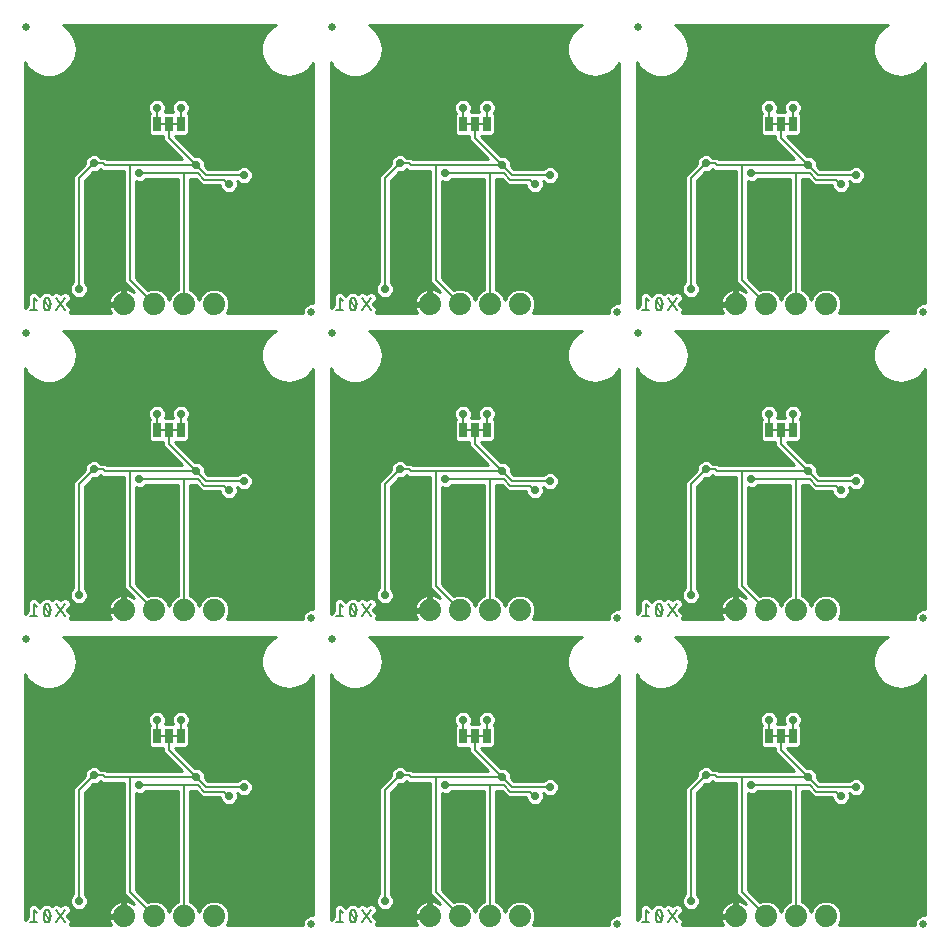
<source format=gbl>
G75*
%MOIN*%
%OFA0B0*%
%FSLAX25Y25*%
%IPPOS*%
%LPD*%
%AMOC8*
5,1,8,0,0,1.08239X$1,22.5*
%
%ADD10C,0.00800*%
%ADD11R,0.02500X0.05000*%
%ADD12R,0.01600X0.01000*%
%ADD13C,0.07400*%
%ADD14C,0.02500*%
%ADD15C,0.02900*%
%ADD16C,0.01000*%
D10*
X0122050Y0052900D02*
X0124383Y0052900D01*
X0123217Y0052900D02*
X0123217Y0057100D01*
X0124383Y0056167D01*
X0128883Y0055000D02*
X0128881Y0054888D01*
X0128876Y0054776D01*
X0128867Y0054664D01*
X0128854Y0054553D01*
X0128838Y0054442D01*
X0128818Y0054331D01*
X0128794Y0054222D01*
X0128767Y0054113D01*
X0128737Y0054005D01*
X0128703Y0053898D01*
X0128666Y0053792D01*
X0128625Y0053688D01*
X0128581Y0053585D01*
X0128533Y0053483D01*
X0128650Y0053833D02*
X0126783Y0056167D01*
X0126901Y0056517D02*
X0126921Y0056570D01*
X0126944Y0056621D01*
X0126971Y0056670D01*
X0127001Y0056718D01*
X0127034Y0056764D01*
X0127069Y0056807D01*
X0127108Y0056848D01*
X0127149Y0056887D01*
X0127193Y0056923D01*
X0127239Y0056955D01*
X0127286Y0056985D01*
X0127336Y0057011D01*
X0127388Y0057035D01*
X0127440Y0057054D01*
X0127494Y0057071D01*
X0127549Y0057083D01*
X0127605Y0057093D01*
X0127661Y0057098D01*
X0127717Y0057100D01*
X0127773Y0057098D01*
X0127829Y0057093D01*
X0127885Y0057083D01*
X0127940Y0057071D01*
X0127994Y0057054D01*
X0128046Y0057035D01*
X0128098Y0057011D01*
X0128148Y0056985D01*
X0128195Y0056955D01*
X0128241Y0056922D01*
X0128285Y0056887D01*
X0128326Y0056848D01*
X0128365Y0056807D01*
X0128400Y0056764D01*
X0128433Y0056718D01*
X0128463Y0056670D01*
X0128490Y0056621D01*
X0128513Y0056570D01*
X0128533Y0056517D01*
X0126900Y0056517D02*
X0126852Y0056415D01*
X0126808Y0056312D01*
X0126767Y0056208D01*
X0126730Y0056102D01*
X0126696Y0055995D01*
X0126666Y0055887D01*
X0126639Y0055778D01*
X0126615Y0055669D01*
X0126595Y0055558D01*
X0126579Y0055447D01*
X0126566Y0055336D01*
X0126557Y0055224D01*
X0126552Y0055112D01*
X0126550Y0055000D01*
X0128883Y0055000D02*
X0128881Y0055112D01*
X0128876Y0055224D01*
X0128867Y0055336D01*
X0128854Y0055447D01*
X0128838Y0055558D01*
X0128818Y0055669D01*
X0128794Y0055778D01*
X0128767Y0055887D01*
X0128737Y0055995D01*
X0128703Y0056102D01*
X0128666Y0056208D01*
X0128625Y0056312D01*
X0128581Y0056415D01*
X0128533Y0056517D01*
X0126550Y0055000D02*
X0126552Y0054888D01*
X0126557Y0054776D01*
X0126566Y0054664D01*
X0126579Y0054553D01*
X0126595Y0054442D01*
X0126615Y0054331D01*
X0126639Y0054222D01*
X0126666Y0054113D01*
X0126696Y0054005D01*
X0126730Y0053898D01*
X0126767Y0053792D01*
X0126808Y0053688D01*
X0126852Y0053585D01*
X0126900Y0053483D01*
X0127717Y0052900D02*
X0127773Y0052902D01*
X0127829Y0052907D01*
X0127885Y0052917D01*
X0127940Y0052929D01*
X0127994Y0052946D01*
X0128046Y0052965D01*
X0128098Y0052989D01*
X0128148Y0053015D01*
X0128195Y0053045D01*
X0128241Y0053077D01*
X0128285Y0053113D01*
X0128326Y0053152D01*
X0128365Y0053193D01*
X0128400Y0053236D01*
X0128433Y0053282D01*
X0128463Y0053330D01*
X0128490Y0053379D01*
X0128513Y0053430D01*
X0128533Y0053483D01*
X0127717Y0052900D02*
X0127661Y0052902D01*
X0127605Y0052907D01*
X0127549Y0052917D01*
X0127494Y0052929D01*
X0127440Y0052946D01*
X0127388Y0052965D01*
X0127336Y0052989D01*
X0127286Y0053015D01*
X0127239Y0053045D01*
X0127193Y0053077D01*
X0127149Y0053113D01*
X0127108Y0053152D01*
X0127069Y0053193D01*
X0127034Y0053236D01*
X0127001Y0053282D01*
X0126971Y0053330D01*
X0126944Y0053379D01*
X0126921Y0053430D01*
X0126901Y0053483D01*
X0130817Y0052900D02*
X0133617Y0057100D01*
X0130817Y0057100D02*
X0133617Y0052900D01*
X0138333Y0060000D02*
X0138333Y0096969D01*
X0143333Y0101969D01*
X0146365Y0101969D01*
X0146955Y0101378D01*
X0155333Y0101378D01*
X0155333Y0063000D01*
X0163333Y0055000D01*
X0173333Y0055000D02*
X0173333Y0098622D01*
X0178023Y0098622D01*
X0180114Y0096531D01*
X0186802Y0096531D01*
X0188333Y0095000D01*
X0193333Y0098031D02*
X0180735Y0098031D01*
X0177388Y0101378D01*
X0168333Y0110433D01*
X0168333Y0115000D01*
X0164333Y0115000D02*
X0164333Y0120500D01*
X0172333Y0120500D02*
X0172333Y0115000D01*
X0177388Y0101378D02*
X0155333Y0101378D01*
X0158333Y0098622D02*
X0173333Y0098622D01*
X0225217Y0057100D02*
X0225217Y0052900D01*
X0226383Y0052900D02*
X0224050Y0052900D01*
X0230533Y0053483D02*
X0230581Y0053585D01*
X0230625Y0053688D01*
X0230666Y0053792D01*
X0230703Y0053898D01*
X0230737Y0054005D01*
X0230767Y0054113D01*
X0230794Y0054222D01*
X0230818Y0054331D01*
X0230838Y0054442D01*
X0230854Y0054553D01*
X0230867Y0054664D01*
X0230876Y0054776D01*
X0230881Y0054888D01*
X0230883Y0055000D01*
X0228550Y0055000D02*
X0228552Y0055112D01*
X0228557Y0055224D01*
X0228566Y0055336D01*
X0228579Y0055447D01*
X0228595Y0055558D01*
X0228615Y0055669D01*
X0228639Y0055778D01*
X0228666Y0055887D01*
X0228696Y0055995D01*
X0228730Y0056102D01*
X0228767Y0056208D01*
X0228808Y0056312D01*
X0228852Y0056415D01*
X0228900Y0056517D01*
X0228783Y0056167D02*
X0230650Y0053833D01*
X0229717Y0052900D02*
X0229661Y0052902D01*
X0229605Y0052907D01*
X0229549Y0052917D01*
X0229494Y0052929D01*
X0229440Y0052946D01*
X0229388Y0052965D01*
X0229336Y0052989D01*
X0229286Y0053015D01*
X0229239Y0053045D01*
X0229193Y0053077D01*
X0229149Y0053113D01*
X0229108Y0053152D01*
X0229069Y0053193D01*
X0229034Y0053236D01*
X0229001Y0053282D01*
X0228971Y0053330D01*
X0228944Y0053379D01*
X0228921Y0053430D01*
X0228901Y0053483D01*
X0229717Y0052900D02*
X0229773Y0052902D01*
X0229829Y0052907D01*
X0229885Y0052917D01*
X0229940Y0052929D01*
X0229994Y0052946D01*
X0230046Y0052965D01*
X0230098Y0052989D01*
X0230148Y0053015D01*
X0230195Y0053045D01*
X0230241Y0053077D01*
X0230285Y0053113D01*
X0230326Y0053152D01*
X0230365Y0053193D01*
X0230400Y0053236D01*
X0230433Y0053282D01*
X0230463Y0053330D01*
X0230490Y0053379D01*
X0230513Y0053430D01*
X0230533Y0053483D01*
X0228900Y0053483D02*
X0228852Y0053585D01*
X0228808Y0053688D01*
X0228767Y0053792D01*
X0228730Y0053898D01*
X0228696Y0054005D01*
X0228666Y0054113D01*
X0228639Y0054222D01*
X0228615Y0054331D01*
X0228595Y0054442D01*
X0228579Y0054553D01*
X0228566Y0054664D01*
X0228557Y0054776D01*
X0228552Y0054888D01*
X0228550Y0055000D01*
X0230883Y0055000D02*
X0230881Y0055112D01*
X0230876Y0055224D01*
X0230867Y0055336D01*
X0230854Y0055447D01*
X0230838Y0055558D01*
X0230818Y0055669D01*
X0230794Y0055778D01*
X0230767Y0055887D01*
X0230737Y0055995D01*
X0230703Y0056102D01*
X0230666Y0056208D01*
X0230625Y0056312D01*
X0230581Y0056415D01*
X0230533Y0056517D01*
X0230513Y0056570D01*
X0230490Y0056621D01*
X0230463Y0056670D01*
X0230433Y0056718D01*
X0230400Y0056764D01*
X0230365Y0056807D01*
X0230326Y0056848D01*
X0230285Y0056887D01*
X0230241Y0056922D01*
X0230195Y0056955D01*
X0230148Y0056985D01*
X0230098Y0057011D01*
X0230046Y0057035D01*
X0229994Y0057054D01*
X0229940Y0057071D01*
X0229885Y0057083D01*
X0229829Y0057093D01*
X0229773Y0057098D01*
X0229717Y0057100D01*
X0229661Y0057098D01*
X0229605Y0057093D01*
X0229549Y0057083D01*
X0229494Y0057071D01*
X0229440Y0057054D01*
X0229388Y0057035D01*
X0229336Y0057011D01*
X0229286Y0056985D01*
X0229239Y0056955D01*
X0229193Y0056923D01*
X0229149Y0056887D01*
X0229108Y0056848D01*
X0229069Y0056807D01*
X0229034Y0056764D01*
X0229001Y0056718D01*
X0228971Y0056670D01*
X0228944Y0056621D01*
X0228921Y0056570D01*
X0228901Y0056517D01*
X0226383Y0056167D02*
X0225217Y0057100D01*
X0232817Y0057100D02*
X0235617Y0052900D01*
X0232817Y0052900D02*
X0235617Y0057100D01*
X0240333Y0060000D02*
X0240333Y0096969D01*
X0245333Y0101969D01*
X0248365Y0101969D01*
X0248955Y0101378D01*
X0257333Y0101378D01*
X0257333Y0063000D01*
X0265333Y0055000D01*
X0275333Y0055000D02*
X0275333Y0098622D01*
X0280023Y0098622D01*
X0282114Y0096531D01*
X0288802Y0096531D01*
X0290333Y0095000D01*
X0295333Y0098031D02*
X0282735Y0098031D01*
X0279388Y0101378D01*
X0270333Y0110433D01*
X0270333Y0115000D01*
X0266333Y0115000D02*
X0266333Y0120500D01*
X0274333Y0120500D02*
X0274333Y0115000D01*
X0279388Y0101378D02*
X0257333Y0101378D01*
X0260333Y0098622D02*
X0275333Y0098622D01*
X0327217Y0057100D02*
X0327217Y0052900D01*
X0328383Y0052900D02*
X0326050Y0052900D01*
X0332533Y0053483D02*
X0332581Y0053585D01*
X0332625Y0053688D01*
X0332666Y0053792D01*
X0332703Y0053898D01*
X0332737Y0054005D01*
X0332767Y0054113D01*
X0332794Y0054222D01*
X0332818Y0054331D01*
X0332838Y0054442D01*
X0332854Y0054553D01*
X0332867Y0054664D01*
X0332876Y0054776D01*
X0332881Y0054888D01*
X0332883Y0055000D01*
X0330550Y0055000D02*
X0330552Y0055112D01*
X0330557Y0055224D01*
X0330566Y0055336D01*
X0330579Y0055447D01*
X0330595Y0055558D01*
X0330615Y0055669D01*
X0330639Y0055778D01*
X0330666Y0055887D01*
X0330696Y0055995D01*
X0330730Y0056102D01*
X0330767Y0056208D01*
X0330808Y0056312D01*
X0330852Y0056415D01*
X0330900Y0056517D01*
X0330783Y0056167D02*
X0332650Y0053833D01*
X0331717Y0052900D02*
X0331661Y0052902D01*
X0331605Y0052907D01*
X0331549Y0052917D01*
X0331494Y0052929D01*
X0331440Y0052946D01*
X0331388Y0052965D01*
X0331336Y0052989D01*
X0331286Y0053015D01*
X0331239Y0053045D01*
X0331193Y0053077D01*
X0331149Y0053113D01*
X0331108Y0053152D01*
X0331069Y0053193D01*
X0331034Y0053236D01*
X0331001Y0053282D01*
X0330971Y0053330D01*
X0330944Y0053379D01*
X0330921Y0053430D01*
X0330901Y0053483D01*
X0331717Y0052900D02*
X0331773Y0052902D01*
X0331829Y0052907D01*
X0331885Y0052917D01*
X0331940Y0052929D01*
X0331994Y0052946D01*
X0332046Y0052965D01*
X0332098Y0052989D01*
X0332148Y0053015D01*
X0332195Y0053045D01*
X0332241Y0053077D01*
X0332285Y0053113D01*
X0332326Y0053152D01*
X0332365Y0053193D01*
X0332400Y0053236D01*
X0332433Y0053282D01*
X0332463Y0053330D01*
X0332490Y0053379D01*
X0332513Y0053430D01*
X0332533Y0053483D01*
X0330900Y0053483D02*
X0330852Y0053585D01*
X0330808Y0053688D01*
X0330767Y0053792D01*
X0330730Y0053898D01*
X0330696Y0054005D01*
X0330666Y0054113D01*
X0330639Y0054222D01*
X0330615Y0054331D01*
X0330595Y0054442D01*
X0330579Y0054553D01*
X0330566Y0054664D01*
X0330557Y0054776D01*
X0330552Y0054888D01*
X0330550Y0055000D01*
X0332883Y0055000D02*
X0332881Y0055112D01*
X0332876Y0055224D01*
X0332867Y0055336D01*
X0332854Y0055447D01*
X0332838Y0055558D01*
X0332818Y0055669D01*
X0332794Y0055778D01*
X0332767Y0055887D01*
X0332737Y0055995D01*
X0332703Y0056102D01*
X0332666Y0056208D01*
X0332625Y0056312D01*
X0332581Y0056415D01*
X0332533Y0056517D01*
X0332513Y0056570D01*
X0332490Y0056621D01*
X0332463Y0056670D01*
X0332433Y0056718D01*
X0332400Y0056764D01*
X0332365Y0056807D01*
X0332326Y0056848D01*
X0332285Y0056887D01*
X0332241Y0056922D01*
X0332195Y0056955D01*
X0332148Y0056985D01*
X0332098Y0057011D01*
X0332046Y0057035D01*
X0331994Y0057054D01*
X0331940Y0057071D01*
X0331885Y0057083D01*
X0331829Y0057093D01*
X0331773Y0057098D01*
X0331717Y0057100D01*
X0331661Y0057098D01*
X0331605Y0057093D01*
X0331549Y0057083D01*
X0331494Y0057071D01*
X0331440Y0057054D01*
X0331388Y0057035D01*
X0331336Y0057011D01*
X0331286Y0056985D01*
X0331239Y0056955D01*
X0331193Y0056923D01*
X0331149Y0056887D01*
X0331108Y0056848D01*
X0331069Y0056807D01*
X0331034Y0056764D01*
X0331001Y0056718D01*
X0330971Y0056670D01*
X0330944Y0056621D01*
X0330921Y0056570D01*
X0330901Y0056517D01*
X0328383Y0056167D02*
X0327217Y0057100D01*
X0334817Y0057100D02*
X0337617Y0052900D01*
X0334817Y0052900D02*
X0337617Y0057100D01*
X0342333Y0060000D02*
X0342333Y0096969D01*
X0347333Y0101969D01*
X0350365Y0101969D01*
X0350955Y0101378D01*
X0359333Y0101378D01*
X0359333Y0063000D01*
X0367333Y0055000D01*
X0377333Y0055000D02*
X0377333Y0098622D01*
X0382023Y0098622D01*
X0384114Y0096531D01*
X0390802Y0096531D01*
X0392333Y0095000D01*
X0397333Y0098031D02*
X0384735Y0098031D01*
X0381388Y0101378D01*
X0372333Y0110433D01*
X0372333Y0115000D01*
X0368333Y0115000D02*
X0368333Y0120500D01*
X0376333Y0120500D02*
X0376333Y0115000D01*
X0381388Y0101378D02*
X0359333Y0101378D01*
X0362333Y0098622D02*
X0377333Y0098622D01*
X0337617Y0154900D02*
X0334817Y0159100D01*
X0330550Y0157000D02*
X0330552Y0156888D01*
X0330557Y0156776D01*
X0330566Y0156664D01*
X0330579Y0156553D01*
X0330595Y0156442D01*
X0330615Y0156331D01*
X0330639Y0156222D01*
X0330666Y0156113D01*
X0330696Y0156005D01*
X0330730Y0155898D01*
X0330767Y0155792D01*
X0330808Y0155688D01*
X0330852Y0155585D01*
X0330900Y0155483D01*
X0331717Y0154900D02*
X0331773Y0154902D01*
X0331829Y0154907D01*
X0331885Y0154917D01*
X0331940Y0154929D01*
X0331994Y0154946D01*
X0332046Y0154965D01*
X0332098Y0154989D01*
X0332148Y0155015D01*
X0332195Y0155045D01*
X0332241Y0155077D01*
X0332285Y0155113D01*
X0332326Y0155152D01*
X0332365Y0155193D01*
X0332400Y0155236D01*
X0332433Y0155282D01*
X0332463Y0155330D01*
X0332490Y0155379D01*
X0332513Y0155430D01*
X0332533Y0155483D01*
X0332650Y0155833D02*
X0330783Y0158167D01*
X0330901Y0158517D02*
X0330921Y0158570D01*
X0330944Y0158621D01*
X0330971Y0158670D01*
X0331001Y0158718D01*
X0331034Y0158764D01*
X0331069Y0158807D01*
X0331108Y0158848D01*
X0331149Y0158887D01*
X0331193Y0158923D01*
X0331239Y0158955D01*
X0331286Y0158985D01*
X0331336Y0159011D01*
X0331388Y0159035D01*
X0331440Y0159054D01*
X0331494Y0159071D01*
X0331549Y0159083D01*
X0331605Y0159093D01*
X0331661Y0159098D01*
X0331717Y0159100D01*
X0331773Y0159098D01*
X0331829Y0159093D01*
X0331885Y0159083D01*
X0331940Y0159071D01*
X0331994Y0159054D01*
X0332046Y0159035D01*
X0332098Y0159011D01*
X0332148Y0158985D01*
X0332195Y0158955D01*
X0332241Y0158922D01*
X0332285Y0158887D01*
X0332326Y0158848D01*
X0332365Y0158807D01*
X0332400Y0158764D01*
X0332433Y0158718D01*
X0332463Y0158670D01*
X0332490Y0158621D01*
X0332513Y0158570D01*
X0332533Y0158517D01*
X0330900Y0158517D02*
X0330852Y0158415D01*
X0330808Y0158312D01*
X0330767Y0158208D01*
X0330730Y0158102D01*
X0330696Y0157995D01*
X0330666Y0157887D01*
X0330639Y0157778D01*
X0330615Y0157669D01*
X0330595Y0157558D01*
X0330579Y0157447D01*
X0330566Y0157336D01*
X0330557Y0157224D01*
X0330552Y0157112D01*
X0330550Y0157000D01*
X0332883Y0157000D02*
X0332881Y0157112D01*
X0332876Y0157224D01*
X0332867Y0157336D01*
X0332854Y0157447D01*
X0332838Y0157558D01*
X0332818Y0157669D01*
X0332794Y0157778D01*
X0332767Y0157887D01*
X0332737Y0157995D01*
X0332703Y0158102D01*
X0332666Y0158208D01*
X0332625Y0158312D01*
X0332581Y0158415D01*
X0332533Y0158517D01*
X0330901Y0155483D02*
X0330921Y0155430D01*
X0330944Y0155379D01*
X0330971Y0155330D01*
X0331001Y0155282D01*
X0331034Y0155236D01*
X0331069Y0155193D01*
X0331108Y0155152D01*
X0331149Y0155113D01*
X0331193Y0155077D01*
X0331239Y0155045D01*
X0331286Y0155015D01*
X0331336Y0154989D01*
X0331388Y0154965D01*
X0331440Y0154946D01*
X0331494Y0154929D01*
X0331549Y0154917D01*
X0331605Y0154907D01*
X0331661Y0154902D01*
X0331717Y0154900D01*
X0334817Y0154900D02*
X0337617Y0159100D01*
X0342333Y0162000D02*
X0342333Y0198969D01*
X0347333Y0203969D01*
X0350365Y0203969D01*
X0350955Y0203378D01*
X0359333Y0203378D01*
X0359333Y0165000D01*
X0367333Y0157000D01*
X0377333Y0157000D02*
X0377333Y0200622D01*
X0382023Y0200622D01*
X0384114Y0198531D01*
X0390802Y0198531D01*
X0392333Y0197000D01*
X0397333Y0200031D02*
X0384735Y0200031D01*
X0381388Y0203378D01*
X0372333Y0212433D01*
X0372333Y0217000D01*
X0368333Y0217000D02*
X0368333Y0222500D01*
X0376333Y0222500D02*
X0376333Y0217000D01*
X0381388Y0203378D02*
X0359333Y0203378D01*
X0362333Y0200622D02*
X0377333Y0200622D01*
X0332883Y0157000D02*
X0332881Y0156888D01*
X0332876Y0156776D01*
X0332867Y0156664D01*
X0332854Y0156553D01*
X0332838Y0156442D01*
X0332818Y0156331D01*
X0332794Y0156222D01*
X0332767Y0156113D01*
X0332737Y0156005D01*
X0332703Y0155898D01*
X0332666Y0155792D01*
X0332625Y0155688D01*
X0332581Y0155585D01*
X0332533Y0155483D01*
X0328383Y0154900D02*
X0326050Y0154900D01*
X0327217Y0154900D02*
X0327217Y0159100D01*
X0328383Y0158167D01*
X0290333Y0197000D02*
X0288802Y0198531D01*
X0282114Y0198531D01*
X0280023Y0200622D01*
X0275333Y0200622D01*
X0275333Y0157000D01*
X0265333Y0157000D02*
X0257333Y0165000D01*
X0257333Y0203378D01*
X0279388Y0203378D01*
X0270333Y0212433D01*
X0270333Y0217000D01*
X0266333Y0217000D02*
X0266333Y0222500D01*
X0274333Y0222500D02*
X0274333Y0217000D01*
X0279388Y0203378D02*
X0282735Y0200031D01*
X0295333Y0200031D01*
X0275333Y0200622D02*
X0260333Y0200622D01*
X0257333Y0203378D02*
X0248955Y0203378D01*
X0248365Y0203969D01*
X0245333Y0203969D01*
X0240333Y0198969D01*
X0240333Y0162000D01*
X0235617Y0159100D02*
X0232817Y0154900D01*
X0228900Y0155483D02*
X0228852Y0155585D01*
X0228808Y0155688D01*
X0228767Y0155792D01*
X0228730Y0155898D01*
X0228696Y0156005D01*
X0228666Y0156113D01*
X0228639Y0156222D01*
X0228615Y0156331D01*
X0228595Y0156442D01*
X0228579Y0156553D01*
X0228566Y0156664D01*
X0228557Y0156776D01*
X0228552Y0156888D01*
X0228550Y0157000D01*
X0230883Y0157000D02*
X0230881Y0157112D01*
X0230876Y0157224D01*
X0230867Y0157336D01*
X0230854Y0157447D01*
X0230838Y0157558D01*
X0230818Y0157669D01*
X0230794Y0157778D01*
X0230767Y0157887D01*
X0230737Y0157995D01*
X0230703Y0158102D01*
X0230666Y0158208D01*
X0230625Y0158312D01*
X0230581Y0158415D01*
X0230533Y0158517D01*
X0230513Y0158570D01*
X0230490Y0158621D01*
X0230463Y0158670D01*
X0230433Y0158718D01*
X0230400Y0158764D01*
X0230365Y0158807D01*
X0230326Y0158848D01*
X0230285Y0158887D01*
X0230241Y0158922D01*
X0230195Y0158955D01*
X0230148Y0158985D01*
X0230098Y0159011D01*
X0230046Y0159035D01*
X0229994Y0159054D01*
X0229940Y0159071D01*
X0229885Y0159083D01*
X0229829Y0159093D01*
X0229773Y0159098D01*
X0229717Y0159100D01*
X0229661Y0159098D01*
X0229605Y0159093D01*
X0229549Y0159083D01*
X0229494Y0159071D01*
X0229440Y0159054D01*
X0229388Y0159035D01*
X0229336Y0159011D01*
X0229286Y0158985D01*
X0229239Y0158955D01*
X0229193Y0158923D01*
X0229149Y0158887D01*
X0229108Y0158848D01*
X0229069Y0158807D01*
X0229034Y0158764D01*
X0229001Y0158718D01*
X0228971Y0158670D01*
X0228944Y0158621D01*
X0228921Y0158570D01*
X0228901Y0158517D01*
X0228783Y0158167D02*
X0230650Y0155833D01*
X0229717Y0154900D02*
X0229661Y0154902D01*
X0229605Y0154907D01*
X0229549Y0154917D01*
X0229494Y0154929D01*
X0229440Y0154946D01*
X0229388Y0154965D01*
X0229336Y0154989D01*
X0229286Y0155015D01*
X0229239Y0155045D01*
X0229193Y0155077D01*
X0229149Y0155113D01*
X0229108Y0155152D01*
X0229069Y0155193D01*
X0229034Y0155236D01*
X0229001Y0155282D01*
X0228971Y0155330D01*
X0228944Y0155379D01*
X0228921Y0155430D01*
X0228901Y0155483D01*
X0229717Y0154900D02*
X0229773Y0154902D01*
X0229829Y0154907D01*
X0229885Y0154917D01*
X0229940Y0154929D01*
X0229994Y0154946D01*
X0230046Y0154965D01*
X0230098Y0154989D01*
X0230148Y0155015D01*
X0230195Y0155045D01*
X0230241Y0155077D01*
X0230285Y0155113D01*
X0230326Y0155152D01*
X0230365Y0155193D01*
X0230400Y0155236D01*
X0230433Y0155282D01*
X0230463Y0155330D01*
X0230490Y0155379D01*
X0230513Y0155430D01*
X0230533Y0155483D01*
X0228550Y0157000D02*
X0228552Y0157112D01*
X0228557Y0157224D01*
X0228566Y0157336D01*
X0228579Y0157447D01*
X0228595Y0157558D01*
X0228615Y0157669D01*
X0228639Y0157778D01*
X0228666Y0157887D01*
X0228696Y0157995D01*
X0228730Y0158102D01*
X0228767Y0158208D01*
X0228808Y0158312D01*
X0228852Y0158415D01*
X0228900Y0158517D01*
X0230883Y0157000D02*
X0230881Y0156888D01*
X0230876Y0156776D01*
X0230867Y0156664D01*
X0230854Y0156553D01*
X0230838Y0156442D01*
X0230818Y0156331D01*
X0230794Y0156222D01*
X0230767Y0156113D01*
X0230737Y0156005D01*
X0230703Y0155898D01*
X0230666Y0155792D01*
X0230625Y0155688D01*
X0230581Y0155585D01*
X0230533Y0155483D01*
X0226383Y0154900D02*
X0224050Y0154900D01*
X0225217Y0154900D02*
X0225217Y0159100D01*
X0226383Y0158167D01*
X0232817Y0159100D02*
X0235617Y0154900D01*
X0188333Y0197000D02*
X0186802Y0198531D01*
X0180114Y0198531D01*
X0178023Y0200622D01*
X0173333Y0200622D01*
X0173333Y0157000D01*
X0163333Y0157000D02*
X0155333Y0165000D01*
X0155333Y0203378D01*
X0177388Y0203378D01*
X0168333Y0212433D01*
X0168333Y0217000D01*
X0164333Y0217000D02*
X0164333Y0222500D01*
X0172333Y0222500D02*
X0172333Y0217000D01*
X0177388Y0203378D02*
X0180735Y0200031D01*
X0193333Y0200031D01*
X0173333Y0200622D02*
X0158333Y0200622D01*
X0155333Y0203378D02*
X0146955Y0203378D01*
X0146365Y0203969D01*
X0143333Y0203969D01*
X0138333Y0198969D01*
X0138333Y0162000D01*
X0133617Y0159100D02*
X0130817Y0154900D01*
X0126900Y0155483D02*
X0126852Y0155585D01*
X0126808Y0155688D01*
X0126767Y0155792D01*
X0126730Y0155898D01*
X0126696Y0156005D01*
X0126666Y0156113D01*
X0126639Y0156222D01*
X0126615Y0156331D01*
X0126595Y0156442D01*
X0126579Y0156553D01*
X0126566Y0156664D01*
X0126557Y0156776D01*
X0126552Y0156888D01*
X0126550Y0157000D01*
X0128883Y0157000D02*
X0128881Y0157112D01*
X0128876Y0157224D01*
X0128867Y0157336D01*
X0128854Y0157447D01*
X0128838Y0157558D01*
X0128818Y0157669D01*
X0128794Y0157778D01*
X0128767Y0157887D01*
X0128737Y0157995D01*
X0128703Y0158102D01*
X0128666Y0158208D01*
X0128625Y0158312D01*
X0128581Y0158415D01*
X0128533Y0158517D01*
X0128513Y0158570D01*
X0128490Y0158621D01*
X0128463Y0158670D01*
X0128433Y0158718D01*
X0128400Y0158764D01*
X0128365Y0158807D01*
X0128326Y0158848D01*
X0128285Y0158887D01*
X0128241Y0158922D01*
X0128195Y0158955D01*
X0128148Y0158985D01*
X0128098Y0159011D01*
X0128046Y0159035D01*
X0127994Y0159054D01*
X0127940Y0159071D01*
X0127885Y0159083D01*
X0127829Y0159093D01*
X0127773Y0159098D01*
X0127717Y0159100D01*
X0127661Y0159098D01*
X0127605Y0159093D01*
X0127549Y0159083D01*
X0127494Y0159071D01*
X0127440Y0159054D01*
X0127388Y0159035D01*
X0127336Y0159011D01*
X0127286Y0158985D01*
X0127239Y0158955D01*
X0127193Y0158923D01*
X0127149Y0158887D01*
X0127108Y0158848D01*
X0127069Y0158807D01*
X0127034Y0158764D01*
X0127001Y0158718D01*
X0126971Y0158670D01*
X0126944Y0158621D01*
X0126921Y0158570D01*
X0126901Y0158517D01*
X0126783Y0158167D02*
X0128650Y0155833D01*
X0127717Y0154900D02*
X0127661Y0154902D01*
X0127605Y0154907D01*
X0127549Y0154917D01*
X0127494Y0154929D01*
X0127440Y0154946D01*
X0127388Y0154965D01*
X0127336Y0154989D01*
X0127286Y0155015D01*
X0127239Y0155045D01*
X0127193Y0155077D01*
X0127149Y0155113D01*
X0127108Y0155152D01*
X0127069Y0155193D01*
X0127034Y0155236D01*
X0127001Y0155282D01*
X0126971Y0155330D01*
X0126944Y0155379D01*
X0126921Y0155430D01*
X0126901Y0155483D01*
X0127717Y0154900D02*
X0127773Y0154902D01*
X0127829Y0154907D01*
X0127885Y0154917D01*
X0127940Y0154929D01*
X0127994Y0154946D01*
X0128046Y0154965D01*
X0128098Y0154989D01*
X0128148Y0155015D01*
X0128195Y0155045D01*
X0128241Y0155077D01*
X0128285Y0155113D01*
X0128326Y0155152D01*
X0128365Y0155193D01*
X0128400Y0155236D01*
X0128433Y0155282D01*
X0128463Y0155330D01*
X0128490Y0155379D01*
X0128513Y0155430D01*
X0128533Y0155483D01*
X0126550Y0157000D02*
X0126552Y0157112D01*
X0126557Y0157224D01*
X0126566Y0157336D01*
X0126579Y0157447D01*
X0126595Y0157558D01*
X0126615Y0157669D01*
X0126639Y0157778D01*
X0126666Y0157887D01*
X0126696Y0157995D01*
X0126730Y0158102D01*
X0126767Y0158208D01*
X0126808Y0158312D01*
X0126852Y0158415D01*
X0126900Y0158517D01*
X0128883Y0157000D02*
X0128881Y0156888D01*
X0128876Y0156776D01*
X0128867Y0156664D01*
X0128854Y0156553D01*
X0128838Y0156442D01*
X0128818Y0156331D01*
X0128794Y0156222D01*
X0128767Y0156113D01*
X0128737Y0156005D01*
X0128703Y0155898D01*
X0128666Y0155792D01*
X0128625Y0155688D01*
X0128581Y0155585D01*
X0128533Y0155483D01*
X0124383Y0154900D02*
X0122050Y0154900D01*
X0123217Y0154900D02*
X0123217Y0159100D01*
X0124383Y0158167D01*
X0130817Y0159100D02*
X0133617Y0154900D01*
X0133617Y0256900D02*
X0130817Y0261100D01*
X0126550Y0259000D02*
X0126552Y0258888D01*
X0126557Y0258776D01*
X0126566Y0258664D01*
X0126579Y0258553D01*
X0126595Y0258442D01*
X0126615Y0258331D01*
X0126639Y0258222D01*
X0126666Y0258113D01*
X0126696Y0258005D01*
X0126730Y0257898D01*
X0126767Y0257792D01*
X0126808Y0257688D01*
X0126852Y0257585D01*
X0126900Y0257483D01*
X0127717Y0256900D02*
X0127773Y0256902D01*
X0127829Y0256907D01*
X0127885Y0256917D01*
X0127940Y0256929D01*
X0127994Y0256946D01*
X0128046Y0256965D01*
X0128098Y0256989D01*
X0128148Y0257015D01*
X0128195Y0257045D01*
X0128241Y0257077D01*
X0128285Y0257113D01*
X0128326Y0257152D01*
X0128365Y0257193D01*
X0128400Y0257236D01*
X0128433Y0257282D01*
X0128463Y0257330D01*
X0128490Y0257379D01*
X0128513Y0257430D01*
X0128533Y0257483D01*
X0128650Y0257833D02*
X0126783Y0260167D01*
X0126901Y0260517D02*
X0126921Y0260570D01*
X0126944Y0260621D01*
X0126971Y0260670D01*
X0127001Y0260718D01*
X0127034Y0260764D01*
X0127069Y0260807D01*
X0127108Y0260848D01*
X0127149Y0260887D01*
X0127193Y0260923D01*
X0127239Y0260955D01*
X0127286Y0260985D01*
X0127336Y0261011D01*
X0127388Y0261035D01*
X0127440Y0261054D01*
X0127494Y0261071D01*
X0127549Y0261083D01*
X0127605Y0261093D01*
X0127661Y0261098D01*
X0127717Y0261100D01*
X0127773Y0261098D01*
X0127829Y0261093D01*
X0127885Y0261083D01*
X0127940Y0261071D01*
X0127994Y0261054D01*
X0128046Y0261035D01*
X0128098Y0261011D01*
X0128148Y0260985D01*
X0128195Y0260955D01*
X0128241Y0260922D01*
X0128285Y0260887D01*
X0128326Y0260848D01*
X0128365Y0260807D01*
X0128400Y0260764D01*
X0128433Y0260718D01*
X0128463Y0260670D01*
X0128490Y0260621D01*
X0128513Y0260570D01*
X0128533Y0260517D01*
X0126900Y0260517D02*
X0126852Y0260415D01*
X0126808Y0260312D01*
X0126767Y0260208D01*
X0126730Y0260102D01*
X0126696Y0259995D01*
X0126666Y0259887D01*
X0126639Y0259778D01*
X0126615Y0259669D01*
X0126595Y0259558D01*
X0126579Y0259447D01*
X0126566Y0259336D01*
X0126557Y0259224D01*
X0126552Y0259112D01*
X0126550Y0259000D01*
X0128883Y0259000D02*
X0128881Y0259112D01*
X0128876Y0259224D01*
X0128867Y0259336D01*
X0128854Y0259447D01*
X0128838Y0259558D01*
X0128818Y0259669D01*
X0128794Y0259778D01*
X0128767Y0259887D01*
X0128737Y0259995D01*
X0128703Y0260102D01*
X0128666Y0260208D01*
X0128625Y0260312D01*
X0128581Y0260415D01*
X0128533Y0260517D01*
X0126901Y0257483D02*
X0126921Y0257430D01*
X0126944Y0257379D01*
X0126971Y0257330D01*
X0127001Y0257282D01*
X0127034Y0257236D01*
X0127069Y0257193D01*
X0127108Y0257152D01*
X0127149Y0257113D01*
X0127193Y0257077D01*
X0127239Y0257045D01*
X0127286Y0257015D01*
X0127336Y0256989D01*
X0127388Y0256965D01*
X0127440Y0256946D01*
X0127494Y0256929D01*
X0127549Y0256917D01*
X0127605Y0256907D01*
X0127661Y0256902D01*
X0127717Y0256900D01*
X0130817Y0256900D02*
X0133617Y0261100D01*
X0138333Y0264000D02*
X0138333Y0300969D01*
X0143333Y0305969D01*
X0146365Y0305969D01*
X0146955Y0305378D01*
X0155333Y0305378D01*
X0155333Y0267000D01*
X0163333Y0259000D01*
X0173333Y0259000D02*
X0173333Y0302622D01*
X0178023Y0302622D01*
X0180114Y0300531D01*
X0186802Y0300531D01*
X0188333Y0299000D01*
X0193333Y0302031D02*
X0180735Y0302031D01*
X0177388Y0305378D01*
X0168333Y0314433D01*
X0168333Y0319000D01*
X0164333Y0319000D02*
X0164333Y0324500D01*
X0172333Y0324500D02*
X0172333Y0319000D01*
X0177388Y0305378D02*
X0155333Y0305378D01*
X0158333Y0302622D02*
X0173333Y0302622D01*
X0128883Y0259000D02*
X0128881Y0258888D01*
X0128876Y0258776D01*
X0128867Y0258664D01*
X0128854Y0258553D01*
X0128838Y0258442D01*
X0128818Y0258331D01*
X0128794Y0258222D01*
X0128767Y0258113D01*
X0128737Y0258005D01*
X0128703Y0257898D01*
X0128666Y0257792D01*
X0128625Y0257688D01*
X0128581Y0257585D01*
X0128533Y0257483D01*
X0124383Y0256900D02*
X0122050Y0256900D01*
X0123217Y0256900D02*
X0123217Y0261100D01*
X0124383Y0260167D01*
X0224050Y0256900D02*
X0226383Y0256900D01*
X0225217Y0256900D02*
X0225217Y0261100D01*
X0226383Y0260167D01*
X0230883Y0259000D02*
X0230881Y0258888D01*
X0230876Y0258776D01*
X0230867Y0258664D01*
X0230854Y0258553D01*
X0230838Y0258442D01*
X0230818Y0258331D01*
X0230794Y0258222D01*
X0230767Y0258113D01*
X0230737Y0258005D01*
X0230703Y0257898D01*
X0230666Y0257792D01*
X0230625Y0257688D01*
X0230581Y0257585D01*
X0230533Y0257483D01*
X0230650Y0257833D02*
X0228783Y0260167D01*
X0228901Y0260517D02*
X0228921Y0260570D01*
X0228944Y0260621D01*
X0228971Y0260670D01*
X0229001Y0260718D01*
X0229034Y0260764D01*
X0229069Y0260807D01*
X0229108Y0260848D01*
X0229149Y0260887D01*
X0229193Y0260923D01*
X0229239Y0260955D01*
X0229286Y0260985D01*
X0229336Y0261011D01*
X0229388Y0261035D01*
X0229440Y0261054D01*
X0229494Y0261071D01*
X0229549Y0261083D01*
X0229605Y0261093D01*
X0229661Y0261098D01*
X0229717Y0261100D01*
X0229773Y0261098D01*
X0229829Y0261093D01*
X0229885Y0261083D01*
X0229940Y0261071D01*
X0229994Y0261054D01*
X0230046Y0261035D01*
X0230098Y0261011D01*
X0230148Y0260985D01*
X0230195Y0260955D01*
X0230241Y0260922D01*
X0230285Y0260887D01*
X0230326Y0260848D01*
X0230365Y0260807D01*
X0230400Y0260764D01*
X0230433Y0260718D01*
X0230463Y0260670D01*
X0230490Y0260621D01*
X0230513Y0260570D01*
X0230533Y0260517D01*
X0228900Y0260517D02*
X0228852Y0260415D01*
X0228808Y0260312D01*
X0228767Y0260208D01*
X0228730Y0260102D01*
X0228696Y0259995D01*
X0228666Y0259887D01*
X0228639Y0259778D01*
X0228615Y0259669D01*
X0228595Y0259558D01*
X0228579Y0259447D01*
X0228566Y0259336D01*
X0228557Y0259224D01*
X0228552Y0259112D01*
X0228550Y0259000D01*
X0230883Y0259000D02*
X0230881Y0259112D01*
X0230876Y0259224D01*
X0230867Y0259336D01*
X0230854Y0259447D01*
X0230838Y0259558D01*
X0230818Y0259669D01*
X0230794Y0259778D01*
X0230767Y0259887D01*
X0230737Y0259995D01*
X0230703Y0260102D01*
X0230666Y0260208D01*
X0230625Y0260312D01*
X0230581Y0260415D01*
X0230533Y0260517D01*
X0228550Y0259000D02*
X0228552Y0258888D01*
X0228557Y0258776D01*
X0228566Y0258664D01*
X0228579Y0258553D01*
X0228595Y0258442D01*
X0228615Y0258331D01*
X0228639Y0258222D01*
X0228666Y0258113D01*
X0228696Y0258005D01*
X0228730Y0257898D01*
X0228767Y0257792D01*
X0228808Y0257688D01*
X0228852Y0257585D01*
X0228900Y0257483D01*
X0229717Y0256900D02*
X0229773Y0256902D01*
X0229829Y0256907D01*
X0229885Y0256917D01*
X0229940Y0256929D01*
X0229994Y0256946D01*
X0230046Y0256965D01*
X0230098Y0256989D01*
X0230148Y0257015D01*
X0230195Y0257045D01*
X0230241Y0257077D01*
X0230285Y0257113D01*
X0230326Y0257152D01*
X0230365Y0257193D01*
X0230400Y0257236D01*
X0230433Y0257282D01*
X0230463Y0257330D01*
X0230490Y0257379D01*
X0230513Y0257430D01*
X0230533Y0257483D01*
X0229717Y0256900D02*
X0229661Y0256902D01*
X0229605Y0256907D01*
X0229549Y0256917D01*
X0229494Y0256929D01*
X0229440Y0256946D01*
X0229388Y0256965D01*
X0229336Y0256989D01*
X0229286Y0257015D01*
X0229239Y0257045D01*
X0229193Y0257077D01*
X0229149Y0257113D01*
X0229108Y0257152D01*
X0229069Y0257193D01*
X0229034Y0257236D01*
X0229001Y0257282D01*
X0228971Y0257330D01*
X0228944Y0257379D01*
X0228921Y0257430D01*
X0228901Y0257483D01*
X0232817Y0256900D02*
X0235617Y0261100D01*
X0232817Y0261100D02*
X0235617Y0256900D01*
X0240333Y0264000D02*
X0240333Y0300969D01*
X0245333Y0305969D01*
X0248365Y0305969D01*
X0248955Y0305378D01*
X0257333Y0305378D01*
X0257333Y0267000D01*
X0265333Y0259000D01*
X0275333Y0259000D02*
X0275333Y0302622D01*
X0280023Y0302622D01*
X0282114Y0300531D01*
X0288802Y0300531D01*
X0290333Y0299000D01*
X0295333Y0302031D02*
X0282735Y0302031D01*
X0279388Y0305378D01*
X0270333Y0314433D01*
X0270333Y0319000D01*
X0266333Y0319000D02*
X0266333Y0324500D01*
X0274333Y0324500D02*
X0274333Y0319000D01*
X0279388Y0305378D02*
X0257333Y0305378D01*
X0260333Y0302622D02*
X0275333Y0302622D01*
X0327217Y0261100D02*
X0327217Y0256900D01*
X0328383Y0256900D02*
X0326050Y0256900D01*
X0332533Y0257483D02*
X0332581Y0257585D01*
X0332625Y0257688D01*
X0332666Y0257792D01*
X0332703Y0257898D01*
X0332737Y0258005D01*
X0332767Y0258113D01*
X0332794Y0258222D01*
X0332818Y0258331D01*
X0332838Y0258442D01*
X0332854Y0258553D01*
X0332867Y0258664D01*
X0332876Y0258776D01*
X0332881Y0258888D01*
X0332883Y0259000D01*
X0330550Y0259000D02*
X0330552Y0259112D01*
X0330557Y0259224D01*
X0330566Y0259336D01*
X0330579Y0259447D01*
X0330595Y0259558D01*
X0330615Y0259669D01*
X0330639Y0259778D01*
X0330666Y0259887D01*
X0330696Y0259995D01*
X0330730Y0260102D01*
X0330767Y0260208D01*
X0330808Y0260312D01*
X0330852Y0260415D01*
X0330900Y0260517D01*
X0330783Y0260167D02*
X0332650Y0257833D01*
X0331717Y0256900D02*
X0331661Y0256902D01*
X0331605Y0256907D01*
X0331549Y0256917D01*
X0331494Y0256929D01*
X0331440Y0256946D01*
X0331388Y0256965D01*
X0331336Y0256989D01*
X0331286Y0257015D01*
X0331239Y0257045D01*
X0331193Y0257077D01*
X0331149Y0257113D01*
X0331108Y0257152D01*
X0331069Y0257193D01*
X0331034Y0257236D01*
X0331001Y0257282D01*
X0330971Y0257330D01*
X0330944Y0257379D01*
X0330921Y0257430D01*
X0330901Y0257483D01*
X0331717Y0256900D02*
X0331773Y0256902D01*
X0331829Y0256907D01*
X0331885Y0256917D01*
X0331940Y0256929D01*
X0331994Y0256946D01*
X0332046Y0256965D01*
X0332098Y0256989D01*
X0332148Y0257015D01*
X0332195Y0257045D01*
X0332241Y0257077D01*
X0332285Y0257113D01*
X0332326Y0257152D01*
X0332365Y0257193D01*
X0332400Y0257236D01*
X0332433Y0257282D01*
X0332463Y0257330D01*
X0332490Y0257379D01*
X0332513Y0257430D01*
X0332533Y0257483D01*
X0330900Y0257483D02*
X0330852Y0257585D01*
X0330808Y0257688D01*
X0330767Y0257792D01*
X0330730Y0257898D01*
X0330696Y0258005D01*
X0330666Y0258113D01*
X0330639Y0258222D01*
X0330615Y0258331D01*
X0330595Y0258442D01*
X0330579Y0258553D01*
X0330566Y0258664D01*
X0330557Y0258776D01*
X0330552Y0258888D01*
X0330550Y0259000D01*
X0332883Y0259000D02*
X0332881Y0259112D01*
X0332876Y0259224D01*
X0332867Y0259336D01*
X0332854Y0259447D01*
X0332838Y0259558D01*
X0332818Y0259669D01*
X0332794Y0259778D01*
X0332767Y0259887D01*
X0332737Y0259995D01*
X0332703Y0260102D01*
X0332666Y0260208D01*
X0332625Y0260312D01*
X0332581Y0260415D01*
X0332533Y0260517D01*
X0332513Y0260570D01*
X0332490Y0260621D01*
X0332463Y0260670D01*
X0332433Y0260718D01*
X0332400Y0260764D01*
X0332365Y0260807D01*
X0332326Y0260848D01*
X0332285Y0260887D01*
X0332241Y0260922D01*
X0332195Y0260955D01*
X0332148Y0260985D01*
X0332098Y0261011D01*
X0332046Y0261035D01*
X0331994Y0261054D01*
X0331940Y0261071D01*
X0331885Y0261083D01*
X0331829Y0261093D01*
X0331773Y0261098D01*
X0331717Y0261100D01*
X0331661Y0261098D01*
X0331605Y0261093D01*
X0331549Y0261083D01*
X0331494Y0261071D01*
X0331440Y0261054D01*
X0331388Y0261035D01*
X0331336Y0261011D01*
X0331286Y0260985D01*
X0331239Y0260955D01*
X0331193Y0260923D01*
X0331149Y0260887D01*
X0331108Y0260848D01*
X0331069Y0260807D01*
X0331034Y0260764D01*
X0331001Y0260718D01*
X0330971Y0260670D01*
X0330944Y0260621D01*
X0330921Y0260570D01*
X0330901Y0260517D01*
X0328383Y0260167D02*
X0327217Y0261100D01*
X0334817Y0261100D02*
X0337617Y0256900D01*
X0334817Y0256900D02*
X0337617Y0261100D01*
X0342333Y0264000D02*
X0342333Y0300969D01*
X0347333Y0305969D01*
X0350365Y0305969D01*
X0350955Y0305378D01*
X0359333Y0305378D01*
X0359333Y0267000D01*
X0367333Y0259000D01*
X0377333Y0259000D02*
X0377333Y0302622D01*
X0382023Y0302622D01*
X0384114Y0300531D01*
X0390802Y0300531D01*
X0392333Y0299000D01*
X0397333Y0302031D02*
X0384735Y0302031D01*
X0381388Y0305378D01*
X0372333Y0314433D01*
X0372333Y0319000D01*
X0368333Y0319000D02*
X0368333Y0324500D01*
X0376333Y0324500D02*
X0376333Y0319000D01*
X0381388Y0305378D02*
X0359333Y0305378D01*
X0362333Y0302622D02*
X0377333Y0302622D01*
D11*
X0376333Y0319000D03*
X0372333Y0319000D03*
X0368333Y0319000D03*
X0274333Y0319000D03*
X0270333Y0319000D03*
X0266333Y0319000D03*
X0172333Y0319000D03*
X0168333Y0319000D03*
X0164333Y0319000D03*
X0164333Y0217000D03*
X0168333Y0217000D03*
X0172333Y0217000D03*
X0266333Y0217000D03*
X0270333Y0217000D03*
X0274333Y0217000D03*
X0368333Y0217000D03*
X0372333Y0217000D03*
X0376333Y0217000D03*
X0376333Y0115000D03*
X0372333Y0115000D03*
X0368333Y0115000D03*
X0274333Y0115000D03*
X0270333Y0115000D03*
X0266333Y0115000D03*
X0172333Y0115000D03*
X0168333Y0115000D03*
X0164333Y0115000D03*
D12*
X0166333Y0115000D03*
X0170333Y0115000D03*
X0268333Y0115000D03*
X0272333Y0115000D03*
X0370333Y0115000D03*
X0374333Y0115000D03*
X0374333Y0217000D03*
X0370333Y0217000D03*
X0272333Y0217000D03*
X0268333Y0217000D03*
X0170333Y0217000D03*
X0166333Y0217000D03*
X0166333Y0319000D03*
X0170333Y0319000D03*
X0268333Y0319000D03*
X0272333Y0319000D03*
X0370333Y0319000D03*
X0374333Y0319000D03*
D13*
X0377333Y0259000D03*
X0367333Y0259000D03*
X0357333Y0259000D03*
X0387333Y0259000D03*
X0285333Y0259000D03*
X0275333Y0259000D03*
X0265333Y0259000D03*
X0255333Y0259000D03*
X0183333Y0259000D03*
X0173333Y0259000D03*
X0163333Y0259000D03*
X0153333Y0259000D03*
X0153333Y0157000D03*
X0163333Y0157000D03*
X0173333Y0157000D03*
X0183333Y0157000D03*
X0255333Y0157000D03*
X0265333Y0157000D03*
X0275333Y0157000D03*
X0285333Y0157000D03*
X0357333Y0157000D03*
X0367333Y0157000D03*
X0377333Y0157000D03*
X0387333Y0157000D03*
X0387333Y0055000D03*
X0377333Y0055000D03*
X0367333Y0055000D03*
X0357333Y0055000D03*
X0285333Y0055000D03*
X0275333Y0055000D03*
X0265333Y0055000D03*
X0255333Y0055000D03*
X0183333Y0055000D03*
X0173333Y0055000D03*
X0163333Y0055000D03*
X0153333Y0055000D03*
D14*
X0215833Y0052500D03*
X0317833Y0052500D03*
X0419833Y0052500D03*
X0324833Y0147500D03*
X0317833Y0154500D03*
X0222833Y0147500D03*
X0215833Y0154500D03*
X0120833Y0147500D03*
X0120833Y0249500D03*
X0215833Y0256500D03*
X0222833Y0249500D03*
X0317833Y0256500D03*
X0324833Y0249500D03*
X0419833Y0256500D03*
X0324833Y0351500D03*
X0222833Y0351500D03*
X0120833Y0351500D03*
X0419833Y0154500D03*
D15*
X0376333Y0120500D03*
X0368333Y0120500D03*
X0347333Y0101969D03*
X0362333Y0098622D03*
X0367833Y0091000D03*
X0381388Y0101378D03*
X0392333Y0095000D03*
X0397333Y0098031D03*
X0342333Y0060000D03*
X0295333Y0098031D03*
X0290333Y0095000D03*
X0279388Y0101378D03*
X0265833Y0091000D03*
X0260333Y0098622D03*
X0245333Y0101969D03*
X0266333Y0120500D03*
X0274333Y0120500D03*
X0240333Y0162000D03*
X0265833Y0193000D03*
X0260333Y0200622D03*
X0245333Y0203969D03*
X0266333Y0222500D03*
X0274333Y0222500D03*
X0279388Y0203378D03*
X0290333Y0197000D03*
X0295333Y0200031D03*
X0347333Y0203969D03*
X0362333Y0200622D03*
X0367833Y0193000D03*
X0381388Y0203378D03*
X0392333Y0197000D03*
X0397333Y0200031D03*
X0376333Y0222500D03*
X0368333Y0222500D03*
X0342333Y0264000D03*
X0367833Y0295000D03*
X0362333Y0302622D03*
X0347333Y0305969D03*
X0368333Y0324500D03*
X0376333Y0324500D03*
X0381388Y0305378D03*
X0392333Y0299000D03*
X0397333Y0302031D03*
X0295333Y0302031D03*
X0290333Y0299000D03*
X0279388Y0305378D03*
X0265833Y0295000D03*
X0260333Y0302622D03*
X0245333Y0305969D03*
X0266333Y0324500D03*
X0274333Y0324500D03*
X0240333Y0264000D03*
X0193333Y0302031D03*
X0188333Y0299000D03*
X0177388Y0305378D03*
X0163833Y0295000D03*
X0158333Y0302622D03*
X0143333Y0305969D03*
X0164333Y0324500D03*
X0172333Y0324500D03*
X0138333Y0264000D03*
X0164333Y0222500D03*
X0172333Y0222500D03*
X0177388Y0203378D03*
X0188333Y0197000D03*
X0193333Y0200031D03*
X0163833Y0193000D03*
X0158333Y0200622D03*
X0143333Y0203969D03*
X0138333Y0162000D03*
X0164333Y0120500D03*
X0172333Y0120500D03*
X0177388Y0101378D03*
X0188333Y0095000D03*
X0193333Y0098031D03*
X0163833Y0091000D03*
X0158333Y0098622D03*
X0143333Y0101969D03*
X0138333Y0060000D03*
X0240333Y0060000D03*
X0342333Y0162000D03*
D16*
X0120233Y0135630D02*
X0120233Y0053770D01*
X0121263Y0054800D01*
X0121317Y0054800D01*
X0121317Y0056995D01*
X0121241Y0057672D01*
X0121317Y0057766D01*
X0121317Y0057887D01*
X0121799Y0058369D01*
X0122225Y0058901D01*
X0122344Y0058915D01*
X0122430Y0059000D01*
X0123111Y0059000D01*
X0123789Y0059075D01*
X0123883Y0059000D01*
X0124004Y0059000D01*
X0124486Y0058518D01*
X0125343Y0057832D01*
X0125390Y0057971D01*
X0125390Y0057971D01*
X0126831Y0059000D01*
X0128602Y0059000D01*
X0129394Y0058435D01*
X0130418Y0059117D01*
X0131961Y0058809D01*
X0132217Y0058425D01*
X0132472Y0058809D01*
X0134016Y0059117D01*
X0135325Y0058244D01*
X0135634Y0056701D01*
X0134500Y0055000D01*
X0135634Y0053299D01*
X0135354Y0051900D01*
X0149158Y0051900D01*
X0148886Y0052275D01*
X0148514Y0053004D01*
X0148261Y0053782D01*
X0148148Y0054500D01*
X0152833Y0054500D01*
X0152833Y0055500D01*
X0148148Y0055500D01*
X0148261Y0056218D01*
X0148514Y0056996D01*
X0148886Y0057725D01*
X0149367Y0058388D01*
X0149946Y0058966D01*
X0150608Y0059447D01*
X0151337Y0059819D01*
X0152116Y0060072D01*
X0152833Y0060186D01*
X0152833Y0055500D01*
X0153833Y0055500D01*
X0153833Y0060186D01*
X0154551Y0060072D01*
X0155329Y0059819D01*
X0156059Y0059447D01*
X0156571Y0059075D01*
X0154546Y0061100D01*
X0153433Y0062213D01*
X0153433Y0099478D01*
X0146168Y0099478D01*
X0145592Y0100055D01*
X0145004Y0099468D01*
X0143920Y0099019D01*
X0143070Y0099019D01*
X0140233Y0096181D01*
X0140233Y0062272D01*
X0140834Y0061671D01*
X0141283Y0060587D01*
X0141283Y0059413D01*
X0140834Y0058329D01*
X0140004Y0057499D01*
X0138920Y0057050D01*
X0137747Y0057050D01*
X0136662Y0057499D01*
X0135832Y0058329D01*
X0135383Y0059413D01*
X0135383Y0060587D01*
X0135832Y0061671D01*
X0136433Y0062272D01*
X0136433Y0097755D01*
X0140383Y0101705D01*
X0140383Y0102555D01*
X0140832Y0103640D01*
X0141662Y0104469D01*
X0142747Y0104918D01*
X0143920Y0104918D01*
X0145004Y0104469D01*
X0145605Y0103868D01*
X0147152Y0103868D01*
X0147742Y0103278D01*
X0172801Y0103278D01*
X0166433Y0109646D01*
X0166433Y0111029D01*
X0166333Y0111129D01*
X0166205Y0111000D01*
X0162462Y0111000D01*
X0161583Y0111879D01*
X0161583Y0118121D01*
X0162062Y0118600D01*
X0161832Y0118829D01*
X0161383Y0119913D01*
X0161383Y0121087D01*
X0161832Y0122171D01*
X0162662Y0123001D01*
X0163747Y0123450D01*
X0164920Y0123450D01*
X0166004Y0123001D01*
X0166834Y0122171D01*
X0167283Y0121087D01*
X0167283Y0119913D01*
X0166905Y0119000D01*
X0169762Y0119000D01*
X0169383Y0119913D01*
X0169383Y0121087D01*
X0169832Y0122171D01*
X0170662Y0123001D01*
X0171747Y0123450D01*
X0172920Y0123450D01*
X0174004Y0123001D01*
X0174834Y0122171D01*
X0175283Y0121087D01*
X0175283Y0119913D01*
X0174834Y0118829D01*
X0174605Y0118600D01*
X0175083Y0118121D01*
X0175083Y0111879D01*
X0174205Y0111000D01*
X0170462Y0111000D01*
X0170333Y0111129D01*
X0170329Y0111124D01*
X0177125Y0104328D01*
X0177975Y0104328D01*
X0179059Y0103879D01*
X0179889Y0103049D01*
X0180338Y0101965D01*
X0180338Y0101115D01*
X0181522Y0099931D01*
X0191061Y0099931D01*
X0191662Y0100532D01*
X0192747Y0100981D01*
X0193920Y0100981D01*
X0195004Y0100532D01*
X0195834Y0099703D01*
X0196283Y0098618D01*
X0196283Y0097445D01*
X0195834Y0096360D01*
X0195004Y0095531D01*
X0193920Y0095081D01*
X0192747Y0095081D01*
X0191662Y0095531D01*
X0191061Y0096131D01*
X0191058Y0096131D01*
X0191283Y0095587D01*
X0191283Y0094413D01*
X0190834Y0093329D01*
X0190004Y0092499D01*
X0188920Y0092050D01*
X0187747Y0092050D01*
X0186662Y0092499D01*
X0185832Y0093329D01*
X0185383Y0094413D01*
X0185383Y0094631D01*
X0179327Y0094631D01*
X0178214Y0095744D01*
X0177236Y0096722D01*
X0175233Y0096722D01*
X0175233Y0059841D01*
X0176279Y0059408D01*
X0177742Y0057946D01*
X0178333Y0056517D01*
X0178925Y0057946D01*
X0180388Y0059408D01*
X0182299Y0060200D01*
X0184368Y0060200D01*
X0186279Y0059408D01*
X0187742Y0057946D01*
X0188533Y0056034D01*
X0188533Y0053966D01*
X0187742Y0052054D01*
X0187587Y0051900D01*
X0213105Y0051900D01*
X0213083Y0051953D01*
X0213083Y0053047D01*
X0213502Y0054058D01*
X0214276Y0054831D01*
X0215286Y0055250D01*
X0216380Y0055250D01*
X0216433Y0055228D01*
X0216433Y0135356D01*
X0216424Y0135329D01*
X0216424Y0135329D01*
X0214338Y0132844D01*
X0214338Y0132844D01*
X0211528Y0131221D01*
X0211528Y0131221D01*
X0208333Y0130658D01*
X0208333Y0130658D01*
X0205138Y0131221D01*
X0205138Y0131221D01*
X0202328Y0132844D01*
X0202328Y0132844D01*
X0202328Y0132844D01*
X0200243Y0135329D01*
X0200243Y0135329D01*
X0199133Y0138378D01*
X0199133Y0141622D01*
X0200243Y0144671D01*
X0200243Y0144671D01*
X0202328Y0147156D01*
X0202328Y0147156D01*
X0203963Y0148100D01*
X0132978Y0148100D01*
X0133004Y0148090D01*
X0133004Y0148090D01*
X0135490Y0146005D01*
X0135490Y0146005D01*
X0137112Y0143195D01*
X0137112Y0143195D01*
X0137675Y0140000D01*
X0137675Y0140000D01*
X0137112Y0136805D01*
X0137112Y0136805D01*
X0135490Y0133995D01*
X0135490Y0133995D01*
X0135490Y0133995D01*
X0133004Y0131910D01*
X0133004Y0131910D01*
X0129956Y0130800D01*
X0126711Y0130800D01*
X0123662Y0131910D01*
X0123662Y0131910D01*
X0121177Y0133995D01*
X0121177Y0133995D01*
X0120233Y0135630D01*
X0120233Y0134873D02*
X0120670Y0134873D01*
X0120233Y0133875D02*
X0121320Y0133875D01*
X0120233Y0132876D02*
X0122510Y0132876D01*
X0123750Y0131878D02*
X0120233Y0131878D01*
X0120233Y0130879D02*
X0126493Y0130879D01*
X0130174Y0130879D02*
X0207078Y0130879D01*
X0209589Y0130879D02*
X0216433Y0130879D01*
X0216433Y0129881D02*
X0120233Y0129881D01*
X0120233Y0128882D02*
X0216433Y0128882D01*
X0216433Y0127884D02*
X0120233Y0127884D01*
X0120233Y0126885D02*
X0216433Y0126885D01*
X0216433Y0125887D02*
X0120233Y0125887D01*
X0120233Y0124888D02*
X0216433Y0124888D01*
X0216433Y0123890D02*
X0120233Y0123890D01*
X0120233Y0122891D02*
X0162553Y0122891D01*
X0161717Y0121893D02*
X0120233Y0121893D01*
X0120233Y0120894D02*
X0161383Y0120894D01*
X0161391Y0119896D02*
X0120233Y0119896D01*
X0120233Y0118897D02*
X0161804Y0118897D01*
X0161583Y0117899D02*
X0120233Y0117899D01*
X0120233Y0116900D02*
X0161583Y0116900D01*
X0161583Y0115902D02*
X0120233Y0115902D01*
X0120233Y0114903D02*
X0161583Y0114903D01*
X0161583Y0113905D02*
X0120233Y0113905D01*
X0120233Y0112906D02*
X0161583Y0112906D01*
X0161583Y0111908D02*
X0120233Y0111908D01*
X0120233Y0110909D02*
X0166433Y0110909D01*
X0166433Y0109911D02*
X0120233Y0109911D01*
X0120233Y0108912D02*
X0167167Y0108912D01*
X0168166Y0107914D02*
X0120233Y0107914D01*
X0120233Y0106915D02*
X0169164Y0106915D01*
X0170163Y0105917D02*
X0120233Y0105917D01*
X0120233Y0104918D02*
X0142746Y0104918D01*
X0143921Y0104918D02*
X0171161Y0104918D01*
X0172160Y0103920D02*
X0145554Y0103920D01*
X0145462Y0099926D02*
X0145721Y0099926D01*
X0142979Y0098927D02*
X0153433Y0098927D01*
X0153433Y0097929D02*
X0141980Y0097929D01*
X0140982Y0096930D02*
X0153433Y0096930D01*
X0153433Y0095932D02*
X0140233Y0095932D01*
X0140233Y0094933D02*
X0153433Y0094933D01*
X0153433Y0093934D02*
X0140233Y0093934D01*
X0140233Y0092936D02*
X0153433Y0092936D01*
X0153433Y0091937D02*
X0140233Y0091937D01*
X0140233Y0090939D02*
X0153433Y0090939D01*
X0153433Y0089940D02*
X0140233Y0089940D01*
X0140233Y0088942D02*
X0153433Y0088942D01*
X0153433Y0087943D02*
X0140233Y0087943D01*
X0140233Y0086945D02*
X0153433Y0086945D01*
X0153433Y0085946D02*
X0140233Y0085946D01*
X0140233Y0084948D02*
X0153433Y0084948D01*
X0153433Y0083949D02*
X0140233Y0083949D01*
X0140233Y0082951D02*
X0153433Y0082951D01*
X0153433Y0081952D02*
X0140233Y0081952D01*
X0140233Y0080954D02*
X0153433Y0080954D01*
X0153433Y0079955D02*
X0140233Y0079955D01*
X0140233Y0078957D02*
X0153433Y0078957D01*
X0153433Y0077958D02*
X0140233Y0077958D01*
X0140233Y0076960D02*
X0153433Y0076960D01*
X0153433Y0075961D02*
X0140233Y0075961D01*
X0140233Y0074963D02*
X0153433Y0074963D01*
X0153433Y0073964D02*
X0140233Y0073964D01*
X0140233Y0072966D02*
X0153433Y0072966D01*
X0153433Y0071967D02*
X0140233Y0071967D01*
X0140233Y0070969D02*
X0153433Y0070969D01*
X0153433Y0069970D02*
X0140233Y0069970D01*
X0140233Y0068972D02*
X0153433Y0068972D01*
X0153433Y0067973D02*
X0140233Y0067973D01*
X0140233Y0066975D02*
X0153433Y0066975D01*
X0153433Y0065976D02*
X0140233Y0065976D01*
X0140233Y0064978D02*
X0153433Y0064978D01*
X0153433Y0063979D02*
X0140233Y0063979D01*
X0140233Y0062981D02*
X0153433Y0062981D01*
X0153664Y0061982D02*
X0140523Y0061982D01*
X0141119Y0060984D02*
X0154663Y0060984D01*
X0154818Y0059985D02*
X0155661Y0059985D01*
X0153833Y0059985D02*
X0152833Y0059985D01*
X0151848Y0059985D02*
X0141283Y0059985D01*
X0141107Y0058987D02*
X0149974Y0058987D01*
X0149077Y0057988D02*
X0140493Y0057988D01*
X0136173Y0057988D02*
X0135377Y0057988D01*
X0135560Y0058987D02*
X0134212Y0058987D01*
X0133362Y0058987D02*
X0131072Y0058987D01*
X0130221Y0058987D02*
X0128621Y0058987D01*
X0126812Y0058987D02*
X0124017Y0058987D01*
X0125148Y0057988D02*
X0125414Y0057988D01*
X0125390Y0057971D02*
X0125390Y0057971D01*
X0122416Y0058987D02*
X0120233Y0058987D01*
X0120233Y0059985D02*
X0135383Y0059985D01*
X0135548Y0060984D02*
X0120233Y0060984D01*
X0120233Y0061982D02*
X0136144Y0061982D01*
X0136433Y0062981D02*
X0120233Y0062981D01*
X0120233Y0063979D02*
X0136433Y0063979D01*
X0136433Y0064978D02*
X0120233Y0064978D01*
X0120233Y0065976D02*
X0136433Y0065976D01*
X0136433Y0066975D02*
X0120233Y0066975D01*
X0120233Y0067973D02*
X0136433Y0067973D01*
X0136433Y0068972D02*
X0120233Y0068972D01*
X0120233Y0069970D02*
X0136433Y0069970D01*
X0136433Y0070969D02*
X0120233Y0070969D01*
X0120233Y0071967D02*
X0136433Y0071967D01*
X0136433Y0072966D02*
X0120233Y0072966D01*
X0120233Y0073964D02*
X0136433Y0073964D01*
X0136433Y0074963D02*
X0120233Y0074963D01*
X0120233Y0075961D02*
X0136433Y0075961D01*
X0136433Y0076960D02*
X0120233Y0076960D01*
X0120233Y0077958D02*
X0136433Y0077958D01*
X0136433Y0078957D02*
X0120233Y0078957D01*
X0120233Y0079955D02*
X0136433Y0079955D01*
X0136433Y0080954D02*
X0120233Y0080954D01*
X0120233Y0081952D02*
X0136433Y0081952D01*
X0136433Y0082951D02*
X0120233Y0082951D01*
X0120233Y0083949D02*
X0136433Y0083949D01*
X0136433Y0084948D02*
X0120233Y0084948D01*
X0120233Y0085946D02*
X0136433Y0085946D01*
X0136433Y0086945D02*
X0120233Y0086945D01*
X0120233Y0087943D02*
X0136433Y0087943D01*
X0136433Y0088942D02*
X0120233Y0088942D01*
X0120233Y0089940D02*
X0136433Y0089940D01*
X0136433Y0090939D02*
X0120233Y0090939D01*
X0120233Y0091937D02*
X0136433Y0091937D01*
X0136433Y0092936D02*
X0120233Y0092936D01*
X0120233Y0093934D02*
X0136433Y0093934D01*
X0136433Y0094933D02*
X0120233Y0094933D01*
X0120233Y0095932D02*
X0136433Y0095932D01*
X0136433Y0096930D02*
X0120233Y0096930D01*
X0120233Y0097929D02*
X0136606Y0097929D01*
X0137605Y0098927D02*
X0120233Y0098927D01*
X0120233Y0099926D02*
X0138603Y0099926D01*
X0139602Y0100924D02*
X0120233Y0100924D01*
X0120233Y0101923D02*
X0140383Y0101923D01*
X0140535Y0102921D02*
X0120233Y0102921D01*
X0120233Y0103920D02*
X0141113Y0103920D01*
X0157233Y0095885D02*
X0157747Y0095672D01*
X0158920Y0095672D01*
X0160004Y0096121D01*
X0160605Y0096722D01*
X0171433Y0096722D01*
X0171433Y0059841D01*
X0170388Y0059408D01*
X0168925Y0057946D01*
X0168333Y0056517D01*
X0167742Y0057946D01*
X0166279Y0059408D01*
X0164368Y0060200D01*
X0162299Y0060200D01*
X0161253Y0059767D01*
X0157233Y0063787D01*
X0157233Y0095885D01*
X0157233Y0094933D02*
X0171433Y0094933D01*
X0171433Y0093934D02*
X0157233Y0093934D01*
X0157233Y0092936D02*
X0171433Y0092936D01*
X0171433Y0091937D02*
X0157233Y0091937D01*
X0157233Y0090939D02*
X0171433Y0090939D01*
X0171433Y0089940D02*
X0157233Y0089940D01*
X0157233Y0088942D02*
X0171433Y0088942D01*
X0171433Y0087943D02*
X0157233Y0087943D01*
X0157233Y0086945D02*
X0171433Y0086945D01*
X0171433Y0085946D02*
X0157233Y0085946D01*
X0157233Y0084948D02*
X0171433Y0084948D01*
X0171433Y0083949D02*
X0157233Y0083949D01*
X0157233Y0082951D02*
X0171433Y0082951D01*
X0171433Y0081952D02*
X0157233Y0081952D01*
X0157233Y0080954D02*
X0171433Y0080954D01*
X0171433Y0079955D02*
X0157233Y0079955D01*
X0157233Y0078957D02*
X0171433Y0078957D01*
X0171433Y0077958D02*
X0157233Y0077958D01*
X0157233Y0076960D02*
X0171433Y0076960D01*
X0171433Y0075961D02*
X0157233Y0075961D01*
X0157233Y0074963D02*
X0171433Y0074963D01*
X0171433Y0073964D02*
X0157233Y0073964D01*
X0157233Y0072966D02*
X0171433Y0072966D01*
X0171433Y0071967D02*
X0157233Y0071967D01*
X0157233Y0070969D02*
X0171433Y0070969D01*
X0171433Y0069970D02*
X0157233Y0069970D01*
X0157233Y0068972D02*
X0171433Y0068972D01*
X0171433Y0067973D02*
X0157233Y0067973D01*
X0157233Y0066975D02*
X0171433Y0066975D01*
X0171433Y0065976D02*
X0157233Y0065976D01*
X0157233Y0064978D02*
X0171433Y0064978D01*
X0171433Y0063979D02*
X0157233Y0063979D01*
X0158040Y0062981D02*
X0171433Y0062981D01*
X0171433Y0061982D02*
X0159038Y0061982D01*
X0160037Y0060984D02*
X0171433Y0060984D01*
X0171433Y0059985D02*
X0164886Y0059985D01*
X0166701Y0058987D02*
X0169966Y0058987D01*
X0168968Y0057988D02*
X0167699Y0057988D01*
X0168138Y0056990D02*
X0168529Y0056990D01*
X0175233Y0059985D02*
X0181780Y0059985D01*
X0179966Y0058987D02*
X0176701Y0058987D01*
X0177699Y0057988D02*
X0178968Y0057988D01*
X0178529Y0056990D02*
X0178138Y0056990D01*
X0175233Y0060984D02*
X0216433Y0060984D01*
X0216433Y0061982D02*
X0175233Y0061982D01*
X0175233Y0062981D02*
X0216433Y0062981D01*
X0216433Y0063979D02*
X0175233Y0063979D01*
X0175233Y0064978D02*
X0216433Y0064978D01*
X0216433Y0065976D02*
X0175233Y0065976D01*
X0175233Y0066975D02*
X0216433Y0066975D01*
X0216433Y0067973D02*
X0175233Y0067973D01*
X0175233Y0068972D02*
X0216433Y0068972D01*
X0216433Y0069970D02*
X0175233Y0069970D01*
X0175233Y0070969D02*
X0216433Y0070969D01*
X0216433Y0071967D02*
X0175233Y0071967D01*
X0175233Y0072966D02*
X0216433Y0072966D01*
X0216433Y0073964D02*
X0175233Y0073964D01*
X0175233Y0074963D02*
X0216433Y0074963D01*
X0216433Y0075961D02*
X0175233Y0075961D01*
X0175233Y0076960D02*
X0216433Y0076960D01*
X0216433Y0077958D02*
X0175233Y0077958D01*
X0175233Y0078957D02*
X0216433Y0078957D01*
X0216433Y0079955D02*
X0175233Y0079955D01*
X0175233Y0080954D02*
X0216433Y0080954D01*
X0216433Y0081952D02*
X0175233Y0081952D01*
X0175233Y0082951D02*
X0216433Y0082951D01*
X0216433Y0083949D02*
X0175233Y0083949D01*
X0175233Y0084948D02*
X0216433Y0084948D01*
X0216433Y0085946D02*
X0175233Y0085946D01*
X0175233Y0086945D02*
X0216433Y0086945D01*
X0216433Y0087943D02*
X0175233Y0087943D01*
X0175233Y0088942D02*
X0216433Y0088942D01*
X0216433Y0089940D02*
X0175233Y0089940D01*
X0175233Y0090939D02*
X0216433Y0090939D01*
X0216433Y0091937D02*
X0175233Y0091937D01*
X0175233Y0092936D02*
X0186225Y0092936D01*
X0185582Y0093934D02*
X0175233Y0093934D01*
X0175233Y0094933D02*
X0179025Y0094933D01*
X0178027Y0095932D02*
X0175233Y0095932D01*
X0171433Y0095932D02*
X0159547Y0095932D01*
X0172541Y0108912D02*
X0216433Y0108912D01*
X0216433Y0107914D02*
X0173540Y0107914D01*
X0174538Y0106915D02*
X0216433Y0106915D01*
X0216433Y0105917D02*
X0175537Y0105917D01*
X0176535Y0104918D02*
X0216433Y0104918D01*
X0216433Y0103920D02*
X0178961Y0103920D01*
X0179942Y0102921D02*
X0216433Y0102921D01*
X0216433Y0101923D02*
X0180338Y0101923D01*
X0180529Y0100924D02*
X0192608Y0100924D01*
X0194059Y0100924D02*
X0216433Y0100924D01*
X0216433Y0099926D02*
X0195611Y0099926D01*
X0196155Y0098927D02*
X0216433Y0098927D01*
X0216433Y0097929D02*
X0196283Y0097929D01*
X0196070Y0096930D02*
X0216433Y0096930D01*
X0216433Y0095932D02*
X0195405Y0095932D01*
X0191261Y0095932D02*
X0191141Y0095932D01*
X0191283Y0094933D02*
X0216433Y0094933D01*
X0216433Y0093934D02*
X0191085Y0093934D01*
X0190441Y0092936D02*
X0216433Y0092936D01*
X0222233Y0092936D02*
X0238433Y0092936D01*
X0238433Y0093934D02*
X0222233Y0093934D01*
X0222233Y0094933D02*
X0238433Y0094933D01*
X0238433Y0095932D02*
X0222233Y0095932D01*
X0222233Y0096930D02*
X0238433Y0096930D01*
X0238433Y0097755D02*
X0238433Y0062272D01*
X0237832Y0061671D01*
X0237383Y0060587D01*
X0237383Y0059413D01*
X0237832Y0058329D01*
X0238662Y0057499D01*
X0239747Y0057050D01*
X0240920Y0057050D01*
X0242004Y0057499D01*
X0242834Y0058329D01*
X0243283Y0059413D01*
X0243283Y0060587D01*
X0242834Y0061671D01*
X0242233Y0062272D01*
X0242233Y0096181D01*
X0245070Y0099019D01*
X0245920Y0099019D01*
X0247004Y0099468D01*
X0247592Y0100055D01*
X0248168Y0099478D01*
X0255433Y0099478D01*
X0255433Y0062213D01*
X0256546Y0061100D01*
X0258571Y0059075D01*
X0258059Y0059447D01*
X0257329Y0059819D01*
X0256551Y0060072D01*
X0255833Y0060186D01*
X0255833Y0055500D01*
X0254833Y0055500D01*
X0254833Y0054500D01*
X0250148Y0054500D01*
X0250261Y0053782D01*
X0250514Y0053004D01*
X0250886Y0052275D01*
X0251158Y0051900D01*
X0237354Y0051900D01*
X0237634Y0053299D01*
X0236500Y0055000D01*
X0237634Y0056701D01*
X0237325Y0058244D01*
X0236016Y0059117D01*
X0234472Y0058809D01*
X0234217Y0058425D01*
X0233961Y0058809D01*
X0232418Y0059117D01*
X0231394Y0058435D01*
X0230602Y0059000D01*
X0228831Y0059000D01*
X0227390Y0057971D01*
X0227390Y0057971D01*
X0227390Y0057971D01*
X0227343Y0057832D01*
X0226486Y0058518D01*
X0226004Y0059000D01*
X0225883Y0059000D01*
X0225789Y0059075D01*
X0225111Y0059000D01*
X0224430Y0059000D01*
X0224344Y0058915D01*
X0224225Y0058901D01*
X0223799Y0058369D01*
X0223317Y0057887D01*
X0223317Y0057766D01*
X0223241Y0057672D01*
X0223317Y0056995D01*
X0223317Y0054800D01*
X0223263Y0054800D01*
X0222233Y0053770D01*
X0222233Y0135630D01*
X0223177Y0133995D01*
X0225662Y0131910D01*
X0228711Y0130800D01*
X0229546Y0130800D01*
X0231956Y0130800D01*
X0235004Y0131910D01*
X0237490Y0133995D01*
X0237490Y0133995D01*
X0237490Y0133995D01*
X0239112Y0136805D01*
X0239675Y0140000D01*
X0239112Y0143195D01*
X0237490Y0146005D01*
X0235004Y0148090D01*
X0234978Y0148100D01*
X0305963Y0148100D01*
X0304328Y0147156D01*
X0302243Y0144671D01*
X0302243Y0144671D01*
X0301133Y0141622D01*
X0301133Y0138378D01*
X0302243Y0135329D01*
X0304328Y0132844D01*
X0304328Y0132844D01*
X0304328Y0132844D01*
X0307138Y0131221D01*
X0307138Y0131221D01*
X0310333Y0130658D01*
X0310333Y0130658D01*
X0313528Y0131221D01*
X0313528Y0131221D01*
X0316338Y0132844D01*
X0318424Y0135329D01*
X0318433Y0135356D01*
X0318433Y0055228D01*
X0318380Y0055250D01*
X0317286Y0055250D01*
X0316276Y0054831D01*
X0315502Y0054058D01*
X0315083Y0053047D01*
X0315083Y0051953D01*
X0315105Y0051900D01*
X0289587Y0051900D01*
X0289742Y0052054D01*
X0290533Y0053966D01*
X0290533Y0056034D01*
X0289742Y0057946D01*
X0288279Y0059408D01*
X0286368Y0060200D01*
X0284299Y0060200D01*
X0282388Y0059408D01*
X0280925Y0057946D01*
X0280333Y0056517D01*
X0279742Y0057946D01*
X0278279Y0059408D01*
X0277233Y0059841D01*
X0277233Y0096722D01*
X0279236Y0096722D01*
X0280214Y0095744D01*
X0281327Y0094631D01*
X0287383Y0094631D01*
X0287383Y0094413D01*
X0287832Y0093329D01*
X0288662Y0092499D01*
X0289747Y0092050D01*
X0290920Y0092050D01*
X0292004Y0092499D01*
X0292834Y0093329D01*
X0293283Y0094413D01*
X0293283Y0095587D01*
X0293058Y0096131D01*
X0293061Y0096131D01*
X0293662Y0095531D01*
X0294747Y0095081D01*
X0295920Y0095081D01*
X0297004Y0095531D01*
X0297834Y0096360D01*
X0298283Y0097445D01*
X0298283Y0098618D01*
X0297834Y0099703D01*
X0297004Y0100532D01*
X0295920Y0100981D01*
X0294747Y0100981D01*
X0293662Y0100532D01*
X0293061Y0099931D01*
X0283522Y0099931D01*
X0282338Y0101115D01*
X0282338Y0101965D01*
X0281889Y0103049D01*
X0281059Y0103879D01*
X0279975Y0104328D01*
X0279125Y0104328D01*
X0272329Y0111124D01*
X0272333Y0111129D01*
X0272462Y0111000D01*
X0276205Y0111000D01*
X0277083Y0111879D01*
X0277083Y0118121D01*
X0276605Y0118600D01*
X0276834Y0118829D01*
X0277283Y0119913D01*
X0277283Y0121087D01*
X0276834Y0122171D01*
X0276004Y0123001D01*
X0274920Y0123450D01*
X0273747Y0123450D01*
X0272662Y0123001D01*
X0271832Y0122171D01*
X0271383Y0121087D01*
X0271383Y0119913D01*
X0271762Y0119000D01*
X0268905Y0119000D01*
X0269283Y0119913D01*
X0269283Y0121087D01*
X0268834Y0122171D01*
X0268004Y0123001D01*
X0266920Y0123450D01*
X0265747Y0123450D01*
X0264662Y0123001D01*
X0263832Y0122171D01*
X0263383Y0121087D01*
X0263383Y0119913D01*
X0263832Y0118829D01*
X0264062Y0118600D01*
X0263583Y0118121D01*
X0263583Y0111879D01*
X0264462Y0111000D01*
X0268205Y0111000D01*
X0268333Y0111129D01*
X0268433Y0111029D01*
X0268433Y0109646D01*
X0274801Y0103278D01*
X0249742Y0103278D01*
X0249152Y0103868D01*
X0247605Y0103868D01*
X0247004Y0104469D01*
X0245920Y0104918D01*
X0244747Y0104918D01*
X0243662Y0104469D01*
X0242832Y0103640D01*
X0242383Y0102555D01*
X0242383Y0101705D01*
X0238433Y0097755D01*
X0238606Y0097929D02*
X0222233Y0097929D01*
X0222233Y0098927D02*
X0239605Y0098927D01*
X0240603Y0099926D02*
X0222233Y0099926D01*
X0222233Y0100924D02*
X0241602Y0100924D01*
X0242383Y0101923D02*
X0222233Y0101923D01*
X0222233Y0102921D02*
X0242535Y0102921D01*
X0243113Y0103920D02*
X0222233Y0103920D01*
X0222233Y0104918D02*
X0244746Y0104918D01*
X0245921Y0104918D02*
X0273161Y0104918D01*
X0272163Y0105917D02*
X0222233Y0105917D01*
X0222233Y0106915D02*
X0271164Y0106915D01*
X0270166Y0107914D02*
X0222233Y0107914D01*
X0222233Y0108912D02*
X0269167Y0108912D01*
X0268433Y0109911D02*
X0222233Y0109911D01*
X0222233Y0110909D02*
X0268433Y0110909D01*
X0272544Y0110909D02*
X0318433Y0110909D01*
X0318433Y0109911D02*
X0273543Y0109911D01*
X0274541Y0108912D02*
X0318433Y0108912D01*
X0318433Y0107914D02*
X0275540Y0107914D01*
X0276538Y0106915D02*
X0318433Y0106915D01*
X0318433Y0105917D02*
X0277537Y0105917D01*
X0278535Y0104918D02*
X0318433Y0104918D01*
X0318433Y0103920D02*
X0280961Y0103920D01*
X0281942Y0102921D02*
X0318433Y0102921D01*
X0318433Y0101923D02*
X0282338Y0101923D01*
X0282529Y0100924D02*
X0294608Y0100924D01*
X0296059Y0100924D02*
X0318433Y0100924D01*
X0318433Y0099926D02*
X0297611Y0099926D01*
X0298155Y0098927D02*
X0318433Y0098927D01*
X0318433Y0097929D02*
X0298283Y0097929D01*
X0298070Y0096930D02*
X0318433Y0096930D01*
X0318433Y0095932D02*
X0297405Y0095932D01*
X0293261Y0095932D02*
X0293141Y0095932D01*
X0293283Y0094933D02*
X0318433Y0094933D01*
X0318433Y0093934D02*
X0293085Y0093934D01*
X0292441Y0092936D02*
X0318433Y0092936D01*
X0318433Y0091937D02*
X0277233Y0091937D01*
X0277233Y0090939D02*
X0318433Y0090939D01*
X0318433Y0089940D02*
X0277233Y0089940D01*
X0277233Y0088942D02*
X0318433Y0088942D01*
X0318433Y0087943D02*
X0277233Y0087943D01*
X0277233Y0086945D02*
X0318433Y0086945D01*
X0318433Y0085946D02*
X0277233Y0085946D01*
X0277233Y0084948D02*
X0318433Y0084948D01*
X0318433Y0083949D02*
X0277233Y0083949D01*
X0277233Y0082951D02*
X0318433Y0082951D01*
X0318433Y0081952D02*
X0277233Y0081952D01*
X0277233Y0080954D02*
X0318433Y0080954D01*
X0318433Y0079955D02*
X0277233Y0079955D01*
X0277233Y0078957D02*
X0318433Y0078957D01*
X0318433Y0077958D02*
X0277233Y0077958D01*
X0277233Y0076960D02*
X0318433Y0076960D01*
X0318433Y0075961D02*
X0277233Y0075961D01*
X0277233Y0074963D02*
X0318433Y0074963D01*
X0318433Y0073964D02*
X0277233Y0073964D01*
X0277233Y0072966D02*
X0318433Y0072966D01*
X0318433Y0071967D02*
X0277233Y0071967D01*
X0277233Y0070969D02*
X0318433Y0070969D01*
X0318433Y0069970D02*
X0277233Y0069970D01*
X0277233Y0068972D02*
X0318433Y0068972D01*
X0318433Y0067973D02*
X0277233Y0067973D01*
X0277233Y0066975D02*
X0318433Y0066975D01*
X0318433Y0065976D02*
X0277233Y0065976D01*
X0277233Y0064978D02*
X0318433Y0064978D01*
X0318433Y0063979D02*
X0277233Y0063979D01*
X0277233Y0062981D02*
X0318433Y0062981D01*
X0318433Y0061982D02*
X0277233Y0061982D01*
X0277233Y0060984D02*
X0318433Y0060984D01*
X0318433Y0059985D02*
X0286886Y0059985D01*
X0288701Y0058987D02*
X0318433Y0058987D01*
X0318433Y0057988D02*
X0289699Y0057988D01*
X0290138Y0056990D02*
X0318433Y0056990D01*
X0318433Y0055991D02*
X0290533Y0055991D01*
X0290533Y0054993D02*
X0316665Y0054993D01*
X0315476Y0053994D02*
X0290533Y0053994D01*
X0290131Y0052996D02*
X0315083Y0052996D01*
X0315083Y0051997D02*
X0289684Y0051997D01*
X0281966Y0058987D02*
X0278701Y0058987D01*
X0279699Y0057988D02*
X0280968Y0057988D01*
X0280529Y0056990D02*
X0280138Y0056990D01*
X0277233Y0059985D02*
X0283780Y0059985D01*
X0273433Y0059985D02*
X0266886Y0059985D01*
X0266368Y0060200D02*
X0264299Y0060200D01*
X0263253Y0059767D01*
X0259233Y0063787D01*
X0259233Y0095885D01*
X0259747Y0095672D01*
X0260920Y0095672D01*
X0262004Y0096121D01*
X0262605Y0096722D01*
X0273433Y0096722D01*
X0273433Y0059841D01*
X0272388Y0059408D01*
X0270925Y0057946D01*
X0270333Y0056517D01*
X0269742Y0057946D01*
X0268279Y0059408D01*
X0266368Y0060200D01*
X0263780Y0059985D02*
X0263035Y0059985D01*
X0262037Y0060984D02*
X0273433Y0060984D01*
X0273433Y0061982D02*
X0261038Y0061982D01*
X0260040Y0062981D02*
X0273433Y0062981D01*
X0273433Y0063979D02*
X0259233Y0063979D01*
X0259233Y0064978D02*
X0273433Y0064978D01*
X0273433Y0065976D02*
X0259233Y0065976D01*
X0259233Y0066975D02*
X0273433Y0066975D01*
X0273433Y0067973D02*
X0259233Y0067973D01*
X0259233Y0068972D02*
X0273433Y0068972D01*
X0273433Y0069970D02*
X0259233Y0069970D01*
X0259233Y0070969D02*
X0273433Y0070969D01*
X0273433Y0071967D02*
X0259233Y0071967D01*
X0259233Y0072966D02*
X0273433Y0072966D01*
X0273433Y0073964D02*
X0259233Y0073964D01*
X0259233Y0074963D02*
X0273433Y0074963D01*
X0273433Y0075961D02*
X0259233Y0075961D01*
X0259233Y0076960D02*
X0273433Y0076960D01*
X0273433Y0077958D02*
X0259233Y0077958D01*
X0259233Y0078957D02*
X0273433Y0078957D01*
X0273433Y0079955D02*
X0259233Y0079955D01*
X0259233Y0080954D02*
X0273433Y0080954D01*
X0273433Y0081952D02*
X0259233Y0081952D01*
X0259233Y0082951D02*
X0273433Y0082951D01*
X0273433Y0083949D02*
X0259233Y0083949D01*
X0259233Y0084948D02*
X0273433Y0084948D01*
X0273433Y0085946D02*
X0259233Y0085946D01*
X0259233Y0086945D02*
X0273433Y0086945D01*
X0273433Y0087943D02*
X0259233Y0087943D01*
X0259233Y0088942D02*
X0273433Y0088942D01*
X0273433Y0089940D02*
X0259233Y0089940D01*
X0259233Y0090939D02*
X0273433Y0090939D01*
X0273433Y0091937D02*
X0259233Y0091937D01*
X0259233Y0092936D02*
X0273433Y0092936D01*
X0273433Y0093934D02*
X0259233Y0093934D01*
X0259233Y0094933D02*
X0273433Y0094933D01*
X0273433Y0095932D02*
X0261547Y0095932D01*
X0255433Y0095932D02*
X0242233Y0095932D01*
X0242233Y0094933D02*
X0255433Y0094933D01*
X0255433Y0093934D02*
X0242233Y0093934D01*
X0242233Y0092936D02*
X0255433Y0092936D01*
X0255433Y0091937D02*
X0242233Y0091937D01*
X0242233Y0090939D02*
X0255433Y0090939D01*
X0255433Y0089940D02*
X0242233Y0089940D01*
X0242233Y0088942D02*
X0255433Y0088942D01*
X0255433Y0087943D02*
X0242233Y0087943D01*
X0242233Y0086945D02*
X0255433Y0086945D01*
X0255433Y0085946D02*
X0242233Y0085946D01*
X0242233Y0084948D02*
X0255433Y0084948D01*
X0255433Y0083949D02*
X0242233Y0083949D01*
X0242233Y0082951D02*
X0255433Y0082951D01*
X0255433Y0081952D02*
X0242233Y0081952D01*
X0242233Y0080954D02*
X0255433Y0080954D01*
X0255433Y0079955D02*
X0242233Y0079955D01*
X0242233Y0078957D02*
X0255433Y0078957D01*
X0255433Y0077958D02*
X0242233Y0077958D01*
X0242233Y0076960D02*
X0255433Y0076960D01*
X0255433Y0075961D02*
X0242233Y0075961D01*
X0242233Y0074963D02*
X0255433Y0074963D01*
X0255433Y0073964D02*
X0242233Y0073964D01*
X0242233Y0072966D02*
X0255433Y0072966D01*
X0255433Y0071967D02*
X0242233Y0071967D01*
X0242233Y0070969D02*
X0255433Y0070969D01*
X0255433Y0069970D02*
X0242233Y0069970D01*
X0242233Y0068972D02*
X0255433Y0068972D01*
X0255433Y0067973D02*
X0242233Y0067973D01*
X0242233Y0066975D02*
X0255433Y0066975D01*
X0255433Y0065976D02*
X0242233Y0065976D01*
X0242233Y0064978D02*
X0255433Y0064978D01*
X0255433Y0063979D02*
X0242233Y0063979D01*
X0242233Y0062981D02*
X0255433Y0062981D01*
X0255664Y0061982D02*
X0242523Y0061982D01*
X0243119Y0060984D02*
X0256663Y0060984D01*
X0256818Y0059985D02*
X0257661Y0059985D01*
X0255833Y0059985D02*
X0254833Y0059985D01*
X0254833Y0060186D02*
X0254116Y0060072D01*
X0253337Y0059819D01*
X0252608Y0059447D01*
X0251946Y0058966D01*
X0251367Y0058388D01*
X0250886Y0057725D01*
X0250514Y0056996D01*
X0250261Y0056218D01*
X0250148Y0055500D01*
X0254833Y0055500D01*
X0254833Y0060186D01*
X0253848Y0059985D02*
X0243283Y0059985D01*
X0243107Y0058987D02*
X0251974Y0058987D01*
X0251077Y0057988D02*
X0242493Y0057988D01*
X0238173Y0057988D02*
X0237377Y0057988D01*
X0237560Y0058987D02*
X0236212Y0058987D01*
X0235362Y0058987D02*
X0233072Y0058987D01*
X0232221Y0058987D02*
X0230621Y0058987D01*
X0228812Y0058987D02*
X0226017Y0058987D01*
X0227148Y0057988D02*
X0227414Y0057988D01*
X0224416Y0058987D02*
X0222233Y0058987D01*
X0222233Y0059985D02*
X0237383Y0059985D01*
X0237548Y0060984D02*
X0222233Y0060984D01*
X0222233Y0061982D02*
X0238144Y0061982D01*
X0238433Y0062981D02*
X0222233Y0062981D01*
X0222233Y0063979D02*
X0238433Y0063979D01*
X0238433Y0064978D02*
X0222233Y0064978D01*
X0222233Y0065976D02*
X0238433Y0065976D01*
X0238433Y0066975D02*
X0222233Y0066975D01*
X0222233Y0067973D02*
X0238433Y0067973D01*
X0238433Y0068972D02*
X0222233Y0068972D01*
X0222233Y0069970D02*
X0238433Y0069970D01*
X0238433Y0070969D02*
X0222233Y0070969D01*
X0222233Y0071967D02*
X0238433Y0071967D01*
X0238433Y0072966D02*
X0222233Y0072966D01*
X0222233Y0073964D02*
X0238433Y0073964D01*
X0238433Y0074963D02*
X0222233Y0074963D01*
X0222233Y0075961D02*
X0238433Y0075961D01*
X0238433Y0076960D02*
X0222233Y0076960D01*
X0222233Y0077958D02*
X0238433Y0077958D01*
X0238433Y0078957D02*
X0222233Y0078957D01*
X0222233Y0079955D02*
X0238433Y0079955D01*
X0238433Y0080954D02*
X0222233Y0080954D01*
X0222233Y0081952D02*
X0238433Y0081952D01*
X0238433Y0082951D02*
X0222233Y0082951D01*
X0222233Y0083949D02*
X0238433Y0083949D01*
X0238433Y0084948D02*
X0222233Y0084948D01*
X0222233Y0085946D02*
X0238433Y0085946D01*
X0238433Y0086945D02*
X0222233Y0086945D01*
X0222233Y0087943D02*
X0238433Y0087943D01*
X0238433Y0088942D02*
X0222233Y0088942D01*
X0222233Y0089940D02*
X0238433Y0089940D01*
X0238433Y0090939D02*
X0222233Y0090939D01*
X0222233Y0091937D02*
X0238433Y0091937D01*
X0242982Y0096930D02*
X0255433Y0096930D01*
X0255433Y0097929D02*
X0243980Y0097929D01*
X0244979Y0098927D02*
X0255433Y0098927D01*
X0247721Y0099926D02*
X0247462Y0099926D01*
X0247554Y0103920D02*
X0274160Y0103920D01*
X0277083Y0111908D02*
X0318433Y0111908D01*
X0318433Y0112906D02*
X0277083Y0112906D01*
X0277083Y0113905D02*
X0318433Y0113905D01*
X0318433Y0114903D02*
X0277083Y0114903D01*
X0277083Y0115902D02*
X0318433Y0115902D01*
X0318433Y0116900D02*
X0277083Y0116900D01*
X0277083Y0117899D02*
X0318433Y0117899D01*
X0318433Y0118897D02*
X0276863Y0118897D01*
X0277276Y0119896D02*
X0318433Y0119896D01*
X0318433Y0120894D02*
X0277283Y0120894D01*
X0276949Y0121893D02*
X0318433Y0121893D01*
X0318433Y0122891D02*
X0276114Y0122891D01*
X0272553Y0122891D02*
X0268114Y0122891D01*
X0268949Y0121893D02*
X0271717Y0121893D01*
X0271383Y0120894D02*
X0269283Y0120894D01*
X0269276Y0119896D02*
X0271391Y0119896D01*
X0264553Y0122891D02*
X0222233Y0122891D01*
X0222233Y0121893D02*
X0263717Y0121893D01*
X0263383Y0120894D02*
X0222233Y0120894D01*
X0222233Y0119896D02*
X0263391Y0119896D01*
X0263804Y0118897D02*
X0222233Y0118897D01*
X0222233Y0117899D02*
X0263583Y0117899D01*
X0263583Y0116900D02*
X0222233Y0116900D01*
X0222233Y0115902D02*
X0263583Y0115902D01*
X0263583Y0114903D02*
X0222233Y0114903D01*
X0222233Y0113905D02*
X0263583Y0113905D01*
X0263583Y0112906D02*
X0222233Y0112906D01*
X0222233Y0111908D02*
X0263583Y0111908D01*
X0277233Y0095932D02*
X0280027Y0095932D01*
X0281025Y0094933D02*
X0277233Y0094933D01*
X0277233Y0093934D02*
X0287582Y0093934D01*
X0288225Y0092936D02*
X0277233Y0092936D01*
X0271966Y0058987D02*
X0268701Y0058987D01*
X0269699Y0057988D02*
X0270968Y0057988D01*
X0270529Y0056990D02*
X0270138Y0056990D01*
X0255833Y0056990D02*
X0254833Y0056990D01*
X0254833Y0057988D02*
X0255833Y0057988D01*
X0255833Y0058987D02*
X0254833Y0058987D01*
X0254833Y0055991D02*
X0255833Y0055991D01*
X0254833Y0054993D02*
X0236505Y0054993D01*
X0237161Y0055991D02*
X0250225Y0055991D01*
X0250512Y0056990D02*
X0237576Y0056990D01*
X0237171Y0053994D02*
X0250228Y0053994D01*
X0250519Y0052996D02*
X0237573Y0052996D01*
X0237374Y0051997D02*
X0251088Y0051997D01*
X0223317Y0054993D02*
X0222233Y0054993D01*
X0222233Y0055991D02*
X0223317Y0055991D01*
X0223317Y0056990D02*
X0222233Y0056990D01*
X0222233Y0057988D02*
X0223418Y0057988D01*
X0222457Y0053994D02*
X0222233Y0053994D01*
X0216433Y0055991D02*
X0188533Y0055991D01*
X0188533Y0054993D02*
X0214665Y0054993D01*
X0213476Y0053994D02*
X0188533Y0053994D01*
X0188131Y0052996D02*
X0213083Y0052996D01*
X0213083Y0051997D02*
X0187684Y0051997D01*
X0188138Y0056990D02*
X0216433Y0056990D01*
X0216433Y0057988D02*
X0187699Y0057988D01*
X0186701Y0058987D02*
X0216433Y0058987D01*
X0216433Y0059985D02*
X0184886Y0059985D01*
X0161780Y0059985D02*
X0161035Y0059985D01*
X0153833Y0058987D02*
X0152833Y0058987D01*
X0152833Y0057988D02*
X0153833Y0057988D01*
X0153833Y0056990D02*
X0152833Y0056990D01*
X0152833Y0055991D02*
X0153833Y0055991D01*
X0152833Y0054993D02*
X0134505Y0054993D01*
X0135161Y0055991D02*
X0148225Y0055991D01*
X0148512Y0056990D02*
X0135576Y0056990D01*
X0135171Y0053994D02*
X0148228Y0053994D01*
X0148519Y0052996D02*
X0135573Y0052996D01*
X0135374Y0051997D02*
X0149088Y0051997D01*
X0121418Y0057988D02*
X0120233Y0057988D01*
X0120233Y0056990D02*
X0121317Y0056990D01*
X0121317Y0055991D02*
X0120233Y0055991D01*
X0120233Y0054993D02*
X0121317Y0054993D01*
X0120457Y0053994D02*
X0120233Y0053994D01*
X0171543Y0109911D02*
X0216433Y0109911D01*
X0216433Y0110909D02*
X0170544Y0110909D01*
X0175083Y0111908D02*
X0216433Y0111908D01*
X0216433Y0112906D02*
X0175083Y0112906D01*
X0175083Y0113905D02*
X0216433Y0113905D01*
X0216433Y0114903D02*
X0175083Y0114903D01*
X0175083Y0115902D02*
X0216433Y0115902D01*
X0216433Y0116900D02*
X0175083Y0116900D01*
X0175083Y0117899D02*
X0216433Y0117899D01*
X0216433Y0118897D02*
X0174862Y0118897D01*
X0175276Y0119896D02*
X0216433Y0119896D01*
X0216433Y0120894D02*
X0175283Y0120894D01*
X0174949Y0121893D02*
X0216433Y0121893D01*
X0216433Y0122891D02*
X0174114Y0122891D01*
X0170553Y0122891D02*
X0166114Y0122891D01*
X0166949Y0121893D02*
X0169717Y0121893D01*
X0169383Y0120894D02*
X0167283Y0120894D01*
X0167276Y0119896D02*
X0169391Y0119896D01*
X0200045Y0135872D02*
X0136573Y0135872D01*
X0137123Y0136870D02*
X0199682Y0136870D01*
X0199319Y0137869D02*
X0137299Y0137869D01*
X0137476Y0138868D02*
X0199133Y0138868D01*
X0199133Y0139866D02*
X0137652Y0139866D01*
X0137523Y0140865D02*
X0199133Y0140865D01*
X0199221Y0141863D02*
X0137347Y0141863D01*
X0137171Y0142862D02*
X0199584Y0142862D01*
X0199948Y0143860D02*
X0136728Y0143860D01*
X0136151Y0144859D02*
X0200400Y0144859D01*
X0201238Y0145857D02*
X0135575Y0145857D01*
X0134476Y0146856D02*
X0202076Y0146856D01*
X0203537Y0147854D02*
X0133286Y0147854D01*
X0135354Y0153900D02*
X0135634Y0155299D01*
X0134500Y0157000D01*
X0135634Y0158701D01*
X0135325Y0160244D01*
X0134016Y0161117D01*
X0132472Y0160809D01*
X0132217Y0160425D01*
X0131961Y0160809D01*
X0130418Y0161117D01*
X0129394Y0160435D01*
X0128602Y0161000D01*
X0126831Y0161000D01*
X0125390Y0159971D01*
X0125390Y0159971D01*
X0125390Y0159971D01*
X0125343Y0159832D01*
X0124486Y0160518D01*
X0124004Y0161000D01*
X0123883Y0161000D01*
X0123789Y0161075D01*
X0123111Y0161000D01*
X0122430Y0161000D01*
X0122344Y0160915D01*
X0122225Y0160901D01*
X0121799Y0160369D01*
X0121317Y0159887D01*
X0121317Y0159766D01*
X0121241Y0159672D01*
X0121317Y0158995D01*
X0121317Y0156800D01*
X0121263Y0156800D01*
X0120233Y0155770D01*
X0120233Y0237630D01*
X0121177Y0235995D01*
X0123662Y0233910D01*
X0126711Y0232800D01*
X0129956Y0232800D01*
X0133004Y0233910D01*
X0133004Y0233910D01*
X0135490Y0235995D01*
X0135490Y0235995D01*
X0135490Y0235995D01*
X0137112Y0238805D01*
X0137675Y0242000D01*
X0137112Y0245195D01*
X0135490Y0248005D01*
X0133004Y0250090D01*
X0132978Y0250100D01*
X0203963Y0250100D01*
X0202328Y0249156D01*
X0200243Y0246671D01*
X0200243Y0246671D01*
X0199133Y0243622D01*
X0199133Y0240378D01*
X0200243Y0237329D01*
X0202328Y0234844D01*
X0202328Y0234844D01*
X0202328Y0234844D01*
X0205138Y0233221D01*
X0205138Y0233221D01*
X0208333Y0232658D01*
X0208333Y0232658D01*
X0211528Y0233221D01*
X0211528Y0233221D01*
X0214338Y0234844D01*
X0216424Y0237329D01*
X0216433Y0237356D01*
X0216433Y0157228D01*
X0216380Y0157250D01*
X0215286Y0157250D01*
X0214276Y0156831D01*
X0213502Y0156058D01*
X0213083Y0155047D01*
X0213083Y0153953D01*
X0213105Y0153900D01*
X0187587Y0153900D01*
X0187742Y0154054D01*
X0188533Y0155966D01*
X0188533Y0158034D01*
X0187742Y0159946D01*
X0186279Y0161408D01*
X0184368Y0162200D01*
X0182299Y0162200D01*
X0180388Y0161408D01*
X0178925Y0159946D01*
X0178333Y0158517D01*
X0177742Y0159946D01*
X0176279Y0161408D01*
X0175233Y0161841D01*
X0175233Y0198722D01*
X0177236Y0198722D01*
X0178214Y0197744D01*
X0179327Y0196631D01*
X0185383Y0196631D01*
X0185383Y0196413D01*
X0185832Y0195329D01*
X0186662Y0194499D01*
X0187747Y0194050D01*
X0188920Y0194050D01*
X0190004Y0194499D01*
X0190834Y0195329D01*
X0191283Y0196413D01*
X0191283Y0197587D01*
X0191058Y0198131D01*
X0191061Y0198131D01*
X0191662Y0197531D01*
X0192747Y0197081D01*
X0193920Y0197081D01*
X0195004Y0197531D01*
X0195834Y0198360D01*
X0196283Y0199445D01*
X0196283Y0200618D01*
X0195834Y0201703D01*
X0195004Y0202532D01*
X0193920Y0202981D01*
X0192747Y0202981D01*
X0191662Y0202532D01*
X0191061Y0201931D01*
X0181522Y0201931D01*
X0180338Y0203115D01*
X0180338Y0203965D01*
X0179889Y0205049D01*
X0179059Y0205879D01*
X0177975Y0206328D01*
X0177125Y0206328D01*
X0170329Y0213124D01*
X0170333Y0213129D01*
X0170462Y0213000D01*
X0174205Y0213000D01*
X0175083Y0213879D01*
X0175083Y0220121D01*
X0174605Y0220600D01*
X0174834Y0220829D01*
X0175283Y0221913D01*
X0175283Y0223087D01*
X0174834Y0224171D01*
X0174004Y0225001D01*
X0172920Y0225450D01*
X0171747Y0225450D01*
X0170662Y0225001D01*
X0169832Y0224171D01*
X0169383Y0223087D01*
X0169383Y0221913D01*
X0169762Y0221000D01*
X0166905Y0221000D01*
X0167283Y0221913D01*
X0167283Y0223087D01*
X0166834Y0224171D01*
X0166004Y0225001D01*
X0164920Y0225450D01*
X0163747Y0225450D01*
X0162662Y0225001D01*
X0161832Y0224171D01*
X0161383Y0223087D01*
X0161383Y0221913D01*
X0161832Y0220829D01*
X0162062Y0220600D01*
X0161583Y0220121D01*
X0161583Y0213879D01*
X0162462Y0213000D01*
X0166205Y0213000D01*
X0166333Y0213129D01*
X0166433Y0213029D01*
X0166433Y0211646D01*
X0172801Y0205278D01*
X0147742Y0205278D01*
X0147152Y0205868D01*
X0145605Y0205868D01*
X0145004Y0206469D01*
X0143920Y0206918D01*
X0142747Y0206918D01*
X0141662Y0206469D01*
X0140832Y0205640D01*
X0140383Y0204555D01*
X0140383Y0203705D01*
X0136433Y0199755D01*
X0136433Y0164272D01*
X0135832Y0163671D01*
X0135383Y0162587D01*
X0135383Y0161413D01*
X0135832Y0160329D01*
X0136662Y0159499D01*
X0137747Y0159050D01*
X0138920Y0159050D01*
X0140004Y0159499D01*
X0140834Y0160329D01*
X0141283Y0161413D01*
X0141283Y0162587D01*
X0140834Y0163671D01*
X0140233Y0164272D01*
X0140233Y0198181D01*
X0143070Y0201019D01*
X0143920Y0201019D01*
X0145004Y0201468D01*
X0145592Y0202055D01*
X0146168Y0201478D01*
X0153433Y0201478D01*
X0153433Y0164213D01*
X0154546Y0163100D01*
X0156571Y0161075D01*
X0156059Y0161447D01*
X0155329Y0161819D01*
X0154551Y0162072D01*
X0153833Y0162186D01*
X0153833Y0157500D01*
X0152833Y0157500D01*
X0152833Y0156500D01*
X0148148Y0156500D01*
X0148261Y0155782D01*
X0148514Y0155004D01*
X0148886Y0154275D01*
X0149158Y0153900D01*
X0135354Y0153900D01*
X0135543Y0154844D02*
X0148596Y0154844D01*
X0148252Y0155842D02*
X0135272Y0155842D01*
X0134606Y0156841D02*
X0152833Y0156841D01*
X0152833Y0157500D02*
X0148148Y0157500D01*
X0148261Y0158218D01*
X0148514Y0158996D01*
X0148886Y0159725D01*
X0149367Y0160388D01*
X0149946Y0160966D01*
X0150608Y0161447D01*
X0151337Y0161819D01*
X0152116Y0162072D01*
X0152833Y0162186D01*
X0152833Y0157500D01*
X0152833Y0157839D02*
X0153833Y0157839D01*
X0153833Y0158838D02*
X0152833Y0158838D01*
X0152833Y0159836D02*
X0153833Y0159836D01*
X0153833Y0160835D02*
X0152833Y0160835D01*
X0152833Y0161833D02*
X0153833Y0161833D01*
X0154815Y0162832D02*
X0141182Y0162832D01*
X0141283Y0161833D02*
X0151381Y0161833D01*
X0149814Y0160835D02*
X0141044Y0160835D01*
X0140341Y0159836D02*
X0148966Y0159836D01*
X0148463Y0158838D02*
X0135607Y0158838D01*
X0135407Y0159836D02*
X0136325Y0159836D01*
X0135623Y0160835D02*
X0134440Y0160835D01*
X0135383Y0161833D02*
X0120233Y0161833D01*
X0120233Y0160835D02*
X0122171Y0160835D01*
X0121317Y0159836D02*
X0120233Y0159836D01*
X0120233Y0158838D02*
X0121317Y0158838D01*
X0121317Y0157839D02*
X0120233Y0157839D01*
X0120233Y0156841D02*
X0121317Y0156841D01*
X0120305Y0155842D02*
X0120233Y0155842D01*
X0125338Y0159836D02*
X0125344Y0159836D01*
X0124169Y0160835D02*
X0126600Y0160835D01*
X0128834Y0160835D02*
X0129994Y0160835D01*
X0131831Y0160835D02*
X0132602Y0160835D01*
X0135485Y0162832D02*
X0120233Y0162832D01*
X0120233Y0163830D02*
X0135992Y0163830D01*
X0136433Y0164829D02*
X0120233Y0164829D01*
X0120233Y0165827D02*
X0136433Y0165827D01*
X0136433Y0166826D02*
X0120233Y0166826D01*
X0120233Y0167824D02*
X0136433Y0167824D01*
X0136433Y0168823D02*
X0120233Y0168823D01*
X0120233Y0169821D02*
X0136433Y0169821D01*
X0136433Y0170820D02*
X0120233Y0170820D01*
X0120233Y0171818D02*
X0136433Y0171818D01*
X0136433Y0172817D02*
X0120233Y0172817D01*
X0120233Y0173815D02*
X0136433Y0173815D01*
X0136433Y0174814D02*
X0120233Y0174814D01*
X0120233Y0175812D02*
X0136433Y0175812D01*
X0136433Y0176811D02*
X0120233Y0176811D01*
X0120233Y0177809D02*
X0136433Y0177809D01*
X0136433Y0178808D02*
X0120233Y0178808D01*
X0120233Y0179806D02*
X0136433Y0179806D01*
X0136433Y0180805D02*
X0120233Y0180805D01*
X0120233Y0181803D02*
X0136433Y0181803D01*
X0136433Y0182802D02*
X0120233Y0182802D01*
X0120233Y0183801D02*
X0136433Y0183801D01*
X0136433Y0184799D02*
X0120233Y0184799D01*
X0120233Y0185798D02*
X0136433Y0185798D01*
X0136433Y0186796D02*
X0120233Y0186796D01*
X0120233Y0187795D02*
X0136433Y0187795D01*
X0136433Y0188793D02*
X0120233Y0188793D01*
X0120233Y0189792D02*
X0136433Y0189792D01*
X0136433Y0190790D02*
X0120233Y0190790D01*
X0120233Y0191789D02*
X0136433Y0191789D01*
X0136433Y0192787D02*
X0120233Y0192787D01*
X0120233Y0193786D02*
X0136433Y0193786D01*
X0136433Y0194784D02*
X0120233Y0194784D01*
X0120233Y0195783D02*
X0136433Y0195783D01*
X0136433Y0196781D02*
X0120233Y0196781D01*
X0120233Y0197780D02*
X0136433Y0197780D01*
X0136433Y0198778D02*
X0120233Y0198778D01*
X0120233Y0199777D02*
X0136455Y0199777D01*
X0137453Y0200775D02*
X0120233Y0200775D01*
X0120233Y0201774D02*
X0138452Y0201774D01*
X0139450Y0202772D02*
X0120233Y0202772D01*
X0120233Y0203771D02*
X0140383Y0203771D01*
X0140472Y0204769D02*
X0120233Y0204769D01*
X0120233Y0205768D02*
X0140961Y0205768D01*
X0142379Y0206766D02*
X0120233Y0206766D01*
X0120233Y0207765D02*
X0170315Y0207765D01*
X0171313Y0206766D02*
X0144288Y0206766D01*
X0147253Y0205768D02*
X0172312Y0205768D01*
X0174690Y0208763D02*
X0216433Y0208763D01*
X0216433Y0207765D02*
X0175689Y0207765D01*
X0176687Y0206766D02*
X0216433Y0206766D01*
X0216433Y0205768D02*
X0179171Y0205768D01*
X0180005Y0204769D02*
X0216433Y0204769D01*
X0216433Y0203771D02*
X0180338Y0203771D01*
X0180681Y0202772D02*
X0192241Y0202772D01*
X0194425Y0202772D02*
X0216433Y0202772D01*
X0216433Y0201774D02*
X0195763Y0201774D01*
X0196218Y0200775D02*
X0216433Y0200775D01*
X0216433Y0199777D02*
X0196283Y0199777D01*
X0196007Y0198778D02*
X0216433Y0198778D01*
X0216433Y0197780D02*
X0195253Y0197780D01*
X0191413Y0197780D02*
X0191203Y0197780D01*
X0191283Y0196781D02*
X0216433Y0196781D01*
X0216433Y0195783D02*
X0191022Y0195783D01*
X0190289Y0194784D02*
X0216433Y0194784D01*
X0216433Y0193786D02*
X0175233Y0193786D01*
X0175233Y0194784D02*
X0186377Y0194784D01*
X0185645Y0195783D02*
X0175233Y0195783D01*
X0175233Y0196781D02*
X0179177Y0196781D01*
X0178178Y0197780D02*
X0175233Y0197780D01*
X0171433Y0197780D02*
X0159180Y0197780D01*
X0158920Y0197672D02*
X0160004Y0198121D01*
X0160605Y0198722D01*
X0171433Y0198722D01*
X0171433Y0161841D01*
X0170388Y0161408D01*
X0168925Y0159946D01*
X0168333Y0158517D01*
X0167742Y0159946D01*
X0166279Y0161408D01*
X0164368Y0162200D01*
X0162299Y0162200D01*
X0161253Y0161767D01*
X0157233Y0165787D01*
X0157233Y0197885D01*
X0157747Y0197672D01*
X0158920Y0197672D01*
X0157487Y0197780D02*
X0157233Y0197780D01*
X0157233Y0196781D02*
X0171433Y0196781D01*
X0171433Y0195783D02*
X0157233Y0195783D01*
X0157233Y0194784D02*
X0171433Y0194784D01*
X0171433Y0193786D02*
X0157233Y0193786D01*
X0157233Y0192787D02*
X0171433Y0192787D01*
X0171433Y0191789D02*
X0157233Y0191789D01*
X0157233Y0190790D02*
X0171433Y0190790D01*
X0171433Y0189792D02*
X0157233Y0189792D01*
X0157233Y0188793D02*
X0171433Y0188793D01*
X0171433Y0187795D02*
X0157233Y0187795D01*
X0157233Y0186796D02*
X0171433Y0186796D01*
X0171433Y0185798D02*
X0157233Y0185798D01*
X0157233Y0184799D02*
X0171433Y0184799D01*
X0171433Y0183801D02*
X0157233Y0183801D01*
X0157233Y0182802D02*
X0171433Y0182802D01*
X0171433Y0181803D02*
X0157233Y0181803D01*
X0157233Y0180805D02*
X0171433Y0180805D01*
X0171433Y0179806D02*
X0157233Y0179806D01*
X0157233Y0178808D02*
X0171433Y0178808D01*
X0171433Y0177809D02*
X0157233Y0177809D01*
X0157233Y0176811D02*
X0171433Y0176811D01*
X0171433Y0175812D02*
X0157233Y0175812D01*
X0157233Y0174814D02*
X0171433Y0174814D01*
X0171433Y0173815D02*
X0157233Y0173815D01*
X0157233Y0172817D02*
X0171433Y0172817D01*
X0171433Y0171818D02*
X0157233Y0171818D01*
X0157233Y0170820D02*
X0171433Y0170820D01*
X0171433Y0169821D02*
X0157233Y0169821D01*
X0157233Y0168823D02*
X0171433Y0168823D01*
X0171433Y0167824D02*
X0157233Y0167824D01*
X0157233Y0166826D02*
X0171433Y0166826D01*
X0171433Y0165827D02*
X0157233Y0165827D01*
X0158192Y0164829D02*
X0171433Y0164829D01*
X0171433Y0163830D02*
X0159190Y0163830D01*
X0160189Y0162832D02*
X0171433Y0162832D01*
X0171414Y0161833D02*
X0165253Y0161833D01*
X0166852Y0160835D02*
X0169814Y0160835D01*
X0168880Y0159836D02*
X0167787Y0159836D01*
X0168201Y0158838D02*
X0168466Y0158838D01*
X0175253Y0161833D02*
X0181414Y0161833D01*
X0179814Y0160835D02*
X0176852Y0160835D01*
X0177787Y0159836D02*
X0178880Y0159836D01*
X0178466Y0158838D02*
X0178201Y0158838D01*
X0175233Y0162832D02*
X0216433Y0162832D01*
X0216433Y0163830D02*
X0175233Y0163830D01*
X0175233Y0164829D02*
X0216433Y0164829D01*
X0216433Y0165827D02*
X0175233Y0165827D01*
X0175233Y0166826D02*
X0216433Y0166826D01*
X0216433Y0167824D02*
X0175233Y0167824D01*
X0175233Y0168823D02*
X0216433Y0168823D01*
X0216433Y0169821D02*
X0175233Y0169821D01*
X0175233Y0170820D02*
X0216433Y0170820D01*
X0216433Y0171818D02*
X0175233Y0171818D01*
X0175233Y0172817D02*
X0216433Y0172817D01*
X0216433Y0173815D02*
X0175233Y0173815D01*
X0175233Y0174814D02*
X0216433Y0174814D01*
X0216433Y0175812D02*
X0175233Y0175812D01*
X0175233Y0176811D02*
X0216433Y0176811D01*
X0216433Y0177809D02*
X0175233Y0177809D01*
X0175233Y0178808D02*
X0216433Y0178808D01*
X0216433Y0179806D02*
X0175233Y0179806D01*
X0175233Y0180805D02*
X0216433Y0180805D01*
X0216433Y0181803D02*
X0175233Y0181803D01*
X0175233Y0182802D02*
X0216433Y0182802D01*
X0216433Y0183801D02*
X0175233Y0183801D01*
X0175233Y0184799D02*
X0216433Y0184799D01*
X0216433Y0185798D02*
X0175233Y0185798D01*
X0175233Y0186796D02*
X0216433Y0186796D01*
X0216433Y0187795D02*
X0175233Y0187795D01*
X0175233Y0188793D02*
X0216433Y0188793D01*
X0216433Y0189792D02*
X0175233Y0189792D01*
X0175233Y0190790D02*
X0216433Y0190790D01*
X0216433Y0191789D02*
X0175233Y0191789D01*
X0175233Y0192787D02*
X0216433Y0192787D01*
X0222233Y0192787D02*
X0238433Y0192787D01*
X0238433Y0191789D02*
X0222233Y0191789D01*
X0222233Y0190790D02*
X0238433Y0190790D01*
X0238433Y0189792D02*
X0222233Y0189792D01*
X0222233Y0188793D02*
X0238433Y0188793D01*
X0238433Y0187795D02*
X0222233Y0187795D01*
X0222233Y0186796D02*
X0238433Y0186796D01*
X0238433Y0185798D02*
X0222233Y0185798D01*
X0222233Y0184799D02*
X0238433Y0184799D01*
X0238433Y0183801D02*
X0222233Y0183801D01*
X0222233Y0182802D02*
X0238433Y0182802D01*
X0238433Y0181803D02*
X0222233Y0181803D01*
X0222233Y0180805D02*
X0238433Y0180805D01*
X0238433Y0179806D02*
X0222233Y0179806D01*
X0222233Y0178808D02*
X0238433Y0178808D01*
X0238433Y0177809D02*
X0222233Y0177809D01*
X0222233Y0176811D02*
X0238433Y0176811D01*
X0238433Y0175812D02*
X0222233Y0175812D01*
X0222233Y0174814D02*
X0238433Y0174814D01*
X0238433Y0173815D02*
X0222233Y0173815D01*
X0222233Y0172817D02*
X0238433Y0172817D01*
X0238433Y0171818D02*
X0222233Y0171818D01*
X0222233Y0170820D02*
X0238433Y0170820D01*
X0238433Y0169821D02*
X0222233Y0169821D01*
X0222233Y0168823D02*
X0238433Y0168823D01*
X0238433Y0167824D02*
X0222233Y0167824D01*
X0222233Y0166826D02*
X0238433Y0166826D01*
X0238433Y0165827D02*
X0222233Y0165827D01*
X0222233Y0164829D02*
X0238433Y0164829D01*
X0238433Y0164272D02*
X0237832Y0163671D01*
X0237383Y0162587D01*
X0237383Y0161413D01*
X0237832Y0160329D01*
X0238662Y0159499D01*
X0239747Y0159050D01*
X0240920Y0159050D01*
X0242004Y0159499D01*
X0242834Y0160329D01*
X0243283Y0161413D01*
X0243283Y0162587D01*
X0242834Y0163671D01*
X0242233Y0164272D01*
X0242233Y0198181D01*
X0245070Y0201019D01*
X0245920Y0201019D01*
X0247004Y0201468D01*
X0247592Y0202055D01*
X0248168Y0201478D01*
X0255433Y0201478D01*
X0255433Y0164213D01*
X0256546Y0163100D01*
X0258571Y0161075D01*
X0258059Y0161447D01*
X0257329Y0161819D01*
X0256551Y0162072D01*
X0255833Y0162186D01*
X0255833Y0157500D01*
X0254833Y0157500D01*
X0254833Y0156500D01*
X0250148Y0156500D01*
X0250261Y0155782D01*
X0250514Y0155004D01*
X0250886Y0154275D01*
X0251158Y0153900D01*
X0237354Y0153900D01*
X0237634Y0155299D01*
X0236500Y0157000D01*
X0237634Y0158701D01*
X0237325Y0160244D01*
X0236016Y0161117D01*
X0234472Y0160809D01*
X0234217Y0160425D01*
X0233961Y0160809D01*
X0232418Y0161117D01*
X0231394Y0160435D01*
X0230602Y0161000D01*
X0228831Y0161000D01*
X0227390Y0159971D01*
X0227390Y0159971D01*
X0227390Y0159971D01*
X0227343Y0159832D01*
X0226486Y0160518D01*
X0226004Y0161000D01*
X0225883Y0161000D01*
X0225789Y0161075D01*
X0225111Y0161000D01*
X0224430Y0161000D01*
X0224344Y0160915D01*
X0224225Y0160901D01*
X0223799Y0160369D01*
X0223317Y0159887D01*
X0223317Y0159766D01*
X0223241Y0159672D01*
X0223317Y0158995D01*
X0223317Y0156800D01*
X0223263Y0156800D01*
X0222233Y0155770D01*
X0222233Y0237630D01*
X0223177Y0235995D01*
X0225662Y0233910D01*
X0228711Y0232800D01*
X0231120Y0232800D01*
X0231956Y0232800D01*
X0235004Y0233910D01*
X0235004Y0233910D01*
X0237490Y0235995D01*
X0237490Y0235995D01*
X0237490Y0235995D01*
X0239112Y0238805D01*
X0239675Y0242000D01*
X0239112Y0245195D01*
X0237490Y0248005D01*
X0235004Y0250090D01*
X0234978Y0250100D01*
X0305963Y0250100D01*
X0304328Y0249156D01*
X0302243Y0246671D01*
X0301133Y0243622D01*
X0301133Y0240378D01*
X0302243Y0237329D01*
X0304328Y0234844D01*
X0304328Y0234844D01*
X0304328Y0234844D01*
X0307138Y0233221D01*
X0307138Y0233221D01*
X0310333Y0232658D01*
X0310333Y0232658D01*
X0313528Y0233221D01*
X0313528Y0233221D01*
X0316338Y0234844D01*
X0318424Y0237329D01*
X0318433Y0237356D01*
X0318433Y0157228D01*
X0318380Y0157250D01*
X0317286Y0157250D01*
X0316276Y0156831D01*
X0315502Y0156058D01*
X0315083Y0155047D01*
X0315083Y0153953D01*
X0315105Y0153900D01*
X0289587Y0153900D01*
X0289742Y0154054D01*
X0290533Y0155966D01*
X0290533Y0158034D01*
X0289742Y0159946D01*
X0288279Y0161408D01*
X0286368Y0162200D01*
X0284299Y0162200D01*
X0282388Y0161408D01*
X0280925Y0159946D01*
X0280333Y0158517D01*
X0279742Y0159946D01*
X0278279Y0161408D01*
X0277233Y0161841D01*
X0277233Y0198722D01*
X0279236Y0198722D01*
X0280214Y0197745D01*
X0280214Y0197744D01*
X0281327Y0196631D01*
X0287383Y0196631D01*
X0287383Y0196413D01*
X0287832Y0195329D01*
X0288662Y0194499D01*
X0289747Y0194050D01*
X0290920Y0194050D01*
X0292004Y0194499D01*
X0292834Y0195329D01*
X0293283Y0196413D01*
X0293283Y0197587D01*
X0293058Y0198131D01*
X0293061Y0198131D01*
X0293662Y0197531D01*
X0294747Y0197081D01*
X0295920Y0197081D01*
X0297004Y0197531D01*
X0297834Y0198360D01*
X0298283Y0199445D01*
X0298283Y0200618D01*
X0297834Y0201703D01*
X0297004Y0202532D01*
X0295920Y0202981D01*
X0294747Y0202981D01*
X0293662Y0202532D01*
X0293061Y0201931D01*
X0283522Y0201931D01*
X0282338Y0203115D01*
X0282338Y0203965D01*
X0281889Y0205049D01*
X0281059Y0205879D01*
X0279975Y0206328D01*
X0279125Y0206328D01*
X0272329Y0213124D01*
X0272333Y0213129D01*
X0272462Y0213000D01*
X0276205Y0213000D01*
X0277083Y0213879D01*
X0277083Y0220121D01*
X0276605Y0220600D01*
X0276834Y0220829D01*
X0277283Y0221913D01*
X0277283Y0223087D01*
X0276834Y0224171D01*
X0276004Y0225001D01*
X0274920Y0225450D01*
X0273747Y0225450D01*
X0272662Y0225001D01*
X0271832Y0224171D01*
X0271383Y0223087D01*
X0271383Y0221913D01*
X0271762Y0221000D01*
X0268905Y0221000D01*
X0269283Y0221913D01*
X0269283Y0223087D01*
X0268834Y0224171D01*
X0268004Y0225001D01*
X0266920Y0225450D01*
X0265747Y0225450D01*
X0264662Y0225001D01*
X0263832Y0224171D01*
X0263383Y0223087D01*
X0263383Y0221913D01*
X0263832Y0220829D01*
X0264062Y0220600D01*
X0263583Y0220121D01*
X0263583Y0213879D01*
X0264462Y0213000D01*
X0268205Y0213000D01*
X0268333Y0213129D01*
X0268433Y0213029D01*
X0268433Y0211646D01*
X0274801Y0205278D01*
X0249742Y0205278D01*
X0249152Y0205868D01*
X0247605Y0205868D01*
X0247004Y0206469D01*
X0245920Y0206918D01*
X0244747Y0206918D01*
X0243662Y0206469D01*
X0242832Y0205640D01*
X0242383Y0204555D01*
X0242383Y0203705D01*
X0238433Y0199755D01*
X0238433Y0164272D01*
X0237992Y0163830D02*
X0222233Y0163830D01*
X0222233Y0162832D02*
X0237485Y0162832D01*
X0237383Y0161833D02*
X0222233Y0161833D01*
X0222233Y0160835D02*
X0224171Y0160835D01*
X0223317Y0159836D02*
X0222233Y0159836D01*
X0222233Y0158838D02*
X0223317Y0158838D01*
X0223317Y0157839D02*
X0222233Y0157839D01*
X0222233Y0156841D02*
X0223317Y0156841D01*
X0222305Y0155842D02*
X0222233Y0155842D01*
X0216433Y0157839D02*
X0188533Y0157839D01*
X0188533Y0156841D02*
X0214298Y0156841D01*
X0213413Y0155842D02*
X0188482Y0155842D01*
X0188069Y0154844D02*
X0213083Y0154844D01*
X0216433Y0158838D02*
X0188201Y0158838D01*
X0187787Y0159836D02*
X0216433Y0159836D01*
X0216433Y0160835D02*
X0186852Y0160835D01*
X0185253Y0161833D02*
X0216433Y0161833D01*
X0226169Y0160835D02*
X0228600Y0160835D01*
X0227344Y0159836D02*
X0227338Y0159836D01*
X0230834Y0160835D02*
X0231994Y0160835D01*
X0233831Y0160835D02*
X0234602Y0160835D01*
X0236440Y0160835D02*
X0237623Y0160835D01*
X0237407Y0159836D02*
X0238325Y0159836D01*
X0237607Y0158838D02*
X0250463Y0158838D01*
X0250514Y0158996D02*
X0250261Y0158218D01*
X0250148Y0157500D01*
X0254833Y0157500D01*
X0254833Y0162186D01*
X0254116Y0162072D01*
X0253337Y0161819D01*
X0252608Y0161447D01*
X0251946Y0160966D01*
X0251367Y0160388D01*
X0250886Y0159725D01*
X0250514Y0158996D01*
X0250966Y0159836D02*
X0242341Y0159836D01*
X0243044Y0160835D02*
X0251814Y0160835D01*
X0253381Y0161833D02*
X0243283Y0161833D01*
X0243182Y0162832D02*
X0256815Y0162832D01*
X0257286Y0161833D02*
X0257813Y0161833D01*
X0255833Y0161833D02*
X0254833Y0161833D01*
X0254833Y0160835D02*
X0255833Y0160835D01*
X0255833Y0159836D02*
X0254833Y0159836D01*
X0254833Y0158838D02*
X0255833Y0158838D01*
X0255833Y0157839D02*
X0254833Y0157839D01*
X0254833Y0156841D02*
X0236606Y0156841D01*
X0237060Y0157839D02*
X0250201Y0157839D01*
X0250252Y0155842D02*
X0237272Y0155842D01*
X0237543Y0154844D02*
X0250596Y0154844D01*
X0255816Y0163830D02*
X0242675Y0163830D01*
X0242233Y0164829D02*
X0255433Y0164829D01*
X0255433Y0165827D02*
X0242233Y0165827D01*
X0242233Y0166826D02*
X0255433Y0166826D01*
X0255433Y0167824D02*
X0242233Y0167824D01*
X0242233Y0168823D02*
X0255433Y0168823D01*
X0255433Y0169821D02*
X0242233Y0169821D01*
X0242233Y0170820D02*
X0255433Y0170820D01*
X0255433Y0171818D02*
X0242233Y0171818D01*
X0242233Y0172817D02*
X0255433Y0172817D01*
X0255433Y0173815D02*
X0242233Y0173815D01*
X0242233Y0174814D02*
X0255433Y0174814D01*
X0255433Y0175812D02*
X0242233Y0175812D01*
X0242233Y0176811D02*
X0255433Y0176811D01*
X0255433Y0177809D02*
X0242233Y0177809D01*
X0242233Y0178808D02*
X0255433Y0178808D01*
X0255433Y0179806D02*
X0242233Y0179806D01*
X0242233Y0180805D02*
X0255433Y0180805D01*
X0255433Y0181803D02*
X0242233Y0181803D01*
X0242233Y0182802D02*
X0255433Y0182802D01*
X0255433Y0183801D02*
X0242233Y0183801D01*
X0242233Y0184799D02*
X0255433Y0184799D01*
X0255433Y0185798D02*
X0242233Y0185798D01*
X0242233Y0186796D02*
X0255433Y0186796D01*
X0255433Y0187795D02*
X0242233Y0187795D01*
X0242233Y0188793D02*
X0255433Y0188793D01*
X0255433Y0189792D02*
X0242233Y0189792D01*
X0242233Y0190790D02*
X0255433Y0190790D01*
X0255433Y0191789D02*
X0242233Y0191789D01*
X0242233Y0192787D02*
X0255433Y0192787D01*
X0255433Y0193786D02*
X0242233Y0193786D01*
X0242233Y0194784D02*
X0255433Y0194784D01*
X0255433Y0195783D02*
X0242233Y0195783D01*
X0242233Y0196781D02*
X0255433Y0196781D01*
X0255433Y0197780D02*
X0242233Y0197780D01*
X0242830Y0198778D02*
X0255433Y0198778D01*
X0255433Y0199777D02*
X0243829Y0199777D01*
X0244827Y0200775D02*
X0255433Y0200775D01*
X0259233Y0197885D02*
X0259747Y0197672D01*
X0260920Y0197672D01*
X0262004Y0198121D01*
X0262605Y0198722D01*
X0273433Y0198722D01*
X0273433Y0161841D01*
X0272388Y0161408D01*
X0270925Y0159946D01*
X0270333Y0158517D01*
X0269742Y0159946D01*
X0268279Y0161408D01*
X0266368Y0162200D01*
X0264299Y0162200D01*
X0263253Y0161767D01*
X0259233Y0165787D01*
X0259233Y0197885D01*
X0259233Y0197780D02*
X0259487Y0197780D01*
X0259233Y0196781D02*
X0273433Y0196781D01*
X0273433Y0195783D02*
X0259233Y0195783D01*
X0259233Y0194784D02*
X0273433Y0194784D01*
X0273433Y0193786D02*
X0259233Y0193786D01*
X0259233Y0192787D02*
X0273433Y0192787D01*
X0273433Y0191789D02*
X0259233Y0191789D01*
X0259233Y0190790D02*
X0273433Y0190790D01*
X0273433Y0189792D02*
X0259233Y0189792D01*
X0259233Y0188793D02*
X0273433Y0188793D01*
X0273433Y0187795D02*
X0259233Y0187795D01*
X0259233Y0186796D02*
X0273433Y0186796D01*
X0273433Y0185798D02*
X0259233Y0185798D01*
X0259233Y0184799D02*
X0273433Y0184799D01*
X0273433Y0183801D02*
X0259233Y0183801D01*
X0259233Y0182802D02*
X0273433Y0182802D01*
X0273433Y0181803D02*
X0259233Y0181803D01*
X0259233Y0180805D02*
X0273433Y0180805D01*
X0273433Y0179806D02*
X0259233Y0179806D01*
X0259233Y0178808D02*
X0273433Y0178808D01*
X0273433Y0177809D02*
X0259233Y0177809D01*
X0259233Y0176811D02*
X0273433Y0176811D01*
X0273433Y0175812D02*
X0259233Y0175812D01*
X0259233Y0174814D02*
X0273433Y0174814D01*
X0273433Y0173815D02*
X0259233Y0173815D01*
X0259233Y0172817D02*
X0273433Y0172817D01*
X0273433Y0171818D02*
X0259233Y0171818D01*
X0259233Y0170820D02*
X0273433Y0170820D01*
X0273433Y0169821D02*
X0259233Y0169821D01*
X0259233Y0168823D02*
X0273433Y0168823D01*
X0273433Y0167824D02*
X0259233Y0167824D01*
X0259233Y0166826D02*
X0273433Y0166826D01*
X0273433Y0165827D02*
X0259233Y0165827D01*
X0260192Y0164829D02*
X0273433Y0164829D01*
X0273433Y0163830D02*
X0261190Y0163830D01*
X0262189Y0162832D02*
X0273433Y0162832D01*
X0273414Y0161833D02*
X0267253Y0161833D01*
X0268852Y0160835D02*
X0271814Y0160835D01*
X0270880Y0159836D02*
X0269787Y0159836D01*
X0270201Y0158838D02*
X0270466Y0158838D01*
X0277253Y0161833D02*
X0283414Y0161833D01*
X0281814Y0160835D02*
X0278852Y0160835D01*
X0279787Y0159836D02*
X0280880Y0159836D01*
X0280466Y0158838D02*
X0280201Y0158838D01*
X0277233Y0162832D02*
X0318433Y0162832D01*
X0318433Y0163830D02*
X0277233Y0163830D01*
X0277233Y0164829D02*
X0318433Y0164829D01*
X0318433Y0165827D02*
X0277233Y0165827D01*
X0277233Y0166826D02*
X0318433Y0166826D01*
X0318433Y0167824D02*
X0277233Y0167824D01*
X0277233Y0168823D02*
X0318433Y0168823D01*
X0318433Y0169821D02*
X0277233Y0169821D01*
X0277233Y0170820D02*
X0318433Y0170820D01*
X0318433Y0171818D02*
X0277233Y0171818D01*
X0277233Y0172817D02*
X0318433Y0172817D01*
X0318433Y0173815D02*
X0277233Y0173815D01*
X0277233Y0174814D02*
X0318433Y0174814D01*
X0318433Y0175812D02*
X0277233Y0175812D01*
X0277233Y0176811D02*
X0318433Y0176811D01*
X0318433Y0177809D02*
X0277233Y0177809D01*
X0277233Y0178808D02*
X0318433Y0178808D01*
X0318433Y0179806D02*
X0277233Y0179806D01*
X0277233Y0180805D02*
X0318433Y0180805D01*
X0318433Y0181803D02*
X0277233Y0181803D01*
X0277233Y0182802D02*
X0318433Y0182802D01*
X0318433Y0183801D02*
X0277233Y0183801D01*
X0277233Y0184799D02*
X0318433Y0184799D01*
X0318433Y0185798D02*
X0277233Y0185798D01*
X0277233Y0186796D02*
X0318433Y0186796D01*
X0318433Y0187795D02*
X0277233Y0187795D01*
X0277233Y0188793D02*
X0318433Y0188793D01*
X0318433Y0189792D02*
X0277233Y0189792D01*
X0277233Y0190790D02*
X0318433Y0190790D01*
X0318433Y0191789D02*
X0277233Y0191789D01*
X0277233Y0192787D02*
X0318433Y0192787D01*
X0318433Y0193786D02*
X0277233Y0193786D01*
X0277233Y0194784D02*
X0288377Y0194784D01*
X0287645Y0195783D02*
X0277233Y0195783D01*
X0277233Y0196781D02*
X0281177Y0196781D01*
X0280178Y0197780D02*
X0277233Y0197780D01*
X0273433Y0197780D02*
X0261180Y0197780D01*
X0249253Y0205768D02*
X0274312Y0205768D01*
X0273313Y0206766D02*
X0246288Y0206766D01*
X0244379Y0206766D02*
X0222233Y0206766D01*
X0222233Y0205768D02*
X0242961Y0205768D01*
X0242472Y0204769D02*
X0222233Y0204769D01*
X0222233Y0203771D02*
X0242383Y0203771D01*
X0241450Y0202772D02*
X0222233Y0202772D01*
X0222233Y0201774D02*
X0240452Y0201774D01*
X0239453Y0200775D02*
X0222233Y0200775D01*
X0222233Y0199777D02*
X0238455Y0199777D01*
X0238433Y0198778D02*
X0222233Y0198778D01*
X0222233Y0197780D02*
X0238433Y0197780D01*
X0238433Y0196781D02*
X0222233Y0196781D01*
X0222233Y0195783D02*
X0238433Y0195783D01*
X0238433Y0194784D02*
X0222233Y0194784D01*
X0222233Y0193786D02*
X0238433Y0193786D01*
X0247310Y0201774D02*
X0247873Y0201774D01*
X0263706Y0213756D02*
X0222233Y0213756D01*
X0222233Y0214754D02*
X0263583Y0214754D01*
X0263583Y0215753D02*
X0222233Y0215753D01*
X0222233Y0216751D02*
X0263583Y0216751D01*
X0263583Y0217750D02*
X0222233Y0217750D01*
X0222233Y0218748D02*
X0263583Y0218748D01*
X0263583Y0219747D02*
X0222233Y0219747D01*
X0222233Y0220745D02*
X0263916Y0220745D01*
X0263453Y0221744D02*
X0222233Y0221744D01*
X0222233Y0222742D02*
X0263383Y0222742D01*
X0263654Y0223741D02*
X0222233Y0223741D01*
X0222233Y0224739D02*
X0264401Y0224739D01*
X0268266Y0224739D02*
X0272401Y0224739D01*
X0271654Y0223741D02*
X0269012Y0223741D01*
X0269283Y0222742D02*
X0271383Y0222742D01*
X0271453Y0221744D02*
X0269213Y0221744D01*
X0276751Y0220745D02*
X0318433Y0220745D01*
X0318433Y0219747D02*
X0277083Y0219747D01*
X0277083Y0218748D02*
X0318433Y0218748D01*
X0318433Y0217750D02*
X0277083Y0217750D01*
X0277083Y0216751D02*
X0318433Y0216751D01*
X0318433Y0215753D02*
X0277083Y0215753D01*
X0277083Y0214754D02*
X0318433Y0214754D01*
X0318433Y0213756D02*
X0276961Y0213756D01*
X0274693Y0210760D02*
X0318433Y0210760D01*
X0318433Y0209762D02*
X0275692Y0209762D01*
X0276690Y0208763D02*
X0318433Y0208763D01*
X0318433Y0207765D02*
X0277689Y0207765D01*
X0278687Y0206766D02*
X0318433Y0206766D01*
X0318433Y0205768D02*
X0281171Y0205768D01*
X0282005Y0204769D02*
X0318433Y0204769D01*
X0318433Y0203771D02*
X0282338Y0203771D01*
X0282681Y0202772D02*
X0294241Y0202772D01*
X0296425Y0202772D02*
X0318433Y0202772D01*
X0318433Y0201774D02*
X0297763Y0201774D01*
X0298218Y0200775D02*
X0318433Y0200775D01*
X0318433Y0199777D02*
X0298283Y0199777D01*
X0298007Y0198778D02*
X0318433Y0198778D01*
X0318433Y0197780D02*
X0297253Y0197780D01*
X0293413Y0197780D02*
X0293203Y0197780D01*
X0293283Y0196781D02*
X0318433Y0196781D01*
X0318433Y0195783D02*
X0293022Y0195783D01*
X0292289Y0194784D02*
X0318433Y0194784D01*
X0324233Y0194784D02*
X0340433Y0194784D01*
X0340433Y0193786D02*
X0324233Y0193786D01*
X0324233Y0192787D02*
X0340433Y0192787D01*
X0340433Y0191789D02*
X0324233Y0191789D01*
X0324233Y0190790D02*
X0340433Y0190790D01*
X0340433Y0189792D02*
X0324233Y0189792D01*
X0324233Y0188793D02*
X0340433Y0188793D01*
X0340433Y0187795D02*
X0324233Y0187795D01*
X0324233Y0186796D02*
X0340433Y0186796D01*
X0340433Y0185798D02*
X0324233Y0185798D01*
X0324233Y0184799D02*
X0340433Y0184799D01*
X0340433Y0183801D02*
X0324233Y0183801D01*
X0324233Y0182802D02*
X0340433Y0182802D01*
X0340433Y0181803D02*
X0324233Y0181803D01*
X0324233Y0180805D02*
X0340433Y0180805D01*
X0340433Y0179806D02*
X0324233Y0179806D01*
X0324233Y0178808D02*
X0340433Y0178808D01*
X0340433Y0177809D02*
X0324233Y0177809D01*
X0324233Y0176811D02*
X0340433Y0176811D01*
X0340433Y0175812D02*
X0324233Y0175812D01*
X0324233Y0174814D02*
X0340433Y0174814D01*
X0340433Y0173815D02*
X0324233Y0173815D01*
X0324233Y0172817D02*
X0340433Y0172817D01*
X0340433Y0171818D02*
X0324233Y0171818D01*
X0324233Y0170820D02*
X0340433Y0170820D01*
X0340433Y0169821D02*
X0324233Y0169821D01*
X0324233Y0168823D02*
X0340433Y0168823D01*
X0340433Y0167824D02*
X0324233Y0167824D01*
X0324233Y0166826D02*
X0340433Y0166826D01*
X0340433Y0165827D02*
X0324233Y0165827D01*
X0324233Y0164829D02*
X0340433Y0164829D01*
X0340433Y0164272D02*
X0339832Y0163671D01*
X0339383Y0162587D01*
X0339383Y0161413D01*
X0339832Y0160329D01*
X0340662Y0159499D01*
X0341747Y0159050D01*
X0342920Y0159050D01*
X0344004Y0159499D01*
X0344834Y0160329D01*
X0345283Y0161413D01*
X0345283Y0162587D01*
X0344834Y0163671D01*
X0344233Y0164272D01*
X0344233Y0198181D01*
X0347070Y0201019D01*
X0347920Y0201019D01*
X0349004Y0201468D01*
X0349592Y0202055D01*
X0350168Y0201478D01*
X0357433Y0201478D01*
X0357433Y0164213D01*
X0358546Y0163100D01*
X0360571Y0161075D01*
X0360059Y0161447D01*
X0359329Y0161819D01*
X0358551Y0162072D01*
X0357833Y0162186D01*
X0357833Y0157500D01*
X0356833Y0157500D01*
X0356833Y0156500D01*
X0352148Y0156500D01*
X0352261Y0155782D01*
X0352514Y0155004D01*
X0352886Y0154275D01*
X0353158Y0153900D01*
X0339354Y0153900D01*
X0339634Y0155299D01*
X0338500Y0157000D01*
X0339634Y0158701D01*
X0339325Y0160244D01*
X0338016Y0161117D01*
X0336472Y0160809D01*
X0336217Y0160425D01*
X0335961Y0160809D01*
X0334418Y0161117D01*
X0333394Y0160435D01*
X0332602Y0161000D01*
X0330831Y0161000D01*
X0329390Y0159971D01*
X0329390Y0159971D01*
X0329390Y0159971D01*
X0329343Y0159832D01*
X0328486Y0160518D01*
X0328004Y0161000D01*
X0327883Y0161000D01*
X0327789Y0161075D01*
X0327111Y0161000D01*
X0326430Y0161000D01*
X0326344Y0160915D01*
X0326225Y0160901D01*
X0325799Y0160369D01*
X0325317Y0159887D01*
X0325317Y0159766D01*
X0325241Y0159672D01*
X0325317Y0158995D01*
X0325317Y0156800D01*
X0325263Y0156800D01*
X0324233Y0155770D01*
X0324233Y0237630D01*
X0325177Y0235995D01*
X0327662Y0233910D01*
X0330711Y0232800D01*
X0331546Y0232800D01*
X0333956Y0232800D01*
X0337004Y0233910D01*
X0337004Y0233910D01*
X0339490Y0235995D01*
X0339490Y0235995D01*
X0339490Y0235995D01*
X0341112Y0238805D01*
X0341675Y0242000D01*
X0341112Y0245195D01*
X0339490Y0248005D01*
X0337004Y0250090D01*
X0336978Y0250100D01*
X0407963Y0250100D01*
X0406328Y0249156D01*
X0404243Y0246671D01*
X0404243Y0246671D01*
X0403133Y0243622D01*
X0403133Y0240378D01*
X0404243Y0237329D01*
X0406328Y0234844D01*
X0406328Y0234844D01*
X0406328Y0234844D01*
X0409138Y0233221D01*
X0409138Y0233221D01*
X0412333Y0232658D01*
X0412333Y0232658D01*
X0415528Y0233221D01*
X0415528Y0233221D01*
X0418338Y0234844D01*
X0420424Y0237329D01*
X0420433Y0237356D01*
X0420433Y0157228D01*
X0420380Y0157250D01*
X0419286Y0157250D01*
X0418276Y0156831D01*
X0417502Y0156058D01*
X0417083Y0155047D01*
X0417083Y0153953D01*
X0417105Y0153900D01*
X0391587Y0153900D01*
X0391742Y0154054D01*
X0392533Y0155966D01*
X0392533Y0158034D01*
X0391742Y0159946D01*
X0390279Y0161408D01*
X0388368Y0162200D01*
X0386299Y0162200D01*
X0384388Y0161408D01*
X0382925Y0159946D01*
X0382333Y0158517D01*
X0381742Y0159946D01*
X0380279Y0161408D01*
X0379233Y0161841D01*
X0379233Y0198722D01*
X0381236Y0198722D01*
X0382214Y0197744D01*
X0383327Y0196631D01*
X0389383Y0196631D01*
X0389383Y0196413D01*
X0389832Y0195329D01*
X0390662Y0194499D01*
X0391747Y0194050D01*
X0392920Y0194050D01*
X0394004Y0194499D01*
X0394834Y0195329D01*
X0395283Y0196413D01*
X0395283Y0197587D01*
X0395058Y0198131D01*
X0395061Y0198131D01*
X0395662Y0197531D01*
X0396747Y0197081D01*
X0397920Y0197081D01*
X0399004Y0197531D01*
X0399834Y0198360D01*
X0400283Y0199445D01*
X0400283Y0200618D01*
X0399834Y0201703D01*
X0399004Y0202532D01*
X0397920Y0202981D01*
X0396747Y0202981D01*
X0395662Y0202532D01*
X0395061Y0201931D01*
X0385522Y0201931D01*
X0384338Y0203115D01*
X0384338Y0203965D01*
X0383889Y0205049D01*
X0383059Y0205879D01*
X0381975Y0206328D01*
X0381125Y0206328D01*
X0374329Y0213124D01*
X0374333Y0213129D01*
X0374462Y0213000D01*
X0378205Y0213000D01*
X0379083Y0213879D01*
X0379083Y0220121D01*
X0378605Y0220600D01*
X0378834Y0220829D01*
X0379283Y0221913D01*
X0379283Y0223087D01*
X0378834Y0224171D01*
X0378004Y0225001D01*
X0376920Y0225450D01*
X0375747Y0225450D01*
X0374662Y0225001D01*
X0373832Y0224171D01*
X0373383Y0223087D01*
X0373383Y0221913D01*
X0373762Y0221000D01*
X0370905Y0221000D01*
X0371283Y0221913D01*
X0371283Y0223087D01*
X0370834Y0224171D01*
X0370004Y0225001D01*
X0368920Y0225450D01*
X0367747Y0225450D01*
X0366662Y0225001D01*
X0365832Y0224171D01*
X0365383Y0223087D01*
X0365383Y0221913D01*
X0365832Y0220829D01*
X0366062Y0220600D01*
X0365583Y0220121D01*
X0365583Y0213879D01*
X0366462Y0213000D01*
X0370205Y0213000D01*
X0370333Y0213129D01*
X0370433Y0213029D01*
X0370433Y0211646D01*
X0376801Y0205278D01*
X0351742Y0205278D01*
X0351152Y0205868D01*
X0349605Y0205868D01*
X0349004Y0206469D01*
X0347920Y0206918D01*
X0346747Y0206918D01*
X0345662Y0206469D01*
X0344832Y0205640D01*
X0344383Y0204555D01*
X0344383Y0203705D01*
X0340433Y0199755D01*
X0340433Y0164272D01*
X0339992Y0163830D02*
X0324233Y0163830D01*
X0324233Y0162832D02*
X0339485Y0162832D01*
X0339383Y0161833D02*
X0324233Y0161833D01*
X0324233Y0160835D02*
X0326171Y0160835D01*
X0325317Y0159836D02*
X0324233Y0159836D01*
X0324233Y0158838D02*
X0325317Y0158838D01*
X0325317Y0157839D02*
X0324233Y0157839D01*
X0324233Y0156841D02*
X0325317Y0156841D01*
X0324305Y0155842D02*
X0324233Y0155842D01*
X0318433Y0157839D02*
X0290533Y0157839D01*
X0290533Y0156841D02*
X0316298Y0156841D01*
X0315413Y0155842D02*
X0290482Y0155842D01*
X0290069Y0154844D02*
X0315083Y0154844D01*
X0318433Y0158838D02*
X0290201Y0158838D01*
X0289787Y0159836D02*
X0318433Y0159836D01*
X0318433Y0160835D02*
X0288852Y0160835D01*
X0287253Y0161833D02*
X0318433Y0161833D01*
X0328169Y0160835D02*
X0330600Y0160835D01*
X0329344Y0159836D02*
X0329338Y0159836D01*
X0332834Y0160835D02*
X0333994Y0160835D01*
X0335831Y0160835D02*
X0336602Y0160835D01*
X0338440Y0160835D02*
X0339623Y0160835D01*
X0339407Y0159836D02*
X0340325Y0159836D01*
X0339607Y0158838D02*
X0352463Y0158838D01*
X0352514Y0158996D02*
X0352261Y0158218D01*
X0352148Y0157500D01*
X0356833Y0157500D01*
X0356833Y0162186D01*
X0356116Y0162072D01*
X0355337Y0161819D01*
X0354608Y0161447D01*
X0353946Y0160966D01*
X0353367Y0160388D01*
X0352886Y0159725D01*
X0352514Y0158996D01*
X0352966Y0159836D02*
X0344341Y0159836D01*
X0345044Y0160835D02*
X0353814Y0160835D01*
X0355381Y0161833D02*
X0345283Y0161833D01*
X0345182Y0162832D02*
X0358815Y0162832D01*
X0359286Y0161833D02*
X0359813Y0161833D01*
X0357833Y0161833D02*
X0356833Y0161833D01*
X0356833Y0160835D02*
X0357833Y0160835D01*
X0357833Y0159836D02*
X0356833Y0159836D01*
X0356833Y0158838D02*
X0357833Y0158838D01*
X0357833Y0157839D02*
X0356833Y0157839D01*
X0356833Y0156841D02*
X0338606Y0156841D01*
X0339060Y0157839D02*
X0352201Y0157839D01*
X0352252Y0155842D02*
X0339272Y0155842D01*
X0339543Y0154844D02*
X0352596Y0154844D01*
X0357816Y0163830D02*
X0344675Y0163830D01*
X0344233Y0164829D02*
X0357433Y0164829D01*
X0357433Y0165827D02*
X0344233Y0165827D01*
X0344233Y0166826D02*
X0357433Y0166826D01*
X0357433Y0167824D02*
X0344233Y0167824D01*
X0344233Y0168823D02*
X0357433Y0168823D01*
X0357433Y0169821D02*
X0344233Y0169821D01*
X0344233Y0170820D02*
X0357433Y0170820D01*
X0357433Y0171818D02*
X0344233Y0171818D01*
X0344233Y0172817D02*
X0357433Y0172817D01*
X0357433Y0173815D02*
X0344233Y0173815D01*
X0344233Y0174814D02*
X0357433Y0174814D01*
X0357433Y0175812D02*
X0344233Y0175812D01*
X0344233Y0176811D02*
X0357433Y0176811D01*
X0357433Y0177809D02*
X0344233Y0177809D01*
X0344233Y0178808D02*
X0357433Y0178808D01*
X0357433Y0179806D02*
X0344233Y0179806D01*
X0344233Y0180805D02*
X0357433Y0180805D01*
X0357433Y0181803D02*
X0344233Y0181803D01*
X0344233Y0182802D02*
X0357433Y0182802D01*
X0357433Y0183801D02*
X0344233Y0183801D01*
X0344233Y0184799D02*
X0357433Y0184799D01*
X0357433Y0185798D02*
X0344233Y0185798D01*
X0344233Y0186796D02*
X0357433Y0186796D01*
X0357433Y0187795D02*
X0344233Y0187795D01*
X0344233Y0188793D02*
X0357433Y0188793D01*
X0357433Y0189792D02*
X0344233Y0189792D01*
X0344233Y0190790D02*
X0357433Y0190790D01*
X0357433Y0191789D02*
X0344233Y0191789D01*
X0344233Y0192787D02*
X0357433Y0192787D01*
X0357433Y0193786D02*
X0344233Y0193786D01*
X0344233Y0194784D02*
X0357433Y0194784D01*
X0357433Y0195783D02*
X0344233Y0195783D01*
X0344233Y0196781D02*
X0357433Y0196781D01*
X0357433Y0197780D02*
X0344233Y0197780D01*
X0344830Y0198778D02*
X0357433Y0198778D01*
X0357433Y0199777D02*
X0345829Y0199777D01*
X0346827Y0200775D02*
X0357433Y0200775D01*
X0361233Y0197885D02*
X0361747Y0197672D01*
X0362920Y0197672D01*
X0364004Y0198121D01*
X0364605Y0198722D01*
X0375433Y0198722D01*
X0375433Y0161841D01*
X0374388Y0161408D01*
X0372925Y0159946D01*
X0372333Y0158517D01*
X0371742Y0159946D01*
X0370279Y0161408D01*
X0368368Y0162200D01*
X0366299Y0162200D01*
X0365253Y0161767D01*
X0361233Y0165787D01*
X0361233Y0197885D01*
X0361233Y0197780D02*
X0361487Y0197780D01*
X0361233Y0196781D02*
X0375433Y0196781D01*
X0375433Y0195783D02*
X0361233Y0195783D01*
X0361233Y0194784D02*
X0375433Y0194784D01*
X0375433Y0193786D02*
X0361233Y0193786D01*
X0361233Y0192787D02*
X0375433Y0192787D01*
X0375433Y0191789D02*
X0361233Y0191789D01*
X0361233Y0190790D02*
X0375433Y0190790D01*
X0375433Y0189792D02*
X0361233Y0189792D01*
X0361233Y0188793D02*
X0375433Y0188793D01*
X0375433Y0187795D02*
X0361233Y0187795D01*
X0361233Y0186796D02*
X0375433Y0186796D01*
X0375433Y0185798D02*
X0361233Y0185798D01*
X0361233Y0184799D02*
X0375433Y0184799D01*
X0375433Y0183801D02*
X0361233Y0183801D01*
X0361233Y0182802D02*
X0375433Y0182802D01*
X0375433Y0181803D02*
X0361233Y0181803D01*
X0361233Y0180805D02*
X0375433Y0180805D01*
X0375433Y0179806D02*
X0361233Y0179806D01*
X0361233Y0178808D02*
X0375433Y0178808D01*
X0375433Y0177809D02*
X0361233Y0177809D01*
X0361233Y0176811D02*
X0375433Y0176811D01*
X0375433Y0175812D02*
X0361233Y0175812D01*
X0361233Y0174814D02*
X0375433Y0174814D01*
X0375433Y0173815D02*
X0361233Y0173815D01*
X0361233Y0172817D02*
X0375433Y0172817D01*
X0375433Y0171818D02*
X0361233Y0171818D01*
X0361233Y0170820D02*
X0375433Y0170820D01*
X0375433Y0169821D02*
X0361233Y0169821D01*
X0361233Y0168823D02*
X0375433Y0168823D01*
X0375433Y0167824D02*
X0361233Y0167824D01*
X0361233Y0166826D02*
X0375433Y0166826D01*
X0375433Y0165827D02*
X0361233Y0165827D01*
X0362192Y0164829D02*
X0375433Y0164829D01*
X0375433Y0163830D02*
X0363190Y0163830D01*
X0364189Y0162832D02*
X0375433Y0162832D01*
X0375414Y0161833D02*
X0369253Y0161833D01*
X0370852Y0160835D02*
X0373814Y0160835D01*
X0372880Y0159836D02*
X0371787Y0159836D01*
X0372201Y0158838D02*
X0372466Y0158838D01*
X0379253Y0161833D02*
X0385414Y0161833D01*
X0383814Y0160835D02*
X0380852Y0160835D01*
X0381787Y0159836D02*
X0382880Y0159836D01*
X0382466Y0158838D02*
X0382201Y0158838D01*
X0379233Y0162832D02*
X0420433Y0162832D01*
X0420433Y0163830D02*
X0379233Y0163830D01*
X0379233Y0164829D02*
X0420433Y0164829D01*
X0420433Y0165827D02*
X0379233Y0165827D01*
X0379233Y0166826D02*
X0420433Y0166826D01*
X0420433Y0167824D02*
X0379233Y0167824D01*
X0379233Y0168823D02*
X0420433Y0168823D01*
X0420433Y0169821D02*
X0379233Y0169821D01*
X0379233Y0170820D02*
X0420433Y0170820D01*
X0420433Y0171818D02*
X0379233Y0171818D01*
X0379233Y0172817D02*
X0420433Y0172817D01*
X0420433Y0173815D02*
X0379233Y0173815D01*
X0379233Y0174814D02*
X0420433Y0174814D01*
X0420433Y0175812D02*
X0379233Y0175812D01*
X0379233Y0176811D02*
X0420433Y0176811D01*
X0420433Y0177809D02*
X0379233Y0177809D01*
X0379233Y0178808D02*
X0420433Y0178808D01*
X0420433Y0179806D02*
X0379233Y0179806D01*
X0379233Y0180805D02*
X0420433Y0180805D01*
X0420433Y0181803D02*
X0379233Y0181803D01*
X0379233Y0182802D02*
X0420433Y0182802D01*
X0420433Y0183801D02*
X0379233Y0183801D01*
X0379233Y0184799D02*
X0420433Y0184799D01*
X0420433Y0185798D02*
X0379233Y0185798D01*
X0379233Y0186796D02*
X0420433Y0186796D01*
X0420433Y0187795D02*
X0379233Y0187795D01*
X0379233Y0188793D02*
X0420433Y0188793D01*
X0420433Y0189792D02*
X0379233Y0189792D01*
X0379233Y0190790D02*
X0420433Y0190790D01*
X0420433Y0191789D02*
X0379233Y0191789D01*
X0379233Y0192787D02*
X0420433Y0192787D01*
X0420433Y0193786D02*
X0379233Y0193786D01*
X0379233Y0194784D02*
X0390377Y0194784D01*
X0389645Y0195783D02*
X0379233Y0195783D01*
X0379233Y0196781D02*
X0383177Y0196781D01*
X0382178Y0197780D02*
X0379233Y0197780D01*
X0375433Y0197780D02*
X0363180Y0197780D01*
X0349873Y0201774D02*
X0349310Y0201774D01*
X0351253Y0205768D02*
X0376312Y0205768D01*
X0375313Y0206766D02*
X0348288Y0206766D01*
X0346379Y0206766D02*
X0324233Y0206766D01*
X0324233Y0205768D02*
X0344961Y0205768D01*
X0344472Y0204769D02*
X0324233Y0204769D01*
X0324233Y0203771D02*
X0344383Y0203771D01*
X0343450Y0202772D02*
X0324233Y0202772D01*
X0324233Y0201774D02*
X0342452Y0201774D01*
X0341453Y0200775D02*
X0324233Y0200775D01*
X0324233Y0199777D02*
X0340455Y0199777D01*
X0340433Y0198778D02*
X0324233Y0198778D01*
X0324233Y0197780D02*
X0340433Y0197780D01*
X0340433Y0196781D02*
X0324233Y0196781D01*
X0324233Y0195783D02*
X0340433Y0195783D01*
X0324233Y0207765D02*
X0374315Y0207765D01*
X0373316Y0208763D02*
X0324233Y0208763D01*
X0324233Y0209762D02*
X0372318Y0209762D01*
X0371319Y0210760D02*
X0324233Y0210760D01*
X0324233Y0211759D02*
X0370433Y0211759D01*
X0370433Y0212757D02*
X0324233Y0212757D01*
X0324233Y0213756D02*
X0365706Y0213756D01*
X0365583Y0214754D02*
X0324233Y0214754D01*
X0324233Y0215753D02*
X0365583Y0215753D01*
X0365583Y0216751D02*
X0324233Y0216751D01*
X0324233Y0217750D02*
X0365583Y0217750D01*
X0365583Y0218748D02*
X0324233Y0218748D01*
X0324233Y0219747D02*
X0365583Y0219747D01*
X0365916Y0220745D02*
X0324233Y0220745D01*
X0324233Y0221744D02*
X0365453Y0221744D01*
X0365383Y0222742D02*
X0324233Y0222742D01*
X0324233Y0223741D02*
X0365654Y0223741D01*
X0366401Y0224739D02*
X0324233Y0224739D01*
X0324233Y0225738D02*
X0420433Y0225738D01*
X0420433Y0226737D02*
X0324233Y0226737D01*
X0324233Y0227735D02*
X0420433Y0227735D01*
X0420433Y0228734D02*
X0324233Y0228734D01*
X0324233Y0229732D02*
X0420433Y0229732D01*
X0420433Y0230731D02*
X0324233Y0230731D01*
X0324233Y0231729D02*
X0420433Y0231729D01*
X0420433Y0232728D02*
X0412727Y0232728D01*
X0411939Y0232728D02*
X0324233Y0232728D01*
X0324233Y0233726D02*
X0328167Y0233726D01*
X0327662Y0233910D02*
X0327662Y0233910D01*
X0326691Y0234725D02*
X0324233Y0234725D01*
X0324233Y0235723D02*
X0325501Y0235723D01*
X0325177Y0235995D02*
X0325177Y0235995D01*
X0324758Y0236722D02*
X0324233Y0236722D01*
X0318433Y0236722D02*
X0317914Y0236722D01*
X0318424Y0237329D02*
X0318424Y0237329D01*
X0318433Y0235723D02*
X0317076Y0235723D01*
X0316338Y0234844D02*
X0316338Y0234844D01*
X0316132Y0234725D02*
X0318433Y0234725D01*
X0318433Y0233726D02*
X0314402Y0233726D01*
X0310727Y0232728D02*
X0318433Y0232728D01*
X0318433Y0231729D02*
X0222233Y0231729D01*
X0222233Y0230731D02*
X0318433Y0230731D01*
X0318433Y0229732D02*
X0222233Y0229732D01*
X0222233Y0228734D02*
X0318433Y0228734D01*
X0318433Y0227735D02*
X0222233Y0227735D01*
X0222233Y0226737D02*
X0318433Y0226737D01*
X0318433Y0225738D02*
X0222233Y0225738D01*
X0216433Y0225738D02*
X0120233Y0225738D01*
X0120233Y0226737D02*
X0216433Y0226737D01*
X0216433Y0227735D02*
X0120233Y0227735D01*
X0120233Y0228734D02*
X0216433Y0228734D01*
X0216433Y0229732D02*
X0120233Y0229732D01*
X0120233Y0230731D02*
X0216433Y0230731D01*
X0216433Y0231729D02*
X0120233Y0231729D01*
X0120233Y0232728D02*
X0207939Y0232728D01*
X0208727Y0232728D02*
X0216433Y0232728D01*
X0216433Y0233726D02*
X0212402Y0233726D01*
X0214132Y0234725D02*
X0216433Y0234725D01*
X0216433Y0235723D02*
X0215076Y0235723D01*
X0214338Y0234844D02*
X0214338Y0234844D01*
X0215914Y0236722D02*
X0216433Y0236722D01*
X0216424Y0237329D02*
X0216424Y0237329D01*
X0222233Y0236722D02*
X0222758Y0236722D01*
X0223177Y0235995D02*
X0223177Y0235995D01*
X0223501Y0235723D02*
X0222233Y0235723D01*
X0222233Y0234725D02*
X0224691Y0234725D01*
X0225662Y0233910D02*
X0225662Y0233910D01*
X0226167Y0233726D02*
X0222233Y0233726D01*
X0222233Y0232728D02*
X0309939Y0232728D01*
X0306264Y0233726D02*
X0234500Y0233726D01*
X0235975Y0234725D02*
X0304535Y0234725D01*
X0303591Y0235723D02*
X0237165Y0235723D01*
X0237909Y0236722D02*
X0302753Y0236722D01*
X0302243Y0237329D02*
X0302243Y0237329D01*
X0302101Y0237720D02*
X0238486Y0237720D01*
X0239062Y0238719D02*
X0301737Y0238719D01*
X0301374Y0239717D02*
X0239273Y0239717D01*
X0239112Y0238805D02*
X0239112Y0238805D01*
X0239449Y0240716D02*
X0301133Y0240716D01*
X0301133Y0241714D02*
X0239625Y0241714D01*
X0239675Y0242000D02*
X0239675Y0242000D01*
X0239550Y0242713D02*
X0301133Y0242713D01*
X0301166Y0243711D02*
X0239374Y0243711D01*
X0239197Y0244710D02*
X0301529Y0244710D01*
X0301893Y0245708D02*
X0238816Y0245708D01*
X0239112Y0245195D02*
X0239112Y0245195D01*
X0238239Y0246707D02*
X0302273Y0246707D01*
X0303111Y0247705D02*
X0237663Y0247705D01*
X0237490Y0248005D02*
X0237490Y0248005D01*
X0236657Y0248704D02*
X0303949Y0248704D01*
X0304328Y0249156D02*
X0304328Y0249156D01*
X0305274Y0249702D02*
X0235467Y0249702D01*
X0235004Y0250090D02*
X0235004Y0250090D01*
X0237354Y0255900D02*
X0237634Y0257299D01*
X0236500Y0259000D01*
X0237634Y0260701D01*
X0237325Y0262244D01*
X0236016Y0263117D01*
X0234472Y0262809D01*
X0234217Y0262425D01*
X0233961Y0262809D01*
X0232418Y0263117D01*
X0231394Y0262435D01*
X0230602Y0263000D01*
X0228831Y0263000D01*
X0227390Y0261971D01*
X0227390Y0261971D01*
X0227390Y0261971D01*
X0227343Y0261832D01*
X0226486Y0262518D01*
X0226004Y0263000D01*
X0225883Y0263000D01*
X0225789Y0263075D01*
X0225111Y0263000D01*
X0224430Y0263000D01*
X0224344Y0262915D01*
X0224225Y0262901D01*
X0223799Y0262369D01*
X0223317Y0261887D01*
X0223317Y0261766D01*
X0223241Y0261672D01*
X0223317Y0260995D01*
X0223317Y0258800D01*
X0223263Y0258800D01*
X0222233Y0257770D01*
X0222233Y0339630D01*
X0223177Y0337995D01*
X0225662Y0335910D01*
X0228711Y0334800D01*
X0231120Y0334800D01*
X0231956Y0334800D01*
X0235004Y0335910D01*
X0235004Y0335910D01*
X0237490Y0337995D01*
X0237490Y0337995D01*
X0237490Y0337995D01*
X0239112Y0340805D01*
X0239675Y0344000D01*
X0239112Y0347195D01*
X0237490Y0350005D01*
X0235004Y0352090D01*
X0234978Y0352100D01*
X0305963Y0352100D01*
X0304328Y0351156D01*
X0302243Y0348671D01*
X0302243Y0348671D01*
X0301133Y0345622D01*
X0301133Y0342378D01*
X0302243Y0339329D01*
X0304328Y0336844D01*
X0304328Y0336844D01*
X0304328Y0336844D01*
X0307138Y0335221D01*
X0307138Y0335221D01*
X0310333Y0334658D01*
X0310333Y0334658D01*
X0313528Y0335221D01*
X0313528Y0335221D01*
X0316338Y0336844D01*
X0318424Y0339329D01*
X0318433Y0339356D01*
X0318433Y0259228D01*
X0318380Y0259250D01*
X0317286Y0259250D01*
X0316276Y0258831D01*
X0315502Y0258058D01*
X0315083Y0257047D01*
X0315083Y0255953D01*
X0315105Y0255900D01*
X0289587Y0255900D01*
X0289742Y0256054D01*
X0290533Y0257966D01*
X0290533Y0260034D01*
X0289742Y0261946D01*
X0288279Y0263408D01*
X0286368Y0264200D01*
X0284299Y0264200D01*
X0282388Y0263408D01*
X0280925Y0261946D01*
X0280333Y0260517D01*
X0279742Y0261946D01*
X0278279Y0263408D01*
X0277233Y0263841D01*
X0277233Y0300722D01*
X0279236Y0300722D01*
X0280214Y0299744D01*
X0281327Y0298631D01*
X0287383Y0298631D01*
X0287383Y0298413D01*
X0287832Y0297329D01*
X0288662Y0296499D01*
X0289747Y0296050D01*
X0290920Y0296050D01*
X0292004Y0296499D01*
X0292834Y0297329D01*
X0293283Y0298413D01*
X0293283Y0299587D01*
X0293058Y0300131D01*
X0293061Y0300131D01*
X0293662Y0299531D01*
X0294747Y0299081D01*
X0295920Y0299081D01*
X0297004Y0299531D01*
X0297834Y0300360D01*
X0298283Y0301445D01*
X0298283Y0302618D01*
X0297834Y0303703D01*
X0297004Y0304532D01*
X0295920Y0304981D01*
X0294747Y0304981D01*
X0293662Y0304532D01*
X0293061Y0303931D01*
X0283522Y0303931D01*
X0282338Y0305115D01*
X0282338Y0305965D01*
X0281889Y0307049D01*
X0281059Y0307879D01*
X0279975Y0308328D01*
X0279125Y0308328D01*
X0272329Y0315124D01*
X0272333Y0315129D01*
X0272462Y0315000D01*
X0276205Y0315000D01*
X0277083Y0315879D01*
X0277083Y0322121D01*
X0276605Y0322600D01*
X0276834Y0322829D01*
X0277283Y0323913D01*
X0277283Y0325087D01*
X0276834Y0326171D01*
X0276004Y0327001D01*
X0274920Y0327450D01*
X0273747Y0327450D01*
X0272662Y0327001D01*
X0271832Y0326171D01*
X0271383Y0325087D01*
X0271383Y0323913D01*
X0271762Y0323000D01*
X0268905Y0323000D01*
X0269283Y0323913D01*
X0269283Y0325087D01*
X0268834Y0326171D01*
X0268004Y0327001D01*
X0266920Y0327450D01*
X0265747Y0327450D01*
X0264662Y0327001D01*
X0263832Y0326171D01*
X0263383Y0325087D01*
X0263383Y0323913D01*
X0263832Y0322829D01*
X0264062Y0322600D01*
X0263583Y0322121D01*
X0263583Y0315879D01*
X0264462Y0315000D01*
X0268205Y0315000D01*
X0268333Y0315129D01*
X0268433Y0315029D01*
X0268433Y0313646D01*
X0274801Y0307278D01*
X0249742Y0307278D01*
X0249152Y0307868D01*
X0247605Y0307868D01*
X0247004Y0308469D01*
X0245920Y0308918D01*
X0244747Y0308918D01*
X0243662Y0308469D01*
X0242832Y0307640D01*
X0242383Y0306555D01*
X0242383Y0305705D01*
X0238433Y0301755D01*
X0238433Y0266272D01*
X0237832Y0265671D01*
X0237383Y0264587D01*
X0237383Y0263413D01*
X0237832Y0262329D01*
X0238662Y0261499D01*
X0239747Y0261050D01*
X0240920Y0261050D01*
X0242004Y0261499D01*
X0242834Y0262329D01*
X0243283Y0263413D01*
X0243283Y0264587D01*
X0242834Y0265671D01*
X0242233Y0266272D01*
X0242233Y0300181D01*
X0245070Y0303019D01*
X0245920Y0303019D01*
X0247004Y0303468D01*
X0247592Y0304055D01*
X0248168Y0303478D01*
X0255433Y0303478D01*
X0255433Y0266213D01*
X0256546Y0265100D01*
X0258571Y0263075D01*
X0258059Y0263447D01*
X0257329Y0263819D01*
X0256551Y0264072D01*
X0255833Y0264186D01*
X0255833Y0259500D01*
X0254833Y0259500D01*
X0254833Y0258500D01*
X0250148Y0258500D01*
X0250261Y0257782D01*
X0250514Y0257004D01*
X0250886Y0256275D01*
X0251158Y0255900D01*
X0237354Y0255900D01*
X0237513Y0256692D02*
X0250673Y0256692D01*
X0250291Y0257690D02*
X0237373Y0257690D01*
X0236708Y0258689D02*
X0254833Y0258689D01*
X0254833Y0259500D02*
X0250148Y0259500D01*
X0250261Y0260218D01*
X0250514Y0260996D01*
X0250886Y0261725D01*
X0251367Y0262388D01*
X0251946Y0262966D01*
X0252608Y0263447D01*
X0253337Y0263819D01*
X0254116Y0264072D01*
X0254833Y0264186D01*
X0254833Y0259500D01*
X0254833Y0259687D02*
X0255833Y0259687D01*
X0255833Y0260686D02*
X0254833Y0260686D01*
X0254833Y0261684D02*
X0255833Y0261684D01*
X0255833Y0262683D02*
X0254833Y0262683D01*
X0254833Y0263681D02*
X0255833Y0263681D01*
X0256966Y0264680D02*
X0243245Y0264680D01*
X0243283Y0263681D02*
X0253067Y0263681D01*
X0251662Y0262683D02*
X0242981Y0262683D01*
X0242190Y0261684D02*
X0250865Y0261684D01*
X0250414Y0260686D02*
X0237624Y0260686D01*
X0237437Y0261684D02*
X0238477Y0261684D01*
X0237686Y0262683D02*
X0236668Y0262683D01*
X0237383Y0263681D02*
X0222233Y0263681D01*
X0222233Y0262683D02*
X0224050Y0262683D01*
X0223251Y0261684D02*
X0222233Y0261684D01*
X0222233Y0260686D02*
X0223317Y0260686D01*
X0223317Y0259687D02*
X0222233Y0259687D01*
X0222233Y0258689D02*
X0223152Y0258689D01*
X0226321Y0262683D02*
X0228387Y0262683D01*
X0231046Y0262683D02*
X0231766Y0262683D01*
X0234045Y0262683D02*
X0234388Y0262683D01*
X0237422Y0264680D02*
X0222233Y0264680D01*
X0222233Y0265678D02*
X0237840Y0265678D01*
X0238433Y0266677D02*
X0222233Y0266677D01*
X0222233Y0267675D02*
X0238433Y0267675D01*
X0238433Y0268674D02*
X0222233Y0268674D01*
X0222233Y0269672D02*
X0238433Y0269672D01*
X0238433Y0270671D02*
X0222233Y0270671D01*
X0222233Y0271670D02*
X0238433Y0271670D01*
X0238433Y0272668D02*
X0222233Y0272668D01*
X0222233Y0273667D02*
X0238433Y0273667D01*
X0238433Y0274665D02*
X0222233Y0274665D01*
X0222233Y0275664D02*
X0238433Y0275664D01*
X0238433Y0276662D02*
X0222233Y0276662D01*
X0222233Y0277661D02*
X0238433Y0277661D01*
X0238433Y0278659D02*
X0222233Y0278659D01*
X0222233Y0279658D02*
X0238433Y0279658D01*
X0238433Y0280656D02*
X0222233Y0280656D01*
X0222233Y0281655D02*
X0238433Y0281655D01*
X0238433Y0282653D02*
X0222233Y0282653D01*
X0222233Y0283652D02*
X0238433Y0283652D01*
X0238433Y0284650D02*
X0222233Y0284650D01*
X0222233Y0285649D02*
X0238433Y0285649D01*
X0238433Y0286647D02*
X0222233Y0286647D01*
X0222233Y0287646D02*
X0238433Y0287646D01*
X0238433Y0288644D02*
X0222233Y0288644D01*
X0222233Y0289643D02*
X0238433Y0289643D01*
X0238433Y0290641D02*
X0222233Y0290641D01*
X0222233Y0291640D02*
X0238433Y0291640D01*
X0238433Y0292638D02*
X0222233Y0292638D01*
X0222233Y0293637D02*
X0238433Y0293637D01*
X0238433Y0294635D02*
X0222233Y0294635D01*
X0222233Y0295634D02*
X0238433Y0295634D01*
X0238433Y0296632D02*
X0222233Y0296632D01*
X0222233Y0297631D02*
X0238433Y0297631D01*
X0238433Y0298629D02*
X0222233Y0298629D01*
X0222233Y0299628D02*
X0238433Y0299628D01*
X0238433Y0300626D02*
X0222233Y0300626D01*
X0222233Y0301625D02*
X0238433Y0301625D01*
X0239301Y0302623D02*
X0222233Y0302623D01*
X0222233Y0303622D02*
X0240300Y0303622D01*
X0241298Y0304620D02*
X0222233Y0304620D01*
X0222233Y0305619D02*
X0242297Y0305619D01*
X0242409Y0306617D02*
X0222233Y0306617D01*
X0222233Y0307616D02*
X0242823Y0307616D01*
X0244012Y0308614D02*
X0222233Y0308614D01*
X0222233Y0309613D02*
X0272466Y0309613D01*
X0271468Y0310611D02*
X0222233Y0310611D01*
X0222233Y0311610D02*
X0270469Y0311610D01*
X0269471Y0312608D02*
X0222233Y0312608D01*
X0222233Y0313607D02*
X0268472Y0313607D01*
X0268433Y0314605D02*
X0222233Y0314605D01*
X0222233Y0315604D02*
X0263858Y0315604D01*
X0263583Y0316603D02*
X0222233Y0316603D01*
X0222233Y0317601D02*
X0263583Y0317601D01*
X0263583Y0318600D02*
X0222233Y0318600D01*
X0222233Y0319598D02*
X0263583Y0319598D01*
X0263583Y0320597D02*
X0222233Y0320597D01*
X0222233Y0321595D02*
X0263583Y0321595D01*
X0264056Y0322594D02*
X0222233Y0322594D01*
X0222233Y0323592D02*
X0263516Y0323592D01*
X0263383Y0324591D02*
X0222233Y0324591D01*
X0222233Y0325589D02*
X0263591Y0325589D01*
X0264249Y0326588D02*
X0222233Y0326588D01*
X0222233Y0327586D02*
X0318433Y0327586D01*
X0318433Y0326588D02*
X0276418Y0326588D01*
X0277075Y0325589D02*
X0318433Y0325589D01*
X0318433Y0324591D02*
X0277283Y0324591D01*
X0277150Y0323592D02*
X0318433Y0323592D01*
X0318433Y0322594D02*
X0276611Y0322594D01*
X0277083Y0321595D02*
X0318433Y0321595D01*
X0318433Y0320597D02*
X0277083Y0320597D01*
X0277083Y0319598D02*
X0318433Y0319598D01*
X0318433Y0318600D02*
X0277083Y0318600D01*
X0277083Y0317601D02*
X0318433Y0317601D01*
X0318433Y0316603D02*
X0277083Y0316603D01*
X0276809Y0315604D02*
X0318433Y0315604D01*
X0318433Y0314605D02*
X0272848Y0314605D01*
X0273846Y0313607D02*
X0318433Y0313607D01*
X0318433Y0312608D02*
X0274845Y0312608D01*
X0275843Y0311610D02*
X0318433Y0311610D01*
X0318433Y0310611D02*
X0276842Y0310611D01*
X0277840Y0309613D02*
X0318433Y0309613D01*
X0318433Y0308614D02*
X0278839Y0308614D01*
X0281322Y0307616D02*
X0318433Y0307616D01*
X0318433Y0306617D02*
X0282068Y0306617D01*
X0282338Y0305619D02*
X0318433Y0305619D01*
X0318433Y0304620D02*
X0296792Y0304620D01*
X0297868Y0303622D02*
X0318433Y0303622D01*
X0318433Y0302623D02*
X0298281Y0302623D01*
X0298283Y0301625D02*
X0318433Y0301625D01*
X0318433Y0300626D02*
X0297944Y0300626D01*
X0297102Y0299628D02*
X0318433Y0299628D01*
X0318433Y0298629D02*
X0293283Y0298629D01*
X0293266Y0299628D02*
X0293565Y0299628D01*
X0292959Y0297631D02*
X0318433Y0297631D01*
X0318433Y0296632D02*
X0292138Y0296632D01*
X0288529Y0296632D02*
X0277233Y0296632D01*
X0277233Y0295634D02*
X0318433Y0295634D01*
X0318433Y0294635D02*
X0277233Y0294635D01*
X0277233Y0293637D02*
X0318433Y0293637D01*
X0318433Y0292638D02*
X0277233Y0292638D01*
X0277233Y0291640D02*
X0318433Y0291640D01*
X0318433Y0290641D02*
X0277233Y0290641D01*
X0277233Y0289643D02*
X0318433Y0289643D01*
X0318433Y0288644D02*
X0277233Y0288644D01*
X0277233Y0287646D02*
X0318433Y0287646D01*
X0318433Y0286647D02*
X0277233Y0286647D01*
X0277233Y0285649D02*
X0318433Y0285649D01*
X0318433Y0284650D02*
X0277233Y0284650D01*
X0277233Y0283652D02*
X0318433Y0283652D01*
X0318433Y0282653D02*
X0277233Y0282653D01*
X0277233Y0281655D02*
X0318433Y0281655D01*
X0318433Y0280656D02*
X0277233Y0280656D01*
X0277233Y0279658D02*
X0318433Y0279658D01*
X0318433Y0278659D02*
X0277233Y0278659D01*
X0277233Y0277661D02*
X0318433Y0277661D01*
X0318433Y0276662D02*
X0277233Y0276662D01*
X0277233Y0275664D02*
X0318433Y0275664D01*
X0318433Y0274665D02*
X0277233Y0274665D01*
X0277233Y0273667D02*
X0318433Y0273667D01*
X0318433Y0272668D02*
X0277233Y0272668D01*
X0277233Y0271670D02*
X0318433Y0271670D01*
X0318433Y0270671D02*
X0277233Y0270671D01*
X0277233Y0269672D02*
X0318433Y0269672D01*
X0318433Y0268674D02*
X0277233Y0268674D01*
X0277233Y0267675D02*
X0318433Y0267675D01*
X0318433Y0266677D02*
X0277233Y0266677D01*
X0277233Y0265678D02*
X0318433Y0265678D01*
X0318433Y0264680D02*
X0277233Y0264680D01*
X0277620Y0263681D02*
X0283047Y0263681D01*
X0281662Y0262683D02*
X0279004Y0262683D01*
X0279850Y0261684D02*
X0280817Y0261684D01*
X0280403Y0260686D02*
X0280263Y0260686D01*
X0273433Y0263841D02*
X0272388Y0263408D01*
X0270925Y0261946D01*
X0270333Y0260517D01*
X0269742Y0261946D01*
X0268279Y0263408D01*
X0266368Y0264200D01*
X0264299Y0264200D01*
X0263253Y0263767D01*
X0259233Y0267787D01*
X0259233Y0299885D01*
X0259747Y0299672D01*
X0260920Y0299672D01*
X0262004Y0300121D01*
X0262605Y0300722D01*
X0273433Y0300722D01*
X0273433Y0263841D01*
X0273047Y0263681D02*
X0267620Y0263681D01*
X0269004Y0262683D02*
X0271662Y0262683D01*
X0270817Y0261684D02*
X0269850Y0261684D01*
X0270263Y0260686D02*
X0270403Y0260686D01*
X0273433Y0264680D02*
X0262340Y0264680D01*
X0261342Y0265678D02*
X0273433Y0265678D01*
X0273433Y0266677D02*
X0260343Y0266677D01*
X0259345Y0267675D02*
X0273433Y0267675D01*
X0273433Y0268674D02*
X0259233Y0268674D01*
X0259233Y0269672D02*
X0273433Y0269672D01*
X0273433Y0270671D02*
X0259233Y0270671D01*
X0259233Y0271670D02*
X0273433Y0271670D01*
X0273433Y0272668D02*
X0259233Y0272668D01*
X0259233Y0273667D02*
X0273433Y0273667D01*
X0273433Y0274665D02*
X0259233Y0274665D01*
X0259233Y0275664D02*
X0273433Y0275664D01*
X0273433Y0276662D02*
X0259233Y0276662D01*
X0259233Y0277661D02*
X0273433Y0277661D01*
X0273433Y0278659D02*
X0259233Y0278659D01*
X0259233Y0279658D02*
X0273433Y0279658D01*
X0273433Y0280656D02*
X0259233Y0280656D01*
X0259233Y0281655D02*
X0273433Y0281655D01*
X0273433Y0282653D02*
X0259233Y0282653D01*
X0259233Y0283652D02*
X0273433Y0283652D01*
X0273433Y0284650D02*
X0259233Y0284650D01*
X0259233Y0285649D02*
X0273433Y0285649D01*
X0273433Y0286647D02*
X0259233Y0286647D01*
X0259233Y0287646D02*
X0273433Y0287646D01*
X0273433Y0288644D02*
X0259233Y0288644D01*
X0259233Y0289643D02*
X0273433Y0289643D01*
X0273433Y0290641D02*
X0259233Y0290641D01*
X0259233Y0291640D02*
X0273433Y0291640D01*
X0273433Y0292638D02*
X0259233Y0292638D01*
X0259233Y0293637D02*
X0273433Y0293637D01*
X0273433Y0294635D02*
X0259233Y0294635D01*
X0259233Y0295634D02*
X0273433Y0295634D01*
X0273433Y0296632D02*
X0259233Y0296632D01*
X0259233Y0297631D02*
X0273433Y0297631D01*
X0273433Y0298629D02*
X0259233Y0298629D01*
X0259233Y0299628D02*
X0273433Y0299628D01*
X0273433Y0300626D02*
X0262510Y0300626D01*
X0255433Y0300626D02*
X0242678Y0300626D01*
X0242233Y0299628D02*
X0255433Y0299628D01*
X0255433Y0298629D02*
X0242233Y0298629D01*
X0242233Y0297631D02*
X0255433Y0297631D01*
X0255433Y0296632D02*
X0242233Y0296632D01*
X0242233Y0295634D02*
X0255433Y0295634D01*
X0255433Y0294635D02*
X0242233Y0294635D01*
X0242233Y0293637D02*
X0255433Y0293637D01*
X0255433Y0292638D02*
X0242233Y0292638D01*
X0242233Y0291640D02*
X0255433Y0291640D01*
X0255433Y0290641D02*
X0242233Y0290641D01*
X0242233Y0289643D02*
X0255433Y0289643D01*
X0255433Y0288644D02*
X0242233Y0288644D01*
X0242233Y0287646D02*
X0255433Y0287646D01*
X0255433Y0286647D02*
X0242233Y0286647D01*
X0242233Y0285649D02*
X0255433Y0285649D01*
X0255433Y0284650D02*
X0242233Y0284650D01*
X0242233Y0283652D02*
X0255433Y0283652D01*
X0255433Y0282653D02*
X0242233Y0282653D01*
X0242233Y0281655D02*
X0255433Y0281655D01*
X0255433Y0280656D02*
X0242233Y0280656D01*
X0242233Y0279658D02*
X0255433Y0279658D01*
X0255433Y0278659D02*
X0242233Y0278659D01*
X0242233Y0277661D02*
X0255433Y0277661D01*
X0255433Y0276662D02*
X0242233Y0276662D01*
X0242233Y0275664D02*
X0255433Y0275664D01*
X0255433Y0274665D02*
X0242233Y0274665D01*
X0242233Y0273667D02*
X0255433Y0273667D01*
X0255433Y0272668D02*
X0242233Y0272668D01*
X0242233Y0271670D02*
X0255433Y0271670D01*
X0255433Y0270671D02*
X0242233Y0270671D01*
X0242233Y0269672D02*
X0255433Y0269672D01*
X0255433Y0268674D02*
X0242233Y0268674D01*
X0242233Y0267675D02*
X0255433Y0267675D01*
X0255433Y0266677D02*
X0242233Y0266677D01*
X0242827Y0265678D02*
X0255968Y0265678D01*
X0257599Y0263681D02*
X0257965Y0263681D01*
X0250177Y0259687D02*
X0236958Y0259687D01*
X0216433Y0259687D02*
X0188533Y0259687D01*
X0188533Y0260034D02*
X0187742Y0261946D01*
X0186279Y0263408D01*
X0184368Y0264200D01*
X0182299Y0264200D01*
X0180388Y0263408D01*
X0178925Y0261946D01*
X0178333Y0260517D01*
X0177742Y0261946D01*
X0176279Y0263408D01*
X0175233Y0263841D01*
X0175233Y0300722D01*
X0177236Y0300722D01*
X0178214Y0299744D01*
X0179327Y0298631D01*
X0185383Y0298631D01*
X0185383Y0298413D01*
X0185832Y0297329D01*
X0186662Y0296499D01*
X0187747Y0296050D01*
X0188920Y0296050D01*
X0190004Y0296499D01*
X0190834Y0297329D01*
X0191283Y0298413D01*
X0191283Y0299587D01*
X0191058Y0300131D01*
X0191061Y0300131D01*
X0191662Y0299531D01*
X0192747Y0299081D01*
X0193920Y0299081D01*
X0195004Y0299531D01*
X0195834Y0300360D01*
X0196283Y0301445D01*
X0196283Y0302618D01*
X0195834Y0303703D01*
X0195004Y0304532D01*
X0193920Y0304981D01*
X0192747Y0304981D01*
X0191662Y0304532D01*
X0191061Y0303931D01*
X0181522Y0303931D01*
X0180338Y0305115D01*
X0180338Y0305965D01*
X0179889Y0307049D01*
X0179059Y0307879D01*
X0177975Y0308328D01*
X0177125Y0308328D01*
X0170329Y0315124D01*
X0170333Y0315129D01*
X0170462Y0315000D01*
X0174205Y0315000D01*
X0175083Y0315879D01*
X0175083Y0322121D01*
X0174605Y0322600D01*
X0174834Y0322829D01*
X0175283Y0323913D01*
X0175283Y0325087D01*
X0174834Y0326171D01*
X0174004Y0327001D01*
X0172920Y0327450D01*
X0171747Y0327450D01*
X0170662Y0327001D01*
X0169832Y0326171D01*
X0169383Y0325087D01*
X0169383Y0323913D01*
X0169762Y0323000D01*
X0166905Y0323000D01*
X0167283Y0323913D01*
X0167283Y0325087D01*
X0166834Y0326171D01*
X0166004Y0327001D01*
X0164920Y0327450D01*
X0163747Y0327450D01*
X0162662Y0327001D01*
X0161832Y0326171D01*
X0161383Y0325087D01*
X0161383Y0323913D01*
X0161832Y0322829D01*
X0162062Y0322600D01*
X0161583Y0322121D01*
X0161583Y0315879D01*
X0162462Y0315000D01*
X0166205Y0315000D01*
X0166333Y0315129D01*
X0166433Y0315029D01*
X0166433Y0313646D01*
X0172801Y0307278D01*
X0147742Y0307278D01*
X0147152Y0307868D01*
X0145605Y0307868D01*
X0145004Y0308469D01*
X0143920Y0308918D01*
X0142747Y0308918D01*
X0141662Y0308469D01*
X0140832Y0307640D01*
X0140383Y0306555D01*
X0140383Y0305705D01*
X0136433Y0301755D01*
X0136433Y0266272D01*
X0135832Y0265671D01*
X0135383Y0264587D01*
X0135383Y0263413D01*
X0135832Y0262329D01*
X0136662Y0261499D01*
X0137747Y0261050D01*
X0138920Y0261050D01*
X0140004Y0261499D01*
X0140834Y0262329D01*
X0141283Y0263413D01*
X0141283Y0264587D01*
X0140834Y0265671D01*
X0140233Y0266272D01*
X0140233Y0300181D01*
X0143070Y0303019D01*
X0143920Y0303019D01*
X0145004Y0303468D01*
X0145592Y0304055D01*
X0146168Y0303478D01*
X0153433Y0303478D01*
X0153433Y0266213D01*
X0154546Y0265100D01*
X0156571Y0263075D01*
X0156059Y0263447D01*
X0155329Y0263819D01*
X0154551Y0264072D01*
X0153833Y0264186D01*
X0153833Y0259500D01*
X0152833Y0259500D01*
X0152833Y0258500D01*
X0148148Y0258500D01*
X0148261Y0257782D01*
X0148514Y0257004D01*
X0148886Y0256275D01*
X0149158Y0255900D01*
X0135354Y0255900D01*
X0135634Y0257299D01*
X0134500Y0259000D01*
X0135634Y0260701D01*
X0135325Y0262244D01*
X0134016Y0263117D01*
X0132472Y0262809D01*
X0132217Y0262425D01*
X0131961Y0262809D01*
X0130418Y0263117D01*
X0129394Y0262435D01*
X0128602Y0263000D01*
X0126831Y0263000D01*
X0125390Y0261971D01*
X0125390Y0261971D01*
X0125390Y0261971D01*
X0125343Y0261832D01*
X0124486Y0262518D01*
X0124004Y0263000D01*
X0123883Y0263000D01*
X0123789Y0263075D01*
X0123111Y0263000D01*
X0122430Y0263000D01*
X0122344Y0262915D01*
X0122225Y0262901D01*
X0121799Y0262369D01*
X0121317Y0261887D01*
X0121317Y0261766D01*
X0121241Y0261672D01*
X0121317Y0260995D01*
X0121317Y0258800D01*
X0121263Y0258800D01*
X0120233Y0257770D01*
X0120233Y0339630D01*
X0121177Y0337995D01*
X0123662Y0335910D01*
X0123662Y0335910D01*
X0126711Y0334800D01*
X0129956Y0334800D01*
X0133004Y0335910D01*
X0133004Y0335910D01*
X0135490Y0337995D01*
X0135490Y0337995D01*
X0135490Y0337995D01*
X0137112Y0340805D01*
X0137675Y0344000D01*
X0137112Y0347195D01*
X0135490Y0350005D01*
X0133004Y0352090D01*
X0132978Y0352100D01*
X0203963Y0352100D01*
X0202328Y0351156D01*
X0200243Y0348671D01*
X0200243Y0348671D01*
X0199133Y0345622D01*
X0199133Y0342378D01*
X0200243Y0339329D01*
X0202328Y0336844D01*
X0202328Y0336844D01*
X0202328Y0336844D01*
X0205138Y0335221D01*
X0205138Y0335221D01*
X0208333Y0334658D01*
X0208333Y0334658D01*
X0211528Y0335221D01*
X0211528Y0335221D01*
X0214338Y0336844D01*
X0216424Y0339329D01*
X0216433Y0339356D01*
X0216433Y0259228D01*
X0216380Y0259250D01*
X0215286Y0259250D01*
X0214276Y0258831D01*
X0213502Y0258058D01*
X0213083Y0257047D01*
X0213083Y0255953D01*
X0213105Y0255900D01*
X0187587Y0255900D01*
X0187742Y0256054D01*
X0188533Y0257966D01*
X0188533Y0260034D01*
X0188263Y0260686D02*
X0216433Y0260686D01*
X0216433Y0261684D02*
X0187850Y0261684D01*
X0187004Y0262683D02*
X0216433Y0262683D01*
X0216433Y0263681D02*
X0185620Y0263681D01*
X0181047Y0263681D02*
X0175620Y0263681D01*
X0175233Y0264680D02*
X0216433Y0264680D01*
X0216433Y0265678D02*
X0175233Y0265678D01*
X0175233Y0266677D02*
X0216433Y0266677D01*
X0216433Y0267675D02*
X0175233Y0267675D01*
X0175233Y0268674D02*
X0216433Y0268674D01*
X0216433Y0269672D02*
X0175233Y0269672D01*
X0175233Y0270671D02*
X0216433Y0270671D01*
X0216433Y0271670D02*
X0175233Y0271670D01*
X0175233Y0272668D02*
X0216433Y0272668D01*
X0216433Y0273667D02*
X0175233Y0273667D01*
X0175233Y0274665D02*
X0216433Y0274665D01*
X0216433Y0275664D02*
X0175233Y0275664D01*
X0175233Y0276662D02*
X0216433Y0276662D01*
X0216433Y0277661D02*
X0175233Y0277661D01*
X0175233Y0278659D02*
X0216433Y0278659D01*
X0216433Y0279658D02*
X0175233Y0279658D01*
X0175233Y0280656D02*
X0216433Y0280656D01*
X0216433Y0281655D02*
X0175233Y0281655D01*
X0175233Y0282653D02*
X0216433Y0282653D01*
X0216433Y0283652D02*
X0175233Y0283652D01*
X0175233Y0284650D02*
X0216433Y0284650D01*
X0216433Y0285649D02*
X0175233Y0285649D01*
X0175233Y0286647D02*
X0216433Y0286647D01*
X0216433Y0287646D02*
X0175233Y0287646D01*
X0175233Y0288644D02*
X0216433Y0288644D01*
X0216433Y0289643D02*
X0175233Y0289643D01*
X0175233Y0290641D02*
X0216433Y0290641D01*
X0216433Y0291640D02*
X0175233Y0291640D01*
X0175233Y0292638D02*
X0216433Y0292638D01*
X0216433Y0293637D02*
X0175233Y0293637D01*
X0175233Y0294635D02*
X0216433Y0294635D01*
X0216433Y0295634D02*
X0175233Y0295634D01*
X0175233Y0296632D02*
X0186529Y0296632D01*
X0185707Y0297631D02*
X0175233Y0297631D01*
X0175233Y0298629D02*
X0185383Y0298629D01*
X0190138Y0296632D02*
X0216433Y0296632D01*
X0216433Y0297631D02*
X0190959Y0297631D01*
X0191283Y0298629D02*
X0216433Y0298629D01*
X0216433Y0299628D02*
X0195102Y0299628D01*
X0195944Y0300626D02*
X0216433Y0300626D01*
X0216433Y0301625D02*
X0196283Y0301625D01*
X0196281Y0302623D02*
X0216433Y0302623D01*
X0216433Y0303622D02*
X0195868Y0303622D01*
X0194792Y0304620D02*
X0216433Y0304620D01*
X0216433Y0305619D02*
X0180338Y0305619D01*
X0180068Y0306617D02*
X0216433Y0306617D01*
X0216433Y0307616D02*
X0179322Y0307616D01*
X0176839Y0308614D02*
X0216433Y0308614D01*
X0216433Y0309613D02*
X0175840Y0309613D01*
X0174842Y0310611D02*
X0216433Y0310611D01*
X0216433Y0311610D02*
X0173843Y0311610D01*
X0172845Y0312608D02*
X0216433Y0312608D01*
X0216433Y0313607D02*
X0171846Y0313607D01*
X0170848Y0314605D02*
X0216433Y0314605D01*
X0216433Y0315604D02*
X0174809Y0315604D01*
X0175083Y0316603D02*
X0216433Y0316603D01*
X0216433Y0317601D02*
X0175083Y0317601D01*
X0175083Y0318600D02*
X0216433Y0318600D01*
X0216433Y0319598D02*
X0175083Y0319598D01*
X0175083Y0320597D02*
X0216433Y0320597D01*
X0216433Y0321595D02*
X0175083Y0321595D01*
X0174611Y0322594D02*
X0216433Y0322594D01*
X0216433Y0323592D02*
X0175150Y0323592D01*
X0175283Y0324591D02*
X0216433Y0324591D01*
X0216433Y0325589D02*
X0175075Y0325589D01*
X0174418Y0326588D02*
X0216433Y0326588D01*
X0216433Y0327586D02*
X0120233Y0327586D01*
X0120233Y0326588D02*
X0162249Y0326588D01*
X0161591Y0325589D02*
X0120233Y0325589D01*
X0120233Y0324591D02*
X0161383Y0324591D01*
X0161516Y0323592D02*
X0120233Y0323592D01*
X0120233Y0322594D02*
X0162056Y0322594D01*
X0161583Y0321595D02*
X0120233Y0321595D01*
X0120233Y0320597D02*
X0161583Y0320597D01*
X0161583Y0319598D02*
X0120233Y0319598D01*
X0120233Y0318600D02*
X0161583Y0318600D01*
X0161583Y0317601D02*
X0120233Y0317601D01*
X0120233Y0316603D02*
X0161583Y0316603D01*
X0161858Y0315604D02*
X0120233Y0315604D01*
X0120233Y0314605D02*
X0166433Y0314605D01*
X0166472Y0313607D02*
X0120233Y0313607D01*
X0120233Y0312608D02*
X0167471Y0312608D01*
X0168469Y0311610D02*
X0120233Y0311610D01*
X0120233Y0310611D02*
X0169468Y0310611D01*
X0170466Y0309613D02*
X0120233Y0309613D01*
X0120233Y0308614D02*
X0142012Y0308614D01*
X0140823Y0307616D02*
X0120233Y0307616D01*
X0120233Y0306617D02*
X0140409Y0306617D01*
X0140297Y0305619D02*
X0120233Y0305619D01*
X0120233Y0304620D02*
X0139298Y0304620D01*
X0138300Y0303622D02*
X0120233Y0303622D01*
X0120233Y0302623D02*
X0137301Y0302623D01*
X0136433Y0301625D02*
X0120233Y0301625D01*
X0120233Y0300626D02*
X0136433Y0300626D01*
X0136433Y0299628D02*
X0120233Y0299628D01*
X0120233Y0298629D02*
X0136433Y0298629D01*
X0136433Y0297631D02*
X0120233Y0297631D01*
X0120233Y0296632D02*
X0136433Y0296632D01*
X0136433Y0295634D02*
X0120233Y0295634D01*
X0120233Y0294635D02*
X0136433Y0294635D01*
X0136433Y0293637D02*
X0120233Y0293637D01*
X0120233Y0292638D02*
X0136433Y0292638D01*
X0136433Y0291640D02*
X0120233Y0291640D01*
X0120233Y0290641D02*
X0136433Y0290641D01*
X0136433Y0289643D02*
X0120233Y0289643D01*
X0120233Y0288644D02*
X0136433Y0288644D01*
X0136433Y0287646D02*
X0120233Y0287646D01*
X0120233Y0286647D02*
X0136433Y0286647D01*
X0136433Y0285649D02*
X0120233Y0285649D01*
X0120233Y0284650D02*
X0136433Y0284650D01*
X0136433Y0283652D02*
X0120233Y0283652D01*
X0120233Y0282653D02*
X0136433Y0282653D01*
X0136433Y0281655D02*
X0120233Y0281655D01*
X0120233Y0280656D02*
X0136433Y0280656D01*
X0136433Y0279658D02*
X0120233Y0279658D01*
X0120233Y0278659D02*
X0136433Y0278659D01*
X0136433Y0277661D02*
X0120233Y0277661D01*
X0120233Y0276662D02*
X0136433Y0276662D01*
X0136433Y0275664D02*
X0120233Y0275664D01*
X0120233Y0274665D02*
X0136433Y0274665D01*
X0136433Y0273667D02*
X0120233Y0273667D01*
X0120233Y0272668D02*
X0136433Y0272668D01*
X0136433Y0271670D02*
X0120233Y0271670D01*
X0120233Y0270671D02*
X0136433Y0270671D01*
X0136433Y0269672D02*
X0120233Y0269672D01*
X0120233Y0268674D02*
X0136433Y0268674D01*
X0136433Y0267675D02*
X0120233Y0267675D01*
X0120233Y0266677D02*
X0136433Y0266677D01*
X0135840Y0265678D02*
X0120233Y0265678D01*
X0120233Y0264680D02*
X0135422Y0264680D01*
X0135383Y0263681D02*
X0120233Y0263681D01*
X0120233Y0262683D02*
X0122050Y0262683D01*
X0121251Y0261684D02*
X0120233Y0261684D01*
X0120233Y0260686D02*
X0121317Y0260686D01*
X0121317Y0259687D02*
X0120233Y0259687D01*
X0120233Y0258689D02*
X0121152Y0258689D01*
X0124321Y0262683D02*
X0126387Y0262683D01*
X0129046Y0262683D02*
X0129766Y0262683D01*
X0132045Y0262683D02*
X0132388Y0262683D01*
X0134668Y0262683D02*
X0135686Y0262683D01*
X0135437Y0261684D02*
X0136477Y0261684D01*
X0135624Y0260686D02*
X0148414Y0260686D01*
X0148514Y0260996D02*
X0148261Y0260218D01*
X0148148Y0259500D01*
X0152833Y0259500D01*
X0152833Y0264186D01*
X0152116Y0264072D01*
X0151337Y0263819D01*
X0150608Y0263447D01*
X0149946Y0262966D01*
X0149367Y0262388D01*
X0148886Y0261725D01*
X0148514Y0260996D01*
X0148865Y0261684D02*
X0140190Y0261684D01*
X0140981Y0262683D02*
X0149662Y0262683D01*
X0151067Y0263681D02*
X0141283Y0263681D01*
X0141245Y0264680D02*
X0154966Y0264680D01*
X0155599Y0263681D02*
X0155965Y0263681D01*
X0153833Y0263681D02*
X0152833Y0263681D01*
X0152833Y0262683D02*
X0153833Y0262683D01*
X0153833Y0261684D02*
X0152833Y0261684D01*
X0152833Y0260686D02*
X0153833Y0260686D01*
X0153833Y0259687D02*
X0152833Y0259687D01*
X0152833Y0258689D02*
X0134708Y0258689D01*
X0134958Y0259687D02*
X0148177Y0259687D01*
X0148291Y0257690D02*
X0135373Y0257690D01*
X0135513Y0256692D02*
X0148673Y0256692D01*
X0153968Y0265678D02*
X0140827Y0265678D01*
X0140233Y0266677D02*
X0153433Y0266677D01*
X0153433Y0267675D02*
X0140233Y0267675D01*
X0140233Y0268674D02*
X0153433Y0268674D01*
X0153433Y0269672D02*
X0140233Y0269672D01*
X0140233Y0270671D02*
X0153433Y0270671D01*
X0153433Y0271670D02*
X0140233Y0271670D01*
X0140233Y0272668D02*
X0153433Y0272668D01*
X0153433Y0273667D02*
X0140233Y0273667D01*
X0140233Y0274665D02*
X0153433Y0274665D01*
X0153433Y0275664D02*
X0140233Y0275664D01*
X0140233Y0276662D02*
X0153433Y0276662D01*
X0153433Y0277661D02*
X0140233Y0277661D01*
X0140233Y0278659D02*
X0153433Y0278659D01*
X0153433Y0279658D02*
X0140233Y0279658D01*
X0140233Y0280656D02*
X0153433Y0280656D01*
X0153433Y0281655D02*
X0140233Y0281655D01*
X0140233Y0282653D02*
X0153433Y0282653D01*
X0153433Y0283652D02*
X0140233Y0283652D01*
X0140233Y0284650D02*
X0153433Y0284650D01*
X0153433Y0285649D02*
X0140233Y0285649D01*
X0140233Y0286647D02*
X0153433Y0286647D01*
X0153433Y0287646D02*
X0140233Y0287646D01*
X0140233Y0288644D02*
X0153433Y0288644D01*
X0153433Y0289643D02*
X0140233Y0289643D01*
X0140233Y0290641D02*
X0153433Y0290641D01*
X0153433Y0291640D02*
X0140233Y0291640D01*
X0140233Y0292638D02*
X0153433Y0292638D01*
X0153433Y0293637D02*
X0140233Y0293637D01*
X0140233Y0294635D02*
X0153433Y0294635D01*
X0153433Y0295634D02*
X0140233Y0295634D01*
X0140233Y0296632D02*
X0153433Y0296632D01*
X0153433Y0297631D02*
X0140233Y0297631D01*
X0140233Y0298629D02*
X0153433Y0298629D01*
X0153433Y0299628D02*
X0140233Y0299628D01*
X0140678Y0300626D02*
X0153433Y0300626D01*
X0153433Y0301625D02*
X0141677Y0301625D01*
X0142675Y0302623D02*
X0153433Y0302623D01*
X0157233Y0299885D02*
X0157747Y0299672D01*
X0158920Y0299672D01*
X0160004Y0300121D01*
X0160605Y0300722D01*
X0171433Y0300722D01*
X0171433Y0263841D01*
X0170388Y0263408D01*
X0168925Y0261946D01*
X0168333Y0260517D01*
X0167742Y0261946D01*
X0166279Y0263408D01*
X0164368Y0264200D01*
X0162299Y0264200D01*
X0161253Y0263767D01*
X0157233Y0267787D01*
X0157233Y0299885D01*
X0157233Y0299628D02*
X0171433Y0299628D01*
X0171433Y0300626D02*
X0160510Y0300626D01*
X0157233Y0298629D02*
X0171433Y0298629D01*
X0171433Y0297631D02*
X0157233Y0297631D01*
X0157233Y0296632D02*
X0171433Y0296632D01*
X0171433Y0295634D02*
X0157233Y0295634D01*
X0157233Y0294635D02*
X0171433Y0294635D01*
X0171433Y0293637D02*
X0157233Y0293637D01*
X0157233Y0292638D02*
X0171433Y0292638D01*
X0171433Y0291640D02*
X0157233Y0291640D01*
X0157233Y0290641D02*
X0171433Y0290641D01*
X0171433Y0289643D02*
X0157233Y0289643D01*
X0157233Y0288644D02*
X0171433Y0288644D01*
X0171433Y0287646D02*
X0157233Y0287646D01*
X0157233Y0286647D02*
X0171433Y0286647D01*
X0171433Y0285649D02*
X0157233Y0285649D01*
X0157233Y0284650D02*
X0171433Y0284650D01*
X0171433Y0283652D02*
X0157233Y0283652D01*
X0157233Y0282653D02*
X0171433Y0282653D01*
X0171433Y0281655D02*
X0157233Y0281655D01*
X0157233Y0280656D02*
X0171433Y0280656D01*
X0171433Y0279658D02*
X0157233Y0279658D01*
X0157233Y0278659D02*
X0171433Y0278659D01*
X0171433Y0277661D02*
X0157233Y0277661D01*
X0157233Y0276662D02*
X0171433Y0276662D01*
X0171433Y0275664D02*
X0157233Y0275664D01*
X0157233Y0274665D02*
X0171433Y0274665D01*
X0171433Y0273667D02*
X0157233Y0273667D01*
X0157233Y0272668D02*
X0171433Y0272668D01*
X0171433Y0271670D02*
X0157233Y0271670D01*
X0157233Y0270671D02*
X0171433Y0270671D01*
X0171433Y0269672D02*
X0157233Y0269672D01*
X0157233Y0268674D02*
X0171433Y0268674D01*
X0171433Y0267675D02*
X0157345Y0267675D01*
X0158343Y0266677D02*
X0171433Y0266677D01*
X0171433Y0265678D02*
X0159342Y0265678D01*
X0160340Y0264680D02*
X0171433Y0264680D01*
X0171047Y0263681D02*
X0165620Y0263681D01*
X0167004Y0262683D02*
X0169662Y0262683D01*
X0168817Y0261684D02*
X0167850Y0261684D01*
X0168263Y0260686D02*
X0168403Y0260686D01*
X0177004Y0262683D02*
X0179662Y0262683D01*
X0178817Y0261684D02*
X0177850Y0261684D01*
X0178263Y0260686D02*
X0178403Y0260686D01*
X0188533Y0258689D02*
X0214133Y0258689D01*
X0213350Y0257690D02*
X0188419Y0257690D01*
X0188006Y0256692D02*
X0213083Y0256692D01*
X0203274Y0249702D02*
X0133467Y0249702D01*
X0133004Y0250090D02*
X0133004Y0250090D01*
X0134657Y0248704D02*
X0201949Y0248704D01*
X0202328Y0249156D02*
X0202328Y0249156D01*
X0201111Y0247705D02*
X0135663Y0247705D01*
X0135490Y0248005D02*
X0135490Y0248005D01*
X0136239Y0246707D02*
X0200273Y0246707D01*
X0199893Y0245708D02*
X0136816Y0245708D01*
X0137112Y0245195D02*
X0137112Y0245195D01*
X0137197Y0244710D02*
X0199529Y0244710D01*
X0199166Y0243711D02*
X0137374Y0243711D01*
X0137550Y0242713D02*
X0199133Y0242713D01*
X0199133Y0241714D02*
X0137625Y0241714D01*
X0137675Y0242000D02*
X0137675Y0242000D01*
X0137449Y0240716D02*
X0199133Y0240716D01*
X0199374Y0239717D02*
X0137273Y0239717D01*
X0137112Y0238805D02*
X0137112Y0238805D01*
X0137062Y0238719D02*
X0199737Y0238719D01*
X0200101Y0237720D02*
X0136486Y0237720D01*
X0135909Y0236722D02*
X0200753Y0236722D01*
X0200243Y0237329D02*
X0200243Y0237329D01*
X0201591Y0235723D02*
X0135165Y0235723D01*
X0133975Y0234725D02*
X0202535Y0234725D01*
X0204264Y0233726D02*
X0132500Y0233726D01*
X0124167Y0233726D02*
X0120233Y0233726D01*
X0120233Y0234725D02*
X0122691Y0234725D01*
X0123662Y0233910D02*
X0123662Y0233910D01*
X0121501Y0235723D02*
X0120233Y0235723D01*
X0121177Y0235995D02*
X0121177Y0235995D01*
X0120758Y0236722D02*
X0120233Y0236722D01*
X0120233Y0224739D02*
X0162401Y0224739D01*
X0161654Y0223741D02*
X0120233Y0223741D01*
X0120233Y0222742D02*
X0161383Y0222742D01*
X0161453Y0221744D02*
X0120233Y0221744D01*
X0120233Y0220745D02*
X0161916Y0220745D01*
X0161583Y0219747D02*
X0120233Y0219747D01*
X0120233Y0218748D02*
X0161583Y0218748D01*
X0161583Y0217750D02*
X0120233Y0217750D01*
X0120233Y0216751D02*
X0161583Y0216751D01*
X0161583Y0215753D02*
X0120233Y0215753D01*
X0120233Y0214754D02*
X0161583Y0214754D01*
X0161706Y0213756D02*
X0120233Y0213756D01*
X0120233Y0212757D02*
X0166433Y0212757D01*
X0166433Y0211759D02*
X0120233Y0211759D01*
X0120233Y0210760D02*
X0167319Y0210760D01*
X0168318Y0209762D02*
X0120233Y0209762D01*
X0120233Y0208763D02*
X0169316Y0208763D01*
X0171695Y0211759D02*
X0216433Y0211759D01*
X0216433Y0212757D02*
X0170696Y0212757D01*
X0172693Y0210760D02*
X0216433Y0210760D01*
X0216433Y0209762D02*
X0173692Y0209762D01*
X0174961Y0213756D02*
X0216433Y0213756D01*
X0216433Y0214754D02*
X0175083Y0214754D01*
X0175083Y0215753D02*
X0216433Y0215753D01*
X0216433Y0216751D02*
X0175083Y0216751D01*
X0175083Y0217750D02*
X0216433Y0217750D01*
X0216433Y0218748D02*
X0175083Y0218748D01*
X0175083Y0219747D02*
X0216433Y0219747D01*
X0216433Y0220745D02*
X0174751Y0220745D01*
X0175213Y0221744D02*
X0216433Y0221744D01*
X0216433Y0222742D02*
X0175283Y0222742D01*
X0175012Y0223741D02*
X0216433Y0223741D01*
X0216433Y0224739D02*
X0174266Y0224739D01*
X0170401Y0224739D02*
X0166266Y0224739D01*
X0167012Y0223741D02*
X0169654Y0223741D01*
X0169383Y0222742D02*
X0167283Y0222742D01*
X0167213Y0221744D02*
X0169453Y0221744D01*
X0153433Y0200775D02*
X0142827Y0200775D01*
X0141829Y0199777D02*
X0153433Y0199777D01*
X0153433Y0198778D02*
X0140830Y0198778D01*
X0140233Y0197780D02*
X0153433Y0197780D01*
X0153433Y0196781D02*
X0140233Y0196781D01*
X0140233Y0195783D02*
X0153433Y0195783D01*
X0153433Y0194784D02*
X0140233Y0194784D01*
X0140233Y0193786D02*
X0153433Y0193786D01*
X0153433Y0192787D02*
X0140233Y0192787D01*
X0140233Y0191789D02*
X0153433Y0191789D01*
X0153433Y0190790D02*
X0140233Y0190790D01*
X0140233Y0189792D02*
X0153433Y0189792D01*
X0153433Y0188793D02*
X0140233Y0188793D01*
X0140233Y0187795D02*
X0153433Y0187795D01*
X0153433Y0186796D02*
X0140233Y0186796D01*
X0140233Y0185798D02*
X0153433Y0185798D01*
X0153433Y0184799D02*
X0140233Y0184799D01*
X0140233Y0183801D02*
X0153433Y0183801D01*
X0153433Y0182802D02*
X0140233Y0182802D01*
X0140233Y0181803D02*
X0153433Y0181803D01*
X0153433Y0180805D02*
X0140233Y0180805D01*
X0140233Y0179806D02*
X0153433Y0179806D01*
X0153433Y0178808D02*
X0140233Y0178808D01*
X0140233Y0177809D02*
X0153433Y0177809D01*
X0153433Y0176811D02*
X0140233Y0176811D01*
X0140233Y0175812D02*
X0153433Y0175812D01*
X0153433Y0174814D02*
X0140233Y0174814D01*
X0140233Y0173815D02*
X0153433Y0173815D01*
X0153433Y0172817D02*
X0140233Y0172817D01*
X0140233Y0171818D02*
X0153433Y0171818D01*
X0153433Y0170820D02*
X0140233Y0170820D01*
X0140233Y0169821D02*
X0153433Y0169821D01*
X0153433Y0168823D02*
X0140233Y0168823D01*
X0140233Y0167824D02*
X0153433Y0167824D01*
X0153433Y0166826D02*
X0140233Y0166826D01*
X0140233Y0165827D02*
X0153433Y0165827D01*
X0153433Y0164829D02*
X0140233Y0164829D01*
X0140675Y0163830D02*
X0153816Y0163830D01*
X0155286Y0161833D02*
X0155813Y0161833D01*
X0161187Y0161833D02*
X0161414Y0161833D01*
X0148201Y0157839D02*
X0135060Y0157839D01*
X0135997Y0134873D02*
X0200625Y0134873D01*
X0201463Y0133875D02*
X0135346Y0133875D01*
X0134156Y0132876D02*
X0202301Y0132876D01*
X0204001Y0131878D02*
X0132917Y0131878D01*
X0212665Y0131878D02*
X0216433Y0131878D01*
X0216433Y0132876D02*
X0214366Y0132876D01*
X0215204Y0133875D02*
X0216433Y0133875D01*
X0216433Y0134873D02*
X0216041Y0134873D01*
X0222233Y0134873D02*
X0222670Y0134873D01*
X0223177Y0133995D02*
X0223177Y0133995D01*
X0223320Y0133875D02*
X0222233Y0133875D01*
X0222233Y0132876D02*
X0224510Y0132876D01*
X0225662Y0131910D02*
X0225662Y0131910D01*
X0225750Y0131878D02*
X0222233Y0131878D01*
X0222233Y0130879D02*
X0228493Y0130879D01*
X0232174Y0130879D02*
X0309078Y0130879D01*
X0311589Y0130879D02*
X0318433Y0130879D01*
X0318433Y0129881D02*
X0222233Y0129881D01*
X0222233Y0128882D02*
X0318433Y0128882D01*
X0318433Y0127884D02*
X0222233Y0127884D01*
X0222233Y0126885D02*
X0318433Y0126885D01*
X0318433Y0125887D02*
X0222233Y0125887D01*
X0222233Y0124888D02*
X0318433Y0124888D01*
X0318433Y0123890D02*
X0222233Y0123890D01*
X0234917Y0131878D02*
X0306001Y0131878D01*
X0304301Y0132876D02*
X0236156Y0132876D01*
X0237346Y0133875D02*
X0303463Y0133875D01*
X0302625Y0134873D02*
X0237997Y0134873D01*
X0238573Y0135872D02*
X0302045Y0135872D01*
X0302243Y0135329D02*
X0302243Y0135329D01*
X0301682Y0136870D02*
X0239123Y0136870D01*
X0239112Y0136805D02*
X0239112Y0136805D01*
X0239299Y0137869D02*
X0301319Y0137869D01*
X0301133Y0138868D02*
X0239476Y0138868D01*
X0239652Y0139866D02*
X0301133Y0139866D01*
X0301133Y0140865D02*
X0239523Y0140865D01*
X0239675Y0140000D02*
X0239675Y0140000D01*
X0239347Y0141863D02*
X0301221Y0141863D01*
X0301584Y0142862D02*
X0239171Y0142862D01*
X0239112Y0143195D02*
X0239112Y0143195D01*
X0238728Y0143860D02*
X0301948Y0143860D01*
X0302400Y0144859D02*
X0238151Y0144859D01*
X0237575Y0145857D02*
X0303238Y0145857D01*
X0304076Y0146856D02*
X0236476Y0146856D01*
X0237490Y0146005D02*
X0237490Y0146005D01*
X0235286Y0147854D02*
X0305537Y0147854D01*
X0304328Y0147156D02*
X0304328Y0147156D01*
X0318424Y0135329D02*
X0318424Y0135329D01*
X0318433Y0134873D02*
X0318041Y0134873D01*
X0318433Y0133875D02*
X0317204Y0133875D01*
X0316366Y0132876D02*
X0318433Y0132876D01*
X0318433Y0131878D02*
X0314665Y0131878D01*
X0316338Y0132844D02*
X0316338Y0132844D01*
X0324233Y0132876D02*
X0326510Y0132876D01*
X0327662Y0131910D02*
X0327662Y0131910D01*
X0330711Y0130800D01*
X0333956Y0130800D01*
X0337004Y0131910D01*
X0337004Y0131910D01*
X0339490Y0133995D01*
X0339490Y0133995D01*
X0339490Y0133995D01*
X0341112Y0136805D01*
X0341675Y0140000D01*
X0341112Y0143195D01*
X0339490Y0146005D01*
X0337004Y0148090D01*
X0336978Y0148100D01*
X0407963Y0148100D01*
X0406328Y0147156D01*
X0404243Y0144671D01*
X0404243Y0144671D01*
X0403133Y0141622D01*
X0403133Y0138378D01*
X0404243Y0135329D01*
X0406328Y0132844D01*
X0406328Y0132844D01*
X0406328Y0132844D01*
X0409138Y0131221D01*
X0409138Y0131221D01*
X0412333Y0130658D01*
X0412333Y0130658D01*
X0415528Y0131221D01*
X0415528Y0131221D01*
X0418338Y0132844D01*
X0420424Y0135329D01*
X0420433Y0135356D01*
X0420433Y0055228D01*
X0420380Y0055250D01*
X0419286Y0055250D01*
X0418276Y0054831D01*
X0417502Y0054058D01*
X0417083Y0053047D01*
X0417083Y0051953D01*
X0417105Y0051900D01*
X0391587Y0051900D01*
X0391742Y0052054D01*
X0392533Y0053966D01*
X0392533Y0056034D01*
X0391742Y0057946D01*
X0390279Y0059408D01*
X0388368Y0060200D01*
X0386299Y0060200D01*
X0384388Y0059408D01*
X0382925Y0057946D01*
X0382333Y0056517D01*
X0381742Y0057946D01*
X0380279Y0059408D01*
X0379233Y0059841D01*
X0379233Y0096722D01*
X0381236Y0096722D01*
X0382214Y0095744D01*
X0383327Y0094631D01*
X0389383Y0094631D01*
X0389383Y0094413D01*
X0389832Y0093329D01*
X0390662Y0092499D01*
X0391747Y0092050D01*
X0392920Y0092050D01*
X0394004Y0092499D01*
X0394834Y0093329D01*
X0395283Y0094413D01*
X0395283Y0095587D01*
X0395058Y0096131D01*
X0395061Y0096131D01*
X0395662Y0095531D01*
X0396747Y0095081D01*
X0397920Y0095081D01*
X0399004Y0095531D01*
X0399834Y0096360D01*
X0400283Y0097445D01*
X0400283Y0098618D01*
X0399834Y0099703D01*
X0399004Y0100532D01*
X0397920Y0100981D01*
X0396747Y0100981D01*
X0395662Y0100532D01*
X0395061Y0099931D01*
X0385522Y0099931D01*
X0384338Y0101115D01*
X0384338Y0101965D01*
X0383889Y0103049D01*
X0383059Y0103879D01*
X0381975Y0104328D01*
X0381125Y0104328D01*
X0374329Y0111124D01*
X0374333Y0111129D01*
X0374462Y0111000D01*
X0378205Y0111000D01*
X0379083Y0111879D01*
X0379083Y0118121D01*
X0378605Y0118600D01*
X0378834Y0118829D01*
X0379283Y0119913D01*
X0379283Y0121087D01*
X0378834Y0122171D01*
X0378004Y0123001D01*
X0376920Y0123450D01*
X0375747Y0123450D01*
X0374662Y0123001D01*
X0373832Y0122171D01*
X0373383Y0121087D01*
X0373383Y0119913D01*
X0373762Y0119000D01*
X0370905Y0119000D01*
X0371283Y0119913D01*
X0371283Y0121087D01*
X0370834Y0122171D01*
X0370004Y0123001D01*
X0368920Y0123450D01*
X0367747Y0123450D01*
X0366662Y0123001D01*
X0365832Y0122171D01*
X0365383Y0121087D01*
X0365383Y0119913D01*
X0365832Y0118829D01*
X0366062Y0118600D01*
X0365583Y0118121D01*
X0365583Y0111879D01*
X0366462Y0111000D01*
X0370205Y0111000D01*
X0370333Y0111129D01*
X0370433Y0111029D01*
X0370433Y0109646D01*
X0376801Y0103278D01*
X0351742Y0103278D01*
X0351152Y0103868D01*
X0349605Y0103868D01*
X0349004Y0104469D01*
X0347920Y0104918D01*
X0346747Y0104918D01*
X0345662Y0104469D01*
X0344832Y0103640D01*
X0344383Y0102555D01*
X0344383Y0101705D01*
X0340433Y0097755D01*
X0340433Y0062272D01*
X0339832Y0061671D01*
X0339383Y0060587D01*
X0339383Y0059413D01*
X0339832Y0058329D01*
X0340662Y0057499D01*
X0341747Y0057050D01*
X0342920Y0057050D01*
X0344004Y0057499D01*
X0344834Y0058329D01*
X0345283Y0059413D01*
X0345283Y0060587D01*
X0344834Y0061671D01*
X0344233Y0062272D01*
X0344233Y0096181D01*
X0347070Y0099019D01*
X0347920Y0099019D01*
X0349004Y0099468D01*
X0349592Y0100055D01*
X0350168Y0099478D01*
X0357433Y0099478D01*
X0357433Y0062213D01*
X0358546Y0061100D01*
X0360571Y0059075D01*
X0360059Y0059447D01*
X0359329Y0059819D01*
X0358551Y0060072D01*
X0357833Y0060186D01*
X0357833Y0055500D01*
X0356833Y0055500D01*
X0356833Y0054500D01*
X0352148Y0054500D01*
X0352261Y0053782D01*
X0352514Y0053004D01*
X0352886Y0052275D01*
X0353158Y0051900D01*
X0339354Y0051900D01*
X0339634Y0053299D01*
X0338500Y0055000D01*
X0339634Y0056701D01*
X0339325Y0058244D01*
X0338016Y0059117D01*
X0336472Y0058809D01*
X0336217Y0058425D01*
X0335961Y0058809D01*
X0334418Y0059117D01*
X0333394Y0058435D01*
X0332602Y0059000D01*
X0330831Y0059000D01*
X0329390Y0057971D01*
X0329390Y0057971D01*
X0329343Y0057832D01*
X0328486Y0058518D01*
X0328004Y0059000D01*
X0327883Y0059000D01*
X0327789Y0059075D01*
X0327111Y0059000D01*
X0326430Y0059000D01*
X0326344Y0058915D01*
X0326225Y0058901D01*
X0325799Y0058369D01*
X0325317Y0057887D01*
X0325317Y0057766D01*
X0325241Y0057672D01*
X0325317Y0056995D01*
X0325317Y0054800D01*
X0325263Y0054800D01*
X0324233Y0053770D01*
X0324233Y0135630D01*
X0325177Y0133995D01*
X0327662Y0131910D01*
X0327750Y0131878D02*
X0324233Y0131878D01*
X0324233Y0130879D02*
X0330493Y0130879D01*
X0334174Y0130879D02*
X0411078Y0130879D01*
X0413589Y0130879D02*
X0420433Y0130879D01*
X0420433Y0129881D02*
X0324233Y0129881D01*
X0324233Y0128882D02*
X0420433Y0128882D01*
X0420433Y0127884D02*
X0324233Y0127884D01*
X0324233Y0126885D02*
X0420433Y0126885D01*
X0420433Y0125887D02*
X0324233Y0125887D01*
X0324233Y0124888D02*
X0420433Y0124888D01*
X0420433Y0123890D02*
X0324233Y0123890D01*
X0324233Y0122891D02*
X0366553Y0122891D01*
X0365717Y0121893D02*
X0324233Y0121893D01*
X0324233Y0120894D02*
X0365383Y0120894D01*
X0365391Y0119896D02*
X0324233Y0119896D01*
X0324233Y0118897D02*
X0365804Y0118897D01*
X0365583Y0117899D02*
X0324233Y0117899D01*
X0324233Y0116900D02*
X0365583Y0116900D01*
X0365583Y0115902D02*
X0324233Y0115902D01*
X0324233Y0114903D02*
X0365583Y0114903D01*
X0365583Y0113905D02*
X0324233Y0113905D01*
X0324233Y0112906D02*
X0365583Y0112906D01*
X0365583Y0111908D02*
X0324233Y0111908D01*
X0324233Y0110909D02*
X0370433Y0110909D01*
X0370433Y0109911D02*
X0324233Y0109911D01*
X0324233Y0108912D02*
X0371167Y0108912D01*
X0372166Y0107914D02*
X0324233Y0107914D01*
X0324233Y0106915D02*
X0373164Y0106915D01*
X0374163Y0105917D02*
X0324233Y0105917D01*
X0324233Y0104918D02*
X0346746Y0104918D01*
X0347921Y0104918D02*
X0375161Y0104918D01*
X0376160Y0103920D02*
X0349554Y0103920D01*
X0349462Y0099926D02*
X0349721Y0099926D01*
X0346979Y0098927D02*
X0357433Y0098927D01*
X0357433Y0097929D02*
X0345980Y0097929D01*
X0344982Y0096930D02*
X0357433Y0096930D01*
X0357433Y0095932D02*
X0344233Y0095932D01*
X0344233Y0094933D02*
X0357433Y0094933D01*
X0357433Y0093934D02*
X0344233Y0093934D01*
X0344233Y0092936D02*
X0357433Y0092936D01*
X0357433Y0091937D02*
X0344233Y0091937D01*
X0344233Y0090939D02*
X0357433Y0090939D01*
X0357433Y0089940D02*
X0344233Y0089940D01*
X0344233Y0088942D02*
X0357433Y0088942D01*
X0357433Y0087943D02*
X0344233Y0087943D01*
X0344233Y0086945D02*
X0357433Y0086945D01*
X0357433Y0085946D02*
X0344233Y0085946D01*
X0344233Y0084948D02*
X0357433Y0084948D01*
X0357433Y0083949D02*
X0344233Y0083949D01*
X0344233Y0082951D02*
X0357433Y0082951D01*
X0357433Y0081952D02*
X0344233Y0081952D01*
X0344233Y0080954D02*
X0357433Y0080954D01*
X0357433Y0079955D02*
X0344233Y0079955D01*
X0344233Y0078957D02*
X0357433Y0078957D01*
X0357433Y0077958D02*
X0344233Y0077958D01*
X0344233Y0076960D02*
X0357433Y0076960D01*
X0357433Y0075961D02*
X0344233Y0075961D01*
X0344233Y0074963D02*
X0357433Y0074963D01*
X0357433Y0073964D02*
X0344233Y0073964D01*
X0344233Y0072966D02*
X0357433Y0072966D01*
X0357433Y0071967D02*
X0344233Y0071967D01*
X0344233Y0070969D02*
X0357433Y0070969D01*
X0357433Y0069970D02*
X0344233Y0069970D01*
X0344233Y0068972D02*
X0357433Y0068972D01*
X0357433Y0067973D02*
X0344233Y0067973D01*
X0344233Y0066975D02*
X0357433Y0066975D01*
X0357433Y0065976D02*
X0344233Y0065976D01*
X0344233Y0064978D02*
X0357433Y0064978D01*
X0357433Y0063979D02*
X0344233Y0063979D01*
X0344233Y0062981D02*
X0357433Y0062981D01*
X0357664Y0061982D02*
X0344523Y0061982D01*
X0345119Y0060984D02*
X0358663Y0060984D01*
X0358818Y0059985D02*
X0359661Y0059985D01*
X0357833Y0059985D02*
X0356833Y0059985D01*
X0356833Y0060186D02*
X0356116Y0060072D01*
X0355337Y0059819D01*
X0354608Y0059447D01*
X0353946Y0058966D01*
X0353367Y0058388D01*
X0352886Y0057725D01*
X0352514Y0056996D01*
X0352261Y0056218D01*
X0352148Y0055500D01*
X0356833Y0055500D01*
X0356833Y0060186D01*
X0355848Y0059985D02*
X0345283Y0059985D01*
X0345107Y0058987D02*
X0353974Y0058987D01*
X0353077Y0057988D02*
X0344493Y0057988D01*
X0340173Y0057988D02*
X0339377Y0057988D01*
X0339560Y0058987D02*
X0338212Y0058987D01*
X0337362Y0058987D02*
X0335072Y0058987D01*
X0334221Y0058987D02*
X0332621Y0058987D01*
X0330831Y0059000D02*
X0330831Y0059000D01*
X0330812Y0058987D02*
X0328017Y0058987D01*
X0329148Y0057988D02*
X0329414Y0057988D01*
X0326416Y0058987D02*
X0324233Y0058987D01*
X0324233Y0059985D02*
X0339383Y0059985D01*
X0339548Y0060984D02*
X0324233Y0060984D01*
X0324233Y0061982D02*
X0340144Y0061982D01*
X0340433Y0062981D02*
X0324233Y0062981D01*
X0324233Y0063979D02*
X0340433Y0063979D01*
X0340433Y0064978D02*
X0324233Y0064978D01*
X0324233Y0065976D02*
X0340433Y0065976D01*
X0340433Y0066975D02*
X0324233Y0066975D01*
X0324233Y0067973D02*
X0340433Y0067973D01*
X0340433Y0068972D02*
X0324233Y0068972D01*
X0324233Y0069970D02*
X0340433Y0069970D01*
X0340433Y0070969D02*
X0324233Y0070969D01*
X0324233Y0071967D02*
X0340433Y0071967D01*
X0340433Y0072966D02*
X0324233Y0072966D01*
X0324233Y0073964D02*
X0340433Y0073964D01*
X0340433Y0074963D02*
X0324233Y0074963D01*
X0324233Y0075961D02*
X0340433Y0075961D01*
X0340433Y0076960D02*
X0324233Y0076960D01*
X0324233Y0077958D02*
X0340433Y0077958D01*
X0340433Y0078957D02*
X0324233Y0078957D01*
X0324233Y0079955D02*
X0340433Y0079955D01*
X0340433Y0080954D02*
X0324233Y0080954D01*
X0324233Y0081952D02*
X0340433Y0081952D01*
X0340433Y0082951D02*
X0324233Y0082951D01*
X0324233Y0083949D02*
X0340433Y0083949D01*
X0340433Y0084948D02*
X0324233Y0084948D01*
X0324233Y0085946D02*
X0340433Y0085946D01*
X0340433Y0086945D02*
X0324233Y0086945D01*
X0324233Y0087943D02*
X0340433Y0087943D01*
X0340433Y0088942D02*
X0324233Y0088942D01*
X0324233Y0089940D02*
X0340433Y0089940D01*
X0340433Y0090939D02*
X0324233Y0090939D01*
X0324233Y0091937D02*
X0340433Y0091937D01*
X0340433Y0092936D02*
X0324233Y0092936D01*
X0324233Y0093934D02*
X0340433Y0093934D01*
X0340433Y0094933D02*
X0324233Y0094933D01*
X0324233Y0095932D02*
X0340433Y0095932D01*
X0340433Y0096930D02*
X0324233Y0096930D01*
X0324233Y0097929D02*
X0340606Y0097929D01*
X0341605Y0098927D02*
X0324233Y0098927D01*
X0324233Y0099926D02*
X0342603Y0099926D01*
X0343602Y0100924D02*
X0324233Y0100924D01*
X0324233Y0101923D02*
X0344383Y0101923D01*
X0344535Y0102921D02*
X0324233Y0102921D01*
X0324233Y0103920D02*
X0345113Y0103920D01*
X0361233Y0095885D02*
X0361747Y0095672D01*
X0362920Y0095672D01*
X0364004Y0096121D01*
X0364605Y0096722D01*
X0375433Y0096722D01*
X0375433Y0059841D01*
X0374388Y0059408D01*
X0372925Y0057946D01*
X0372333Y0056517D01*
X0371742Y0057946D01*
X0370279Y0059408D01*
X0368368Y0060200D01*
X0366299Y0060200D01*
X0365253Y0059767D01*
X0361233Y0063787D01*
X0361233Y0095885D01*
X0361233Y0094933D02*
X0375433Y0094933D01*
X0375433Y0093934D02*
X0361233Y0093934D01*
X0361233Y0092936D02*
X0375433Y0092936D01*
X0375433Y0091937D02*
X0361233Y0091937D01*
X0361233Y0090939D02*
X0375433Y0090939D01*
X0375433Y0089940D02*
X0361233Y0089940D01*
X0361233Y0088942D02*
X0375433Y0088942D01*
X0375433Y0087943D02*
X0361233Y0087943D01*
X0361233Y0086945D02*
X0375433Y0086945D01*
X0375433Y0085946D02*
X0361233Y0085946D01*
X0361233Y0084948D02*
X0375433Y0084948D01*
X0375433Y0083949D02*
X0361233Y0083949D01*
X0361233Y0082951D02*
X0375433Y0082951D01*
X0375433Y0081952D02*
X0361233Y0081952D01*
X0361233Y0080954D02*
X0375433Y0080954D01*
X0375433Y0079955D02*
X0361233Y0079955D01*
X0361233Y0078957D02*
X0375433Y0078957D01*
X0375433Y0077958D02*
X0361233Y0077958D01*
X0361233Y0076960D02*
X0375433Y0076960D01*
X0375433Y0075961D02*
X0361233Y0075961D01*
X0361233Y0074963D02*
X0375433Y0074963D01*
X0375433Y0073964D02*
X0361233Y0073964D01*
X0361233Y0072966D02*
X0375433Y0072966D01*
X0375433Y0071967D02*
X0361233Y0071967D01*
X0361233Y0070969D02*
X0375433Y0070969D01*
X0375433Y0069970D02*
X0361233Y0069970D01*
X0361233Y0068972D02*
X0375433Y0068972D01*
X0375433Y0067973D02*
X0361233Y0067973D01*
X0361233Y0066975D02*
X0375433Y0066975D01*
X0375433Y0065976D02*
X0361233Y0065976D01*
X0361233Y0064978D02*
X0375433Y0064978D01*
X0375433Y0063979D02*
X0361233Y0063979D01*
X0362040Y0062981D02*
X0375433Y0062981D01*
X0375433Y0061982D02*
X0363038Y0061982D01*
X0364037Y0060984D02*
X0375433Y0060984D01*
X0375433Y0059985D02*
X0368886Y0059985D01*
X0370701Y0058987D02*
X0373966Y0058987D01*
X0372968Y0057988D02*
X0371699Y0057988D01*
X0372138Y0056990D02*
X0372529Y0056990D01*
X0379233Y0059985D02*
X0385780Y0059985D01*
X0383966Y0058987D02*
X0380701Y0058987D01*
X0381699Y0057988D02*
X0382968Y0057988D01*
X0382529Y0056990D02*
X0382138Y0056990D01*
X0379233Y0060984D02*
X0420433Y0060984D01*
X0420433Y0061982D02*
X0379233Y0061982D01*
X0379233Y0062981D02*
X0420433Y0062981D01*
X0420433Y0063979D02*
X0379233Y0063979D01*
X0379233Y0064978D02*
X0420433Y0064978D01*
X0420433Y0065976D02*
X0379233Y0065976D01*
X0379233Y0066975D02*
X0420433Y0066975D01*
X0420433Y0067973D02*
X0379233Y0067973D01*
X0379233Y0068972D02*
X0420433Y0068972D01*
X0420433Y0069970D02*
X0379233Y0069970D01*
X0379233Y0070969D02*
X0420433Y0070969D01*
X0420433Y0071967D02*
X0379233Y0071967D01*
X0379233Y0072966D02*
X0420433Y0072966D01*
X0420433Y0073964D02*
X0379233Y0073964D01*
X0379233Y0074963D02*
X0420433Y0074963D01*
X0420433Y0075961D02*
X0379233Y0075961D01*
X0379233Y0076960D02*
X0420433Y0076960D01*
X0420433Y0077958D02*
X0379233Y0077958D01*
X0379233Y0078957D02*
X0420433Y0078957D01*
X0420433Y0079955D02*
X0379233Y0079955D01*
X0379233Y0080954D02*
X0420433Y0080954D01*
X0420433Y0081952D02*
X0379233Y0081952D01*
X0379233Y0082951D02*
X0420433Y0082951D01*
X0420433Y0083949D02*
X0379233Y0083949D01*
X0379233Y0084948D02*
X0420433Y0084948D01*
X0420433Y0085946D02*
X0379233Y0085946D01*
X0379233Y0086945D02*
X0420433Y0086945D01*
X0420433Y0087943D02*
X0379233Y0087943D01*
X0379233Y0088942D02*
X0420433Y0088942D01*
X0420433Y0089940D02*
X0379233Y0089940D01*
X0379233Y0090939D02*
X0420433Y0090939D01*
X0420433Y0091937D02*
X0379233Y0091937D01*
X0379233Y0092936D02*
X0390225Y0092936D01*
X0389582Y0093934D02*
X0379233Y0093934D01*
X0379233Y0094933D02*
X0383025Y0094933D01*
X0382027Y0095932D02*
X0379233Y0095932D01*
X0375433Y0095932D02*
X0363547Y0095932D01*
X0376541Y0108912D02*
X0420433Y0108912D01*
X0420433Y0107914D02*
X0377540Y0107914D01*
X0378538Y0106915D02*
X0420433Y0106915D01*
X0420433Y0105917D02*
X0379537Y0105917D01*
X0380535Y0104918D02*
X0420433Y0104918D01*
X0420433Y0103920D02*
X0382961Y0103920D01*
X0383942Y0102921D02*
X0420433Y0102921D01*
X0420433Y0101923D02*
X0384338Y0101923D01*
X0384529Y0100924D02*
X0396608Y0100924D01*
X0398059Y0100924D02*
X0420433Y0100924D01*
X0420433Y0099926D02*
X0399611Y0099926D01*
X0400155Y0098927D02*
X0420433Y0098927D01*
X0420433Y0097929D02*
X0400283Y0097929D01*
X0400070Y0096930D02*
X0420433Y0096930D01*
X0420433Y0095932D02*
X0399405Y0095932D01*
X0395261Y0095932D02*
X0395141Y0095932D01*
X0395283Y0094933D02*
X0420433Y0094933D01*
X0420433Y0093934D02*
X0395085Y0093934D01*
X0394441Y0092936D02*
X0420433Y0092936D01*
X0420433Y0109911D02*
X0375543Y0109911D01*
X0374544Y0110909D02*
X0420433Y0110909D01*
X0420433Y0111908D02*
X0379083Y0111908D01*
X0379083Y0112906D02*
X0420433Y0112906D01*
X0420433Y0113905D02*
X0379083Y0113905D01*
X0379083Y0114903D02*
X0420433Y0114903D01*
X0420433Y0115902D02*
X0379083Y0115902D01*
X0379083Y0116900D02*
X0420433Y0116900D01*
X0420433Y0117899D02*
X0379083Y0117899D01*
X0378862Y0118897D02*
X0420433Y0118897D01*
X0420433Y0119896D02*
X0379276Y0119896D01*
X0379283Y0120894D02*
X0420433Y0120894D01*
X0420433Y0121893D02*
X0378949Y0121893D01*
X0378114Y0122891D02*
X0420433Y0122891D01*
X0420433Y0131878D02*
X0416665Y0131878D01*
X0418338Y0132844D02*
X0418338Y0132844D01*
X0418366Y0132876D02*
X0420433Y0132876D01*
X0420433Y0133875D02*
X0419204Y0133875D01*
X0420041Y0134873D02*
X0420433Y0134873D01*
X0420424Y0135329D02*
X0420424Y0135329D01*
X0408001Y0131878D02*
X0336917Y0131878D01*
X0338156Y0132876D02*
X0406301Y0132876D01*
X0405463Y0133875D02*
X0339346Y0133875D01*
X0339997Y0134873D02*
X0404625Y0134873D01*
X0404243Y0135329D02*
X0404243Y0135329D01*
X0404045Y0135872D02*
X0340573Y0135872D01*
X0341112Y0136805D02*
X0341112Y0136805D01*
X0341123Y0136870D02*
X0403682Y0136870D01*
X0403319Y0137869D02*
X0341299Y0137869D01*
X0341476Y0138868D02*
X0403133Y0138868D01*
X0403133Y0139866D02*
X0341652Y0139866D01*
X0341675Y0140000D02*
X0341675Y0140000D01*
X0341523Y0140865D02*
X0403133Y0140865D01*
X0403221Y0141863D02*
X0341347Y0141863D01*
X0341171Y0142862D02*
X0403584Y0142862D01*
X0403948Y0143860D02*
X0340728Y0143860D01*
X0341112Y0143195D02*
X0341112Y0143195D01*
X0340151Y0144859D02*
X0404400Y0144859D01*
X0405238Y0145857D02*
X0339575Y0145857D01*
X0339490Y0146005D02*
X0339490Y0146005D01*
X0338476Y0146856D02*
X0406076Y0146856D01*
X0406328Y0147156D02*
X0406328Y0147156D01*
X0407537Y0147854D02*
X0337286Y0147854D01*
X0337004Y0148090D02*
X0337004Y0148090D01*
X0324670Y0134873D02*
X0324233Y0134873D01*
X0324233Y0133875D02*
X0325320Y0133875D01*
X0325177Y0133995D02*
X0325177Y0133995D01*
X0365187Y0161833D02*
X0365414Y0161833D01*
X0389253Y0161833D02*
X0420433Y0161833D01*
X0420433Y0160835D02*
X0390852Y0160835D01*
X0391787Y0159836D02*
X0420433Y0159836D01*
X0420433Y0158838D02*
X0392201Y0158838D01*
X0392533Y0157839D02*
X0420433Y0157839D01*
X0418298Y0156841D02*
X0392533Y0156841D01*
X0392482Y0155842D02*
X0417413Y0155842D01*
X0417083Y0154844D02*
X0392069Y0154844D01*
X0374553Y0122891D02*
X0370114Y0122891D01*
X0370949Y0121893D02*
X0373717Y0121893D01*
X0373383Y0120894D02*
X0371283Y0120894D01*
X0371276Y0119896D02*
X0373391Y0119896D01*
X0365780Y0059985D02*
X0365035Y0059985D01*
X0357833Y0058987D02*
X0356833Y0058987D01*
X0356833Y0057988D02*
X0357833Y0057988D01*
X0357833Y0056990D02*
X0356833Y0056990D01*
X0356833Y0055991D02*
X0357833Y0055991D01*
X0356833Y0054993D02*
X0338505Y0054993D01*
X0339161Y0055991D02*
X0352225Y0055991D01*
X0352512Y0056990D02*
X0339576Y0056990D01*
X0339171Y0053994D02*
X0352228Y0053994D01*
X0352519Y0052996D02*
X0339573Y0052996D01*
X0339374Y0051997D02*
X0353088Y0051997D01*
X0325317Y0054993D02*
X0324233Y0054993D01*
X0324233Y0055991D02*
X0325317Y0055991D01*
X0325317Y0056990D02*
X0324233Y0056990D01*
X0324233Y0057988D02*
X0325418Y0057988D01*
X0324457Y0053994D02*
X0324233Y0053994D01*
X0388886Y0059985D02*
X0420433Y0059985D01*
X0420433Y0058987D02*
X0390701Y0058987D01*
X0391699Y0057988D02*
X0420433Y0057988D01*
X0420433Y0056990D02*
X0392138Y0056990D01*
X0392533Y0055991D02*
X0420433Y0055991D01*
X0418665Y0054993D02*
X0392533Y0054993D01*
X0392533Y0053994D02*
X0417476Y0053994D01*
X0417083Y0052996D02*
X0392131Y0052996D01*
X0391684Y0051997D02*
X0417083Y0051997D01*
X0263414Y0161833D02*
X0263187Y0161833D01*
X0235004Y0148090D02*
X0235004Y0148090D01*
X0222233Y0207765D02*
X0272315Y0207765D01*
X0271316Y0208763D02*
X0222233Y0208763D01*
X0222233Y0209762D02*
X0270318Y0209762D01*
X0269319Y0210760D02*
X0222233Y0210760D01*
X0222233Y0211759D02*
X0268433Y0211759D01*
X0268433Y0212757D02*
X0222233Y0212757D01*
X0231956Y0232800D02*
X0231956Y0232800D01*
X0272696Y0212757D02*
X0318433Y0212757D01*
X0318433Y0211759D02*
X0273695Y0211759D01*
X0277213Y0221744D02*
X0318433Y0221744D01*
X0318433Y0222742D02*
X0277283Y0222742D01*
X0277012Y0223741D02*
X0318433Y0223741D01*
X0318433Y0224739D02*
X0276266Y0224739D01*
X0290006Y0256692D02*
X0315083Y0256692D01*
X0315350Y0257690D02*
X0290419Y0257690D01*
X0290533Y0258689D02*
X0316133Y0258689D01*
X0318433Y0259687D02*
X0290533Y0259687D01*
X0290263Y0260686D02*
X0318433Y0260686D01*
X0318433Y0261684D02*
X0289850Y0261684D01*
X0289004Y0262683D02*
X0318433Y0262683D01*
X0318433Y0263681D02*
X0287620Y0263681D01*
X0324233Y0263681D02*
X0339383Y0263681D01*
X0339383Y0263413D02*
X0339832Y0262329D01*
X0340662Y0261499D01*
X0341747Y0261050D01*
X0342920Y0261050D01*
X0344004Y0261499D01*
X0344834Y0262329D01*
X0345283Y0263413D01*
X0345283Y0264587D01*
X0344834Y0265671D01*
X0344233Y0266272D01*
X0344233Y0300181D01*
X0347070Y0303019D01*
X0347920Y0303019D01*
X0349004Y0303468D01*
X0349592Y0304055D01*
X0350168Y0303478D01*
X0357433Y0303478D01*
X0357433Y0266213D01*
X0358546Y0265100D01*
X0360571Y0263075D01*
X0360059Y0263447D01*
X0359329Y0263819D01*
X0358551Y0264072D01*
X0357833Y0264186D01*
X0357833Y0259500D01*
X0356833Y0259500D01*
X0356833Y0258500D01*
X0352148Y0258500D01*
X0352261Y0257782D01*
X0352514Y0257004D01*
X0352886Y0256275D01*
X0353158Y0255900D01*
X0339354Y0255900D01*
X0339634Y0257299D01*
X0338500Y0259000D01*
X0339634Y0260701D01*
X0339325Y0262244D01*
X0338016Y0263117D01*
X0336472Y0262809D01*
X0336217Y0262425D01*
X0335961Y0262809D01*
X0334418Y0263117D01*
X0333394Y0262435D01*
X0332602Y0263000D01*
X0330831Y0263000D01*
X0329390Y0261971D01*
X0329390Y0261971D01*
X0329390Y0261971D01*
X0329343Y0261832D01*
X0328486Y0262518D01*
X0328004Y0263000D01*
X0327883Y0263000D01*
X0327789Y0263075D01*
X0327111Y0263000D01*
X0326430Y0263000D01*
X0326344Y0262915D01*
X0326225Y0262901D01*
X0325799Y0262369D01*
X0325317Y0261887D01*
X0325317Y0261766D01*
X0325241Y0261672D01*
X0325317Y0260995D01*
X0325317Y0258800D01*
X0325263Y0258800D01*
X0324233Y0257770D01*
X0324233Y0339630D01*
X0325177Y0337995D01*
X0327662Y0335910D01*
X0330711Y0334800D01*
X0331546Y0334800D01*
X0333956Y0334800D01*
X0337004Y0335910D01*
X0337004Y0335910D01*
X0339490Y0337995D01*
X0339490Y0337995D01*
X0339490Y0337995D01*
X0341112Y0340805D01*
X0341675Y0344000D01*
X0341112Y0347195D01*
X0339490Y0350005D01*
X0337004Y0352090D01*
X0336978Y0352100D01*
X0407963Y0352100D01*
X0406328Y0351156D01*
X0404243Y0348671D01*
X0404243Y0348671D01*
X0403133Y0345622D01*
X0403133Y0342378D01*
X0404243Y0339329D01*
X0406328Y0336844D01*
X0406328Y0336844D01*
X0406328Y0336844D01*
X0409138Y0335221D01*
X0412333Y0334658D01*
X0415528Y0335221D01*
X0418338Y0336844D01*
X0420424Y0339329D01*
X0420433Y0339356D01*
X0420433Y0259228D01*
X0420380Y0259250D01*
X0419286Y0259250D01*
X0418276Y0258831D01*
X0417502Y0258058D01*
X0417083Y0257047D01*
X0417083Y0255953D01*
X0417105Y0255900D01*
X0391587Y0255900D01*
X0391742Y0256054D01*
X0392533Y0257966D01*
X0392533Y0260034D01*
X0391742Y0261946D01*
X0390279Y0263408D01*
X0388368Y0264200D01*
X0386299Y0264200D01*
X0384388Y0263408D01*
X0382925Y0261946D01*
X0382333Y0260517D01*
X0381742Y0261946D01*
X0380279Y0263408D01*
X0379233Y0263841D01*
X0379233Y0300722D01*
X0381236Y0300722D01*
X0382214Y0299744D01*
X0383327Y0298631D01*
X0389383Y0298631D01*
X0389383Y0298413D01*
X0389832Y0297329D01*
X0390662Y0296499D01*
X0391747Y0296050D01*
X0392920Y0296050D01*
X0394004Y0296499D01*
X0394834Y0297329D01*
X0395283Y0298413D01*
X0395283Y0299587D01*
X0395058Y0300131D01*
X0395061Y0300131D01*
X0395662Y0299531D01*
X0396747Y0299081D01*
X0397920Y0299081D01*
X0399004Y0299531D01*
X0399834Y0300360D01*
X0400283Y0301445D01*
X0400283Y0302618D01*
X0399834Y0303703D01*
X0399004Y0304532D01*
X0397920Y0304981D01*
X0396747Y0304981D01*
X0395662Y0304532D01*
X0395061Y0303931D01*
X0385522Y0303931D01*
X0384338Y0305115D01*
X0384338Y0305965D01*
X0383889Y0307049D01*
X0383059Y0307879D01*
X0381975Y0308328D01*
X0381125Y0308328D01*
X0374329Y0315124D01*
X0374333Y0315129D01*
X0374462Y0315000D01*
X0378205Y0315000D01*
X0379083Y0315879D01*
X0379083Y0322121D01*
X0378605Y0322600D01*
X0378834Y0322829D01*
X0379283Y0323913D01*
X0379283Y0325087D01*
X0378834Y0326171D01*
X0378004Y0327001D01*
X0376920Y0327450D01*
X0375747Y0327450D01*
X0374662Y0327001D01*
X0373832Y0326171D01*
X0373383Y0325087D01*
X0373383Y0323913D01*
X0373762Y0323000D01*
X0370905Y0323000D01*
X0371283Y0323913D01*
X0371283Y0325087D01*
X0370834Y0326171D01*
X0370004Y0327001D01*
X0368920Y0327450D01*
X0367747Y0327450D01*
X0366662Y0327001D01*
X0365832Y0326171D01*
X0365383Y0325087D01*
X0365383Y0323913D01*
X0365832Y0322829D01*
X0366062Y0322600D01*
X0365583Y0322121D01*
X0365583Y0315879D01*
X0366462Y0315000D01*
X0370205Y0315000D01*
X0370333Y0315129D01*
X0370433Y0315029D01*
X0370433Y0313646D01*
X0371546Y0312533D01*
X0371546Y0312533D01*
X0376801Y0307278D01*
X0351742Y0307278D01*
X0351152Y0307868D01*
X0349605Y0307868D01*
X0349004Y0308469D01*
X0347920Y0308918D01*
X0346747Y0308918D01*
X0345662Y0308469D01*
X0344832Y0307640D01*
X0344383Y0306555D01*
X0344383Y0305705D01*
X0340433Y0301755D01*
X0340433Y0266272D01*
X0339832Y0265671D01*
X0339383Y0264587D01*
X0339383Y0263413D01*
X0339686Y0262683D02*
X0338668Y0262683D01*
X0339437Y0261684D02*
X0340477Y0261684D01*
X0339624Y0260686D02*
X0352414Y0260686D01*
X0352514Y0260996D02*
X0352261Y0260218D01*
X0352148Y0259500D01*
X0356833Y0259500D01*
X0356833Y0264186D01*
X0356116Y0264072D01*
X0355337Y0263819D01*
X0354608Y0263447D01*
X0353946Y0262966D01*
X0353367Y0262388D01*
X0352886Y0261725D01*
X0352514Y0260996D01*
X0352865Y0261684D02*
X0344190Y0261684D01*
X0344981Y0262683D02*
X0353662Y0262683D01*
X0355067Y0263681D02*
X0345283Y0263681D01*
X0345245Y0264680D02*
X0358966Y0264680D01*
X0359599Y0263681D02*
X0359965Y0263681D01*
X0357833Y0263681D02*
X0356833Y0263681D01*
X0356833Y0262683D02*
X0357833Y0262683D01*
X0357833Y0261684D02*
X0356833Y0261684D01*
X0356833Y0260686D02*
X0357833Y0260686D01*
X0357833Y0259687D02*
X0356833Y0259687D01*
X0356833Y0258689D02*
X0338708Y0258689D01*
X0338958Y0259687D02*
X0352177Y0259687D01*
X0352291Y0257690D02*
X0339373Y0257690D01*
X0339513Y0256692D02*
X0352673Y0256692D01*
X0357968Y0265678D02*
X0344827Y0265678D01*
X0344233Y0266677D02*
X0357433Y0266677D01*
X0357433Y0267675D02*
X0344233Y0267675D01*
X0344233Y0268674D02*
X0357433Y0268674D01*
X0357433Y0269672D02*
X0344233Y0269672D01*
X0344233Y0270671D02*
X0357433Y0270671D01*
X0357433Y0271670D02*
X0344233Y0271670D01*
X0344233Y0272668D02*
X0357433Y0272668D01*
X0357433Y0273667D02*
X0344233Y0273667D01*
X0344233Y0274665D02*
X0357433Y0274665D01*
X0357433Y0275664D02*
X0344233Y0275664D01*
X0344233Y0276662D02*
X0357433Y0276662D01*
X0357433Y0277661D02*
X0344233Y0277661D01*
X0344233Y0278659D02*
X0357433Y0278659D01*
X0357433Y0279658D02*
X0344233Y0279658D01*
X0344233Y0280656D02*
X0357433Y0280656D01*
X0357433Y0281655D02*
X0344233Y0281655D01*
X0344233Y0282653D02*
X0357433Y0282653D01*
X0357433Y0283652D02*
X0344233Y0283652D01*
X0344233Y0284650D02*
X0357433Y0284650D01*
X0357433Y0285649D02*
X0344233Y0285649D01*
X0344233Y0286647D02*
X0357433Y0286647D01*
X0357433Y0287646D02*
X0344233Y0287646D01*
X0344233Y0288644D02*
X0357433Y0288644D01*
X0357433Y0289643D02*
X0344233Y0289643D01*
X0344233Y0290641D02*
X0357433Y0290641D01*
X0357433Y0291640D02*
X0344233Y0291640D01*
X0344233Y0292638D02*
X0357433Y0292638D01*
X0357433Y0293637D02*
X0344233Y0293637D01*
X0344233Y0294635D02*
X0357433Y0294635D01*
X0357433Y0295634D02*
X0344233Y0295634D01*
X0344233Y0296632D02*
X0357433Y0296632D01*
X0357433Y0297631D02*
X0344233Y0297631D01*
X0344233Y0298629D02*
X0357433Y0298629D01*
X0357433Y0299628D02*
X0344233Y0299628D01*
X0344678Y0300626D02*
X0357433Y0300626D01*
X0357433Y0301625D02*
X0345677Y0301625D01*
X0346675Y0302623D02*
X0357433Y0302623D01*
X0361233Y0299885D02*
X0361747Y0299672D01*
X0362920Y0299672D01*
X0364004Y0300121D01*
X0364605Y0300722D01*
X0375433Y0300722D01*
X0375433Y0263841D01*
X0374388Y0263408D01*
X0372925Y0261946D01*
X0372333Y0260517D01*
X0371742Y0261946D01*
X0370279Y0263408D01*
X0368368Y0264200D01*
X0366299Y0264200D01*
X0365253Y0263767D01*
X0361233Y0267787D01*
X0361233Y0299885D01*
X0361233Y0299628D02*
X0375433Y0299628D01*
X0375433Y0300626D02*
X0364510Y0300626D01*
X0361233Y0298629D02*
X0375433Y0298629D01*
X0375433Y0297631D02*
X0361233Y0297631D01*
X0361233Y0296632D02*
X0375433Y0296632D01*
X0375433Y0295634D02*
X0361233Y0295634D01*
X0361233Y0294635D02*
X0375433Y0294635D01*
X0375433Y0293637D02*
X0361233Y0293637D01*
X0361233Y0292638D02*
X0375433Y0292638D01*
X0375433Y0291640D02*
X0361233Y0291640D01*
X0361233Y0290641D02*
X0375433Y0290641D01*
X0375433Y0289643D02*
X0361233Y0289643D01*
X0361233Y0288644D02*
X0375433Y0288644D01*
X0375433Y0287646D02*
X0361233Y0287646D01*
X0361233Y0286647D02*
X0375433Y0286647D01*
X0375433Y0285649D02*
X0361233Y0285649D01*
X0361233Y0284650D02*
X0375433Y0284650D01*
X0375433Y0283652D02*
X0361233Y0283652D01*
X0361233Y0282653D02*
X0375433Y0282653D01*
X0375433Y0281655D02*
X0361233Y0281655D01*
X0361233Y0280656D02*
X0375433Y0280656D01*
X0375433Y0279658D02*
X0361233Y0279658D01*
X0361233Y0278659D02*
X0375433Y0278659D01*
X0375433Y0277661D02*
X0361233Y0277661D01*
X0361233Y0276662D02*
X0375433Y0276662D01*
X0375433Y0275664D02*
X0361233Y0275664D01*
X0361233Y0274665D02*
X0375433Y0274665D01*
X0375433Y0273667D02*
X0361233Y0273667D01*
X0361233Y0272668D02*
X0375433Y0272668D01*
X0375433Y0271670D02*
X0361233Y0271670D01*
X0361233Y0270671D02*
X0375433Y0270671D01*
X0375433Y0269672D02*
X0361233Y0269672D01*
X0361233Y0268674D02*
X0375433Y0268674D01*
X0375433Y0267675D02*
X0361345Y0267675D01*
X0362343Y0266677D02*
X0375433Y0266677D01*
X0375433Y0265678D02*
X0363342Y0265678D01*
X0364340Y0264680D02*
X0375433Y0264680D01*
X0375047Y0263681D02*
X0369620Y0263681D01*
X0371004Y0262683D02*
X0373662Y0262683D01*
X0372817Y0261684D02*
X0371850Y0261684D01*
X0372263Y0260686D02*
X0372403Y0260686D01*
X0379620Y0263681D02*
X0385047Y0263681D01*
X0383662Y0262683D02*
X0381004Y0262683D01*
X0381850Y0261684D02*
X0382817Y0261684D01*
X0382403Y0260686D02*
X0382263Y0260686D01*
X0379233Y0264680D02*
X0420433Y0264680D01*
X0420433Y0265678D02*
X0379233Y0265678D01*
X0379233Y0266677D02*
X0420433Y0266677D01*
X0420433Y0267675D02*
X0379233Y0267675D01*
X0379233Y0268674D02*
X0420433Y0268674D01*
X0420433Y0269672D02*
X0379233Y0269672D01*
X0379233Y0270671D02*
X0420433Y0270671D01*
X0420433Y0271670D02*
X0379233Y0271670D01*
X0379233Y0272668D02*
X0420433Y0272668D01*
X0420433Y0273667D02*
X0379233Y0273667D01*
X0379233Y0274665D02*
X0420433Y0274665D01*
X0420433Y0275664D02*
X0379233Y0275664D01*
X0379233Y0276662D02*
X0420433Y0276662D01*
X0420433Y0277661D02*
X0379233Y0277661D01*
X0379233Y0278659D02*
X0420433Y0278659D01*
X0420433Y0279658D02*
X0379233Y0279658D01*
X0379233Y0280656D02*
X0420433Y0280656D01*
X0420433Y0281655D02*
X0379233Y0281655D01*
X0379233Y0282653D02*
X0420433Y0282653D01*
X0420433Y0283652D02*
X0379233Y0283652D01*
X0379233Y0284650D02*
X0420433Y0284650D01*
X0420433Y0285649D02*
X0379233Y0285649D01*
X0379233Y0286647D02*
X0420433Y0286647D01*
X0420433Y0287646D02*
X0379233Y0287646D01*
X0379233Y0288644D02*
X0420433Y0288644D01*
X0420433Y0289643D02*
X0379233Y0289643D01*
X0379233Y0290641D02*
X0420433Y0290641D01*
X0420433Y0291640D02*
X0379233Y0291640D01*
X0379233Y0292638D02*
X0420433Y0292638D01*
X0420433Y0293637D02*
X0379233Y0293637D01*
X0379233Y0294635D02*
X0420433Y0294635D01*
X0420433Y0295634D02*
X0379233Y0295634D01*
X0379233Y0296632D02*
X0390529Y0296632D01*
X0389707Y0297631D02*
X0379233Y0297631D01*
X0379233Y0298629D02*
X0389383Y0298629D01*
X0394138Y0296632D02*
X0420433Y0296632D01*
X0420433Y0297631D02*
X0394959Y0297631D01*
X0395283Y0298629D02*
X0420433Y0298629D01*
X0420433Y0299628D02*
X0399102Y0299628D01*
X0399944Y0300626D02*
X0420433Y0300626D01*
X0420433Y0301625D02*
X0400283Y0301625D01*
X0400281Y0302623D02*
X0420433Y0302623D01*
X0420433Y0303622D02*
X0399868Y0303622D01*
X0398792Y0304620D02*
X0420433Y0304620D01*
X0420433Y0305619D02*
X0384338Y0305619D01*
X0384068Y0306617D02*
X0420433Y0306617D01*
X0420433Y0307616D02*
X0383322Y0307616D01*
X0380839Y0308614D02*
X0420433Y0308614D01*
X0420433Y0309613D02*
X0379840Y0309613D01*
X0378842Y0310611D02*
X0420433Y0310611D01*
X0420433Y0311610D02*
X0377843Y0311610D01*
X0376845Y0312608D02*
X0420433Y0312608D01*
X0420433Y0313607D02*
X0375846Y0313607D01*
X0374848Y0314605D02*
X0420433Y0314605D01*
X0420433Y0315604D02*
X0378809Y0315604D01*
X0379083Y0316603D02*
X0420433Y0316603D01*
X0420433Y0317601D02*
X0379083Y0317601D01*
X0379083Y0318600D02*
X0420433Y0318600D01*
X0420433Y0319598D02*
X0379083Y0319598D01*
X0379083Y0320597D02*
X0420433Y0320597D01*
X0420433Y0321595D02*
X0379083Y0321595D01*
X0378611Y0322594D02*
X0420433Y0322594D01*
X0420433Y0323592D02*
X0379150Y0323592D01*
X0379283Y0324591D02*
X0420433Y0324591D01*
X0420433Y0325589D02*
X0379075Y0325589D01*
X0378418Y0326588D02*
X0420433Y0326588D01*
X0420433Y0327586D02*
X0324233Y0327586D01*
X0324233Y0326588D02*
X0366249Y0326588D01*
X0365591Y0325589D02*
X0324233Y0325589D01*
X0324233Y0324591D02*
X0365383Y0324591D01*
X0365516Y0323592D02*
X0324233Y0323592D01*
X0324233Y0322594D02*
X0366056Y0322594D01*
X0365583Y0321595D02*
X0324233Y0321595D01*
X0324233Y0320597D02*
X0365583Y0320597D01*
X0365583Y0319598D02*
X0324233Y0319598D01*
X0324233Y0318600D02*
X0365583Y0318600D01*
X0365583Y0317601D02*
X0324233Y0317601D01*
X0324233Y0316603D02*
X0365583Y0316603D01*
X0365858Y0315604D02*
X0324233Y0315604D01*
X0324233Y0314605D02*
X0370433Y0314605D01*
X0370472Y0313607D02*
X0324233Y0313607D01*
X0324233Y0312608D02*
X0371471Y0312608D01*
X0372469Y0311610D02*
X0324233Y0311610D01*
X0324233Y0310611D02*
X0373468Y0310611D01*
X0374466Y0309613D02*
X0324233Y0309613D01*
X0324233Y0308614D02*
X0346012Y0308614D01*
X0344823Y0307616D02*
X0324233Y0307616D01*
X0324233Y0306617D02*
X0344409Y0306617D01*
X0344297Y0305619D02*
X0324233Y0305619D01*
X0324233Y0304620D02*
X0343298Y0304620D01*
X0342300Y0303622D02*
X0324233Y0303622D01*
X0324233Y0302623D02*
X0341301Y0302623D01*
X0340433Y0301625D02*
X0324233Y0301625D01*
X0324233Y0300626D02*
X0340433Y0300626D01*
X0340433Y0299628D02*
X0324233Y0299628D01*
X0324233Y0298629D02*
X0340433Y0298629D01*
X0340433Y0297631D02*
X0324233Y0297631D01*
X0324233Y0296632D02*
X0340433Y0296632D01*
X0340433Y0295634D02*
X0324233Y0295634D01*
X0324233Y0294635D02*
X0340433Y0294635D01*
X0340433Y0293637D02*
X0324233Y0293637D01*
X0324233Y0292638D02*
X0340433Y0292638D01*
X0340433Y0291640D02*
X0324233Y0291640D01*
X0324233Y0290641D02*
X0340433Y0290641D01*
X0340433Y0289643D02*
X0324233Y0289643D01*
X0324233Y0288644D02*
X0340433Y0288644D01*
X0340433Y0287646D02*
X0324233Y0287646D01*
X0324233Y0286647D02*
X0340433Y0286647D01*
X0340433Y0285649D02*
X0324233Y0285649D01*
X0324233Y0284650D02*
X0340433Y0284650D01*
X0340433Y0283652D02*
X0324233Y0283652D01*
X0324233Y0282653D02*
X0340433Y0282653D01*
X0340433Y0281655D02*
X0324233Y0281655D01*
X0324233Y0280656D02*
X0340433Y0280656D01*
X0340433Y0279658D02*
X0324233Y0279658D01*
X0324233Y0278659D02*
X0340433Y0278659D01*
X0340433Y0277661D02*
X0324233Y0277661D01*
X0324233Y0276662D02*
X0340433Y0276662D01*
X0340433Y0275664D02*
X0324233Y0275664D01*
X0324233Y0274665D02*
X0340433Y0274665D01*
X0340433Y0273667D02*
X0324233Y0273667D01*
X0324233Y0272668D02*
X0340433Y0272668D01*
X0340433Y0271670D02*
X0324233Y0271670D01*
X0324233Y0270671D02*
X0340433Y0270671D01*
X0340433Y0269672D02*
X0324233Y0269672D01*
X0324233Y0268674D02*
X0340433Y0268674D01*
X0340433Y0267675D02*
X0324233Y0267675D01*
X0324233Y0266677D02*
X0340433Y0266677D01*
X0339840Y0265678D02*
X0324233Y0265678D01*
X0324233Y0264680D02*
X0339422Y0264680D01*
X0336388Y0262683D02*
X0336045Y0262683D01*
X0333766Y0262683D02*
X0333046Y0262683D01*
X0330387Y0262683D02*
X0328321Y0262683D01*
X0326050Y0262683D02*
X0324233Y0262683D01*
X0324233Y0261684D02*
X0325251Y0261684D01*
X0325317Y0260686D02*
X0324233Y0260686D01*
X0324233Y0259687D02*
X0325317Y0259687D01*
X0325152Y0258689D02*
X0324233Y0258689D01*
X0337467Y0249702D02*
X0407274Y0249702D01*
X0406328Y0249156D02*
X0406328Y0249156D01*
X0405949Y0248704D02*
X0338657Y0248704D01*
X0339490Y0248005D02*
X0339490Y0248005D01*
X0339663Y0247705D02*
X0405111Y0247705D01*
X0404273Y0246707D02*
X0340239Y0246707D01*
X0340816Y0245708D02*
X0403893Y0245708D01*
X0403529Y0244710D02*
X0341197Y0244710D01*
X0341112Y0245195D02*
X0341112Y0245195D01*
X0341374Y0243711D02*
X0403166Y0243711D01*
X0403133Y0242713D02*
X0341550Y0242713D01*
X0341675Y0242000D02*
X0341675Y0242000D01*
X0341625Y0241714D02*
X0403133Y0241714D01*
X0403133Y0240716D02*
X0341449Y0240716D01*
X0341273Y0239717D02*
X0403374Y0239717D01*
X0403737Y0238719D02*
X0341062Y0238719D01*
X0341112Y0238805D02*
X0341112Y0238805D01*
X0340486Y0237720D02*
X0404101Y0237720D01*
X0404243Y0237329D02*
X0404243Y0237329D01*
X0404753Y0236722D02*
X0339909Y0236722D01*
X0339165Y0235723D02*
X0405591Y0235723D01*
X0406535Y0234725D02*
X0337975Y0234725D01*
X0336500Y0233726D02*
X0408264Y0233726D01*
X0416402Y0233726D02*
X0420433Y0233726D01*
X0420433Y0234725D02*
X0418132Y0234725D01*
X0418338Y0234844D02*
X0418338Y0234844D01*
X0419076Y0235723D02*
X0420433Y0235723D01*
X0420433Y0236722D02*
X0419914Y0236722D01*
X0420424Y0237329D02*
X0420424Y0237329D01*
X0420433Y0224739D02*
X0378266Y0224739D01*
X0379012Y0223741D02*
X0420433Y0223741D01*
X0420433Y0222742D02*
X0379283Y0222742D01*
X0379213Y0221744D02*
X0420433Y0221744D01*
X0420433Y0220745D02*
X0378751Y0220745D01*
X0379083Y0219747D02*
X0420433Y0219747D01*
X0420433Y0218748D02*
X0379083Y0218748D01*
X0379083Y0217750D02*
X0420433Y0217750D01*
X0420433Y0216751D02*
X0379083Y0216751D01*
X0379083Y0215753D02*
X0420433Y0215753D01*
X0420433Y0214754D02*
X0379083Y0214754D01*
X0378961Y0213756D02*
X0420433Y0213756D01*
X0420433Y0212757D02*
X0374696Y0212757D01*
X0375695Y0211759D02*
X0420433Y0211759D01*
X0420433Y0210760D02*
X0376693Y0210760D01*
X0377692Y0209762D02*
X0420433Y0209762D01*
X0420433Y0208763D02*
X0378690Y0208763D01*
X0379689Y0207765D02*
X0420433Y0207765D01*
X0420433Y0206766D02*
X0380687Y0206766D01*
X0383171Y0205768D02*
X0420433Y0205768D01*
X0420433Y0204769D02*
X0384005Y0204769D01*
X0384338Y0203771D02*
X0420433Y0203771D01*
X0420433Y0202772D02*
X0398425Y0202772D01*
X0399763Y0201774D02*
X0420433Y0201774D01*
X0420433Y0200775D02*
X0400218Y0200775D01*
X0400283Y0199777D02*
X0420433Y0199777D01*
X0420433Y0198778D02*
X0400007Y0198778D01*
X0399253Y0197780D02*
X0420433Y0197780D01*
X0420433Y0196781D02*
X0395283Y0196781D01*
X0395203Y0197780D02*
X0395413Y0197780D01*
X0395022Y0195783D02*
X0420433Y0195783D01*
X0420433Y0194784D02*
X0394289Y0194784D01*
X0396241Y0202772D02*
X0384681Y0202772D01*
X0373453Y0221744D02*
X0371213Y0221744D01*
X0371283Y0222742D02*
X0373383Y0222742D01*
X0373654Y0223741D02*
X0371012Y0223741D01*
X0370266Y0224739D02*
X0374401Y0224739D01*
X0392006Y0256692D02*
X0417083Y0256692D01*
X0417350Y0257690D02*
X0392419Y0257690D01*
X0392533Y0258689D02*
X0418133Y0258689D01*
X0420433Y0259687D02*
X0392533Y0259687D01*
X0392263Y0260686D02*
X0420433Y0260686D01*
X0420433Y0261684D02*
X0391850Y0261684D01*
X0391004Y0262683D02*
X0420433Y0262683D01*
X0420433Y0263681D02*
X0389620Y0263681D01*
X0395266Y0299628D02*
X0395565Y0299628D01*
X0395875Y0304620D02*
X0384833Y0304620D01*
X0381332Y0300626D02*
X0379233Y0300626D01*
X0379233Y0299628D02*
X0382330Y0299628D01*
X0376463Y0307616D02*
X0351404Y0307616D01*
X0348654Y0308614D02*
X0375465Y0308614D01*
X0373516Y0323592D02*
X0371150Y0323592D01*
X0371283Y0324591D02*
X0373383Y0324591D01*
X0373591Y0325589D02*
X0371075Y0325589D01*
X0370418Y0326588D02*
X0374249Y0326588D01*
X0404243Y0339329D02*
X0404243Y0339329D01*
X0404156Y0339568D02*
X0340398Y0339568D01*
X0339821Y0338570D02*
X0404880Y0338570D01*
X0405718Y0337571D02*
X0338984Y0337571D01*
X0337795Y0336573D02*
X0406798Y0336573D01*
X0408527Y0335574D02*
X0336083Y0335574D01*
X0340974Y0340567D02*
X0403792Y0340567D01*
X0403429Y0341565D02*
X0341246Y0341565D01*
X0341112Y0340805D02*
X0341112Y0340805D01*
X0341422Y0342564D02*
X0403133Y0342564D01*
X0403133Y0343562D02*
X0341598Y0343562D01*
X0341675Y0344000D02*
X0341675Y0344000D01*
X0341576Y0344561D02*
X0403133Y0344561D01*
X0403133Y0345559D02*
X0341400Y0345559D01*
X0341224Y0346558D02*
X0403474Y0346558D01*
X0403837Y0347556D02*
X0340903Y0347556D01*
X0340327Y0348555D02*
X0404201Y0348555D01*
X0404983Y0349553D02*
X0339750Y0349553D01*
X0338838Y0350552D02*
X0405821Y0350552D01*
X0406328Y0351156D02*
X0406328Y0351156D01*
X0407011Y0351550D02*
X0337648Y0351550D01*
X0337004Y0352090D02*
X0337004Y0352090D01*
X0324269Y0339568D02*
X0324233Y0339568D01*
X0324233Y0338570D02*
X0324845Y0338570D01*
X0325177Y0337995D02*
X0325177Y0337995D01*
X0325682Y0337571D02*
X0324233Y0337571D01*
X0324233Y0336573D02*
X0326872Y0336573D01*
X0327662Y0335910D02*
X0327662Y0335910D01*
X0328584Y0335574D02*
X0324233Y0335574D01*
X0324233Y0334576D02*
X0420433Y0334576D01*
X0420433Y0335574D02*
X0416139Y0335574D01*
X0417869Y0336573D02*
X0420433Y0336573D01*
X0420433Y0337571D02*
X0418949Y0337571D01*
X0418338Y0336844D02*
X0418338Y0336844D01*
X0419787Y0338570D02*
X0420433Y0338570D01*
X0420424Y0339329D02*
X0420424Y0339329D01*
X0420433Y0333577D02*
X0324233Y0333577D01*
X0324233Y0332579D02*
X0420433Y0332579D01*
X0420433Y0331580D02*
X0324233Y0331580D01*
X0324233Y0330582D02*
X0420433Y0330582D01*
X0420433Y0329583D02*
X0324233Y0329583D01*
X0324233Y0328585D02*
X0420433Y0328585D01*
X0350024Y0303622D02*
X0349159Y0303622D01*
X0318433Y0328585D02*
X0222233Y0328585D01*
X0222233Y0329583D02*
X0318433Y0329583D01*
X0318433Y0330582D02*
X0222233Y0330582D01*
X0222233Y0331580D02*
X0318433Y0331580D01*
X0318433Y0332579D02*
X0222233Y0332579D01*
X0222233Y0333577D02*
X0318433Y0333577D01*
X0318433Y0334576D02*
X0222233Y0334576D01*
X0222233Y0335574D02*
X0226584Y0335574D01*
X0225662Y0335910D02*
X0225662Y0335910D01*
X0224872Y0336573D02*
X0222233Y0336573D01*
X0222233Y0337571D02*
X0223682Y0337571D01*
X0223177Y0337995D02*
X0223177Y0337995D01*
X0222845Y0338570D02*
X0222233Y0338570D01*
X0222233Y0339568D02*
X0222269Y0339568D01*
X0216424Y0339329D02*
X0216424Y0339329D01*
X0216433Y0338570D02*
X0215787Y0338570D01*
X0216433Y0337571D02*
X0214949Y0337571D01*
X0214338Y0336844D02*
X0214338Y0336844D01*
X0213869Y0336573D02*
X0216433Y0336573D01*
X0216433Y0335574D02*
X0212139Y0335574D01*
X0216433Y0334576D02*
X0120233Y0334576D01*
X0120233Y0335574D02*
X0124584Y0335574D01*
X0122872Y0336573D02*
X0120233Y0336573D01*
X0120233Y0337571D02*
X0121682Y0337571D01*
X0121177Y0337995D02*
X0121177Y0337995D01*
X0120845Y0338570D02*
X0120233Y0338570D01*
X0120233Y0339568D02*
X0120269Y0339568D01*
X0120233Y0333577D02*
X0216433Y0333577D01*
X0216433Y0332579D02*
X0120233Y0332579D01*
X0120233Y0331580D02*
X0216433Y0331580D01*
X0216433Y0330582D02*
X0120233Y0330582D01*
X0120233Y0329583D02*
X0216433Y0329583D01*
X0216433Y0328585D02*
X0120233Y0328585D01*
X0132083Y0335574D02*
X0204527Y0335574D01*
X0202798Y0336573D02*
X0133795Y0336573D01*
X0134984Y0337571D02*
X0201718Y0337571D01*
X0200880Y0338570D02*
X0135821Y0338570D01*
X0136398Y0339568D02*
X0200156Y0339568D01*
X0200243Y0339329D02*
X0200243Y0339329D01*
X0199792Y0340567D02*
X0136974Y0340567D01*
X0137112Y0340805D02*
X0137112Y0340805D01*
X0137246Y0341565D02*
X0199429Y0341565D01*
X0199133Y0342564D02*
X0137422Y0342564D01*
X0137598Y0343562D02*
X0199133Y0343562D01*
X0199133Y0344561D02*
X0137576Y0344561D01*
X0137675Y0344000D02*
X0137675Y0344000D01*
X0137400Y0345559D02*
X0199133Y0345559D01*
X0199474Y0346558D02*
X0137224Y0346558D01*
X0137112Y0347195D02*
X0137112Y0347195D01*
X0136903Y0347556D02*
X0199837Y0347556D01*
X0200201Y0348555D02*
X0136327Y0348555D01*
X0135750Y0349553D02*
X0200983Y0349553D01*
X0201821Y0350552D02*
X0134838Y0350552D01*
X0135490Y0350005D02*
X0135490Y0350005D01*
X0133648Y0351550D02*
X0203011Y0351550D01*
X0202328Y0351156D02*
X0202328Y0351156D01*
X0235004Y0352090D02*
X0235004Y0352090D01*
X0235648Y0351550D02*
X0305011Y0351550D01*
X0303821Y0350552D02*
X0236838Y0350552D01*
X0237490Y0350005D02*
X0237490Y0350005D01*
X0237750Y0349553D02*
X0302983Y0349553D01*
X0302201Y0348555D02*
X0238327Y0348555D01*
X0238903Y0347556D02*
X0301837Y0347556D01*
X0301474Y0346558D02*
X0239224Y0346558D01*
X0239112Y0347195D02*
X0239112Y0347195D01*
X0239400Y0345559D02*
X0301133Y0345559D01*
X0301133Y0344561D02*
X0239576Y0344561D01*
X0239675Y0344000D02*
X0239675Y0344000D01*
X0239598Y0343562D02*
X0301133Y0343562D01*
X0301133Y0342564D02*
X0239422Y0342564D01*
X0239246Y0341565D02*
X0301429Y0341565D01*
X0301792Y0340567D02*
X0238974Y0340567D01*
X0239112Y0340805D02*
X0239112Y0340805D01*
X0238398Y0339568D02*
X0302156Y0339568D01*
X0302243Y0339329D02*
X0302243Y0339329D01*
X0302880Y0338570D02*
X0237821Y0338570D01*
X0236984Y0337571D02*
X0303718Y0337571D01*
X0304798Y0336573D02*
X0235795Y0336573D01*
X0234083Y0335574D02*
X0306527Y0335574D01*
X0314139Y0335574D02*
X0318433Y0335574D01*
X0318433Y0336573D02*
X0315869Y0336573D01*
X0316338Y0336844D02*
X0316338Y0336844D01*
X0316949Y0337571D02*
X0318433Y0337571D01*
X0318433Y0338570D02*
X0317787Y0338570D01*
X0318424Y0339329D02*
X0318424Y0339329D01*
X0293875Y0304620D02*
X0282833Y0304620D01*
X0279332Y0300626D02*
X0277233Y0300626D01*
X0277233Y0299628D02*
X0280330Y0299628D01*
X0277233Y0298629D02*
X0287383Y0298629D01*
X0287707Y0297631D02*
X0277233Y0297631D01*
X0274463Y0307616D02*
X0249404Y0307616D01*
X0246654Y0308614D02*
X0273465Y0308614D01*
X0271516Y0323592D02*
X0269150Y0323592D01*
X0269283Y0324591D02*
X0271383Y0324591D01*
X0271591Y0325589D02*
X0269075Y0325589D01*
X0268418Y0326588D02*
X0272249Y0326588D01*
X0255433Y0302623D02*
X0244675Y0302623D01*
X0243677Y0301625D02*
X0255433Y0301625D01*
X0248024Y0303622D02*
X0247159Y0303622D01*
X0231956Y0334800D02*
X0231956Y0334800D01*
X0191875Y0304620D02*
X0180833Y0304620D01*
X0177332Y0300626D02*
X0175233Y0300626D01*
X0175233Y0299628D02*
X0178330Y0299628D01*
X0172463Y0307616D02*
X0147404Y0307616D01*
X0144654Y0308614D02*
X0171465Y0308614D01*
X0169516Y0323592D02*
X0167150Y0323592D01*
X0167283Y0324591D02*
X0169383Y0324591D01*
X0169591Y0325589D02*
X0167075Y0325589D01*
X0166418Y0326588D02*
X0170249Y0326588D01*
X0146024Y0303622D02*
X0145159Y0303622D01*
X0191266Y0299628D02*
X0191565Y0299628D01*
X0133004Y0352090D02*
X0133004Y0352090D01*
X0145310Y0201774D02*
X0145873Y0201774D01*
M02*

</source>
